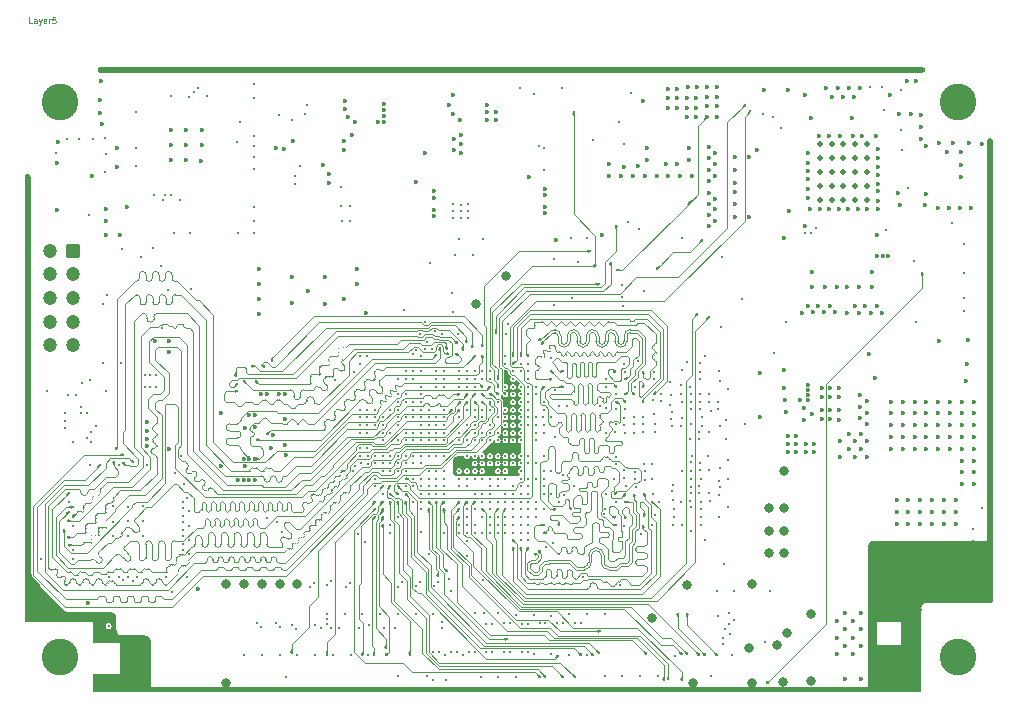
<source format=gbr>
%TF.GenerationSoftware,KiCad,Pcbnew,7.99.0-3539-g7abe2e3ea0*%
%TF.CreationDate,2023-11-26T19:51:46+01:00*%
%TF.ProjectId,SBC,5342432e-6b69-4636-9164-5f7063625858,rev?*%
%TF.SameCoordinates,Original*%
%TF.FileFunction,Copper,L5,Inr*%
%TF.FilePolarity,Positive*%
%FSLAX46Y46*%
G04 Gerber Fmt 4.6, Leading zero omitted, Abs format (unit mm)*
G04 Created by KiCad (PCBNEW 7.99.0-3539-g7abe2e3ea0) date 2023-11-26 19:51:46*
%MOMM*%
%LPD*%
G01*
G04 APERTURE LIST*
G04 Aperture macros list*
%AMRoundRect*
0 Rectangle with rounded corners*
0 $1 Rounding radius*
0 $2 $3 $4 $5 $6 $7 $8 $9 X,Y pos of 4 corners*
0 Add a 4 corners polygon primitive as box body*
4,1,4,$2,$3,$4,$5,$6,$7,$8,$9,$2,$3,0*
0 Add four circle primitives for the rounded corners*
1,1,$1+$1,$2,$3*
1,1,$1+$1,$4,$5*
1,1,$1+$1,$6,$7*
1,1,$1+$1,$8,$9*
0 Add four rect primitives between the rounded corners*
20,1,$1+$1,$2,$3,$4,$5,0*
20,1,$1+$1,$4,$5,$6,$7,0*
20,1,$1+$1,$6,$7,$8,$9,0*
20,1,$1+$1,$8,$9,$2,$3,0*%
G04 Aperture macros list end*
%ADD10C,0.100000*%
%TA.AperFunction,NonConductor*%
%ADD11C,0.100000*%
%TD*%
%TA.AperFunction,ComponentPad*%
%ADD12RoundRect,0.250000X-0.350000X0.350000X-0.350000X-0.350000X0.350000X-0.350000X0.350000X0.350000X0*%
%TD*%
%TA.AperFunction,ComponentPad*%
%ADD13C,1.200000*%
%TD*%
%TA.AperFunction,ComponentPad*%
%ADD14C,0.300000*%
%TD*%
%TA.AperFunction,ComponentPad*%
%ADD15C,3.100000*%
%TD*%
%TA.AperFunction,ComponentPad*%
%ADD16C,0.500000*%
%TD*%
%TA.AperFunction,ViaPad*%
%ADD17C,0.800000*%
%TD*%
%TA.AperFunction,ViaPad*%
%ADD18C,0.300000*%
%TD*%
%TA.AperFunction,ViaPad*%
%ADD19C,0.360000*%
%TD*%
%TA.AperFunction,Conductor*%
%ADD20C,0.110000*%
%TD*%
%TA.AperFunction,Conductor*%
%ADD21C,0.100000*%
%TD*%
G04 APERTURE END LIST*
D10*
D11*
X59200412Y-74851623D02*
X58962317Y-74851623D01*
X58962317Y-74851623D02*
X58962317Y-74351623D01*
X59581365Y-74851623D02*
X59581365Y-74589718D01*
X59581365Y-74589718D02*
X59557555Y-74542099D01*
X59557555Y-74542099D02*
X59509936Y-74518290D01*
X59509936Y-74518290D02*
X59414698Y-74518290D01*
X59414698Y-74518290D02*
X59367079Y-74542099D01*
X59581365Y-74827814D02*
X59533746Y-74851623D01*
X59533746Y-74851623D02*
X59414698Y-74851623D01*
X59414698Y-74851623D02*
X59367079Y-74827814D01*
X59367079Y-74827814D02*
X59343270Y-74780194D01*
X59343270Y-74780194D02*
X59343270Y-74732575D01*
X59343270Y-74732575D02*
X59367079Y-74684956D01*
X59367079Y-74684956D02*
X59414698Y-74661147D01*
X59414698Y-74661147D02*
X59533746Y-74661147D01*
X59533746Y-74661147D02*
X59581365Y-74637337D01*
X59771841Y-74518290D02*
X59890889Y-74851623D01*
X60009936Y-74518290D02*
X59890889Y-74851623D01*
X59890889Y-74851623D02*
X59843270Y-74970671D01*
X59843270Y-74970671D02*
X59819460Y-74994480D01*
X59819460Y-74994480D02*
X59771841Y-75018290D01*
X60390888Y-74827814D02*
X60343269Y-74851623D01*
X60343269Y-74851623D02*
X60248031Y-74851623D01*
X60248031Y-74851623D02*
X60200412Y-74827814D01*
X60200412Y-74827814D02*
X60176603Y-74780194D01*
X60176603Y-74780194D02*
X60176603Y-74589718D01*
X60176603Y-74589718D02*
X60200412Y-74542099D01*
X60200412Y-74542099D02*
X60248031Y-74518290D01*
X60248031Y-74518290D02*
X60343269Y-74518290D01*
X60343269Y-74518290D02*
X60390888Y-74542099D01*
X60390888Y-74542099D02*
X60414698Y-74589718D01*
X60414698Y-74589718D02*
X60414698Y-74637337D01*
X60414698Y-74637337D02*
X60176603Y-74684956D01*
X60628983Y-74851623D02*
X60628983Y-74518290D01*
X60628983Y-74613528D02*
X60652793Y-74565909D01*
X60652793Y-74565909D02*
X60676602Y-74542099D01*
X60676602Y-74542099D02*
X60724221Y-74518290D01*
X60724221Y-74518290D02*
X60771840Y-74518290D01*
X61176602Y-74351623D02*
X60938507Y-74351623D01*
X60938507Y-74351623D02*
X60914698Y-74589718D01*
X60914698Y-74589718D02*
X60938507Y-74565909D01*
X60938507Y-74565909D02*
X60986126Y-74542099D01*
X60986126Y-74542099D02*
X61105174Y-74542099D01*
X61105174Y-74542099D02*
X61152793Y-74565909D01*
X61152793Y-74565909D02*
X61176602Y-74589718D01*
X61176602Y-74589718D02*
X61200412Y-74637337D01*
X61200412Y-74637337D02*
X61200412Y-74756385D01*
X61200412Y-74756385D02*
X61176602Y-74804004D01*
X61176602Y-74804004D02*
X61152793Y-74827814D01*
X61152793Y-74827814D02*
X61105174Y-74851623D01*
X61105174Y-74851623D02*
X60986126Y-74851623D01*
X60986126Y-74851623D02*
X60938507Y-74827814D01*
X60938507Y-74827814D02*
X60914698Y-74804004D01*
D12*
%TO.N,Net-(J2-Pin_1)*%
%TO.C,J2*%
X62677481Y-94118014D03*
D13*
%TO.N,JTAG_TMS*%
X60677481Y-94118014D03*
%TO.N,GND*%
X62677481Y-96118014D03*
%TO.N,JTAG_TCK*%
X60677481Y-96118014D03*
%TO.N,GND*%
X62677481Y-98118014D03*
%TO.N,JTAG_TDO*%
X60677481Y-98118014D03*
%TO.N,Net-(J2-Pin_7)*%
X62677481Y-100118014D03*
%TO.N,JTAG_TDI*%
X60677481Y-100118014D03*
%TO.N,Net-(J2-Pin_9)*%
X62677481Y-102118014D03*
%TO.N,Net-(D7-K)*%
X60677481Y-102118014D03*
%TD*%
D14*
%TO.N,GND*%
%TO.C,U6*%
X68720000Y-105630400D03*
X69220000Y-105630400D03*
X69720000Y-105630400D03*
X68720000Y-104630400D03*
X69220000Y-104630400D03*
X69720000Y-104630400D03*
%TD*%
D15*
%TO.N,Net-(C263-Pad1)*%
%TO.C,H3*%
X61565481Y-81545014D03*
%TD*%
%TO.N,Net-(C261-Pad1)*%
%TO.C,H1*%
X137565481Y-81545014D03*
%TD*%
%TO.N,Net-(C262-Pad1)*%
%TO.C,H2*%
X61565481Y-128545014D03*
%TD*%
D16*
%TO.N,GND*%
%TO.C,U1*%
X125893462Y-85120028D03*
X125893462Y-86295028D03*
X125893462Y-87470028D03*
X125893462Y-88645028D03*
X125893462Y-89820028D03*
X126893462Y-85120028D03*
X126893462Y-86295028D03*
X126893462Y-87470028D03*
X126893462Y-88645028D03*
X126893462Y-89820028D03*
X127893462Y-85120028D03*
X127893462Y-86295028D03*
X127893462Y-87470028D03*
X127893462Y-88645028D03*
X127893462Y-89820028D03*
X128893462Y-85120028D03*
X128893462Y-86295028D03*
X128893462Y-87470028D03*
X128893462Y-88645028D03*
X128893462Y-89820028D03*
X129893462Y-85120028D03*
X129893462Y-86295028D03*
X129893462Y-87470028D03*
X129893462Y-88645028D03*
X129893462Y-89820028D03*
%TD*%
D15*
%TO.N,Net-(C264-Pad1)*%
%TO.C,H4*%
X137565481Y-128545014D03*
%TD*%
D17*
%TO.N,GND*%
X122880481Y-112736014D03*
D18*
X77977481Y-81218014D03*
X140318681Y-120409414D03*
X58693462Y-96720028D03*
X114895000Y-110101400D03*
D19*
X128885481Y-98766014D03*
X116543462Y-92057528D03*
D18*
X79125481Y-116746014D03*
D19*
X102650481Y-88857014D03*
X65120000Y-83430400D03*
D18*
X68620000Y-115692900D03*
D19*
X64970216Y-82503204D03*
D18*
X96020000Y-108880400D03*
X104693462Y-78720028D03*
D19*
X129893462Y-110220028D03*
D18*
X72685081Y-131376614D03*
D19*
X122943462Y-106770028D03*
D18*
X58683081Y-92902214D03*
X140343462Y-108370028D03*
D19*
X126443462Y-80370028D03*
D18*
X58693462Y-101720028D03*
X92770000Y-112780400D03*
D17*
X114665481Y-122457014D03*
D19*
X86707500Y-95640014D03*
D18*
X71693462Y-78720028D03*
X62120000Y-84630400D03*
X97165481Y-130179514D03*
X111776400Y-106730000D03*
X72300000Y-121712900D03*
X140343462Y-104370028D03*
D19*
X130193462Y-99420028D03*
D18*
X117435000Y-105148400D03*
X65377481Y-84618014D03*
D19*
X79832321Y-85458099D03*
X134818462Y-90225028D03*
D18*
X140318681Y-114409414D03*
X89520000Y-111480400D03*
X103495000Y-105955400D03*
X91470000Y-107580400D03*
X101220000Y-104980400D03*
D17*
X125165481Y-124900514D03*
X137365481Y-120520028D03*
D18*
X100570000Y-108880400D03*
X113420000Y-113980400D03*
D19*
X59515481Y-125070014D03*
X135870000Y-90470400D03*
D18*
X113420000Y-115230400D03*
X113670000Y-128430900D03*
X96020000Y-116030400D03*
D19*
X85728981Y-81410014D03*
D18*
X140318681Y-117409414D03*
X99270000Y-110180400D03*
X140318681Y-122409414D03*
X92120000Y-108230400D03*
X140343462Y-101415014D03*
X140320000Y-85230400D03*
X129693462Y-131370028D03*
X140320000Y-89430400D03*
X58693462Y-97720028D03*
X88693462Y-131370028D03*
X99270000Y-111480400D03*
X76777481Y-83218014D03*
X106165481Y-128346014D03*
X67320000Y-118292900D03*
X96020000Y-107580400D03*
D19*
X72202481Y-83873014D03*
X135890481Y-123770014D03*
X67249481Y-90392014D03*
D18*
X65227481Y-103668014D03*
D17*
X122880481Y-119721014D03*
D19*
X129243462Y-99420028D03*
D18*
X90693462Y-78720028D03*
D19*
X70932481Y-85143014D03*
X64715481Y-125720014D03*
D18*
X97320000Y-113430400D03*
X58683081Y-93902214D03*
X91693462Y-78720028D03*
X66020000Y-115692900D03*
X108923000Y-83253014D03*
X138843462Y-120720028D03*
X97320000Y-109530400D03*
X132749481Y-80475014D03*
X92871481Y-95198014D03*
X58693462Y-122720028D03*
X58693462Y-98720028D03*
X122693462Y-78720028D03*
D19*
X85565481Y-84830900D03*
D18*
X99465481Y-100345014D03*
X77977481Y-85218014D03*
X97320000Y-112130400D03*
X58693462Y-117720028D03*
X86693462Y-131370028D03*
D19*
X124855962Y-98820028D03*
X134436481Y-78782014D03*
D17*
X137365481Y-122395014D03*
D18*
X65720000Y-121730400D03*
X114133000Y-105529400D03*
X80693462Y-131370028D03*
X111920000Y-116530400D03*
X110196000Y-109593400D03*
X95365481Y-93095014D03*
X140320000Y-86230400D03*
X100165481Y-130179514D03*
D19*
X128343462Y-80370028D03*
D18*
X65444481Y-85905014D03*
X92120000Y-117930400D03*
X116693462Y-131370028D03*
D19*
X64715481Y-131245014D03*
D17*
X111665481Y-125233014D03*
D18*
X88220000Y-114080400D03*
D19*
X137160191Y-84971449D03*
D18*
X123693462Y-78720028D03*
X95693462Y-78720028D03*
D19*
X79100000Y-106225000D03*
X64986726Y-81372269D03*
D18*
X87693462Y-131370028D03*
X131693462Y-131370028D03*
X109149481Y-98001014D03*
X58693462Y-120720028D03*
X101220000Y-103680400D03*
D19*
X67790481Y-128545014D03*
X127593462Y-111570028D03*
D18*
X127693462Y-131370028D03*
X90820000Y-114080400D03*
X115784000Y-107561400D03*
X111044681Y-97519814D03*
X65227481Y-98618014D03*
X106165481Y-124855014D03*
X92770000Y-108230400D03*
D17*
X115165481Y-130745014D03*
D19*
X117043462Y-90607528D03*
X124878462Y-106733429D03*
X136825000Y-90470400D03*
D18*
X96020000Y-104330400D03*
X138843462Y-121720028D03*
X119693462Y-131370028D03*
X133840481Y-94970014D03*
X58683081Y-90902214D03*
X90170000Y-106930400D03*
X107665481Y-130146014D03*
D19*
X128893462Y-110220028D03*
D18*
X101870000Y-113430400D03*
D19*
X85982981Y-82807014D03*
D18*
X63153481Y-84666014D03*
X101870000Y-108880400D03*
X99270000Y-114730400D03*
X108545000Y-109466400D03*
D19*
X72227481Y-85168014D03*
D18*
X129621481Y-78747814D03*
D19*
X127393462Y-80370028D03*
D18*
X132693462Y-131370028D03*
X130693462Y-131370028D03*
X68620000Y-116992900D03*
X93420000Y-104330400D03*
X140343462Y-107370028D03*
X115020000Y-115830400D03*
X140343462Y-112370028D03*
X85693462Y-78720028D03*
X90163035Y-124848460D03*
D19*
X85677481Y-82118014D03*
D18*
X102520000Y-116030400D03*
X114937279Y-105665169D03*
X103120000Y-103230400D03*
D17*
X131365481Y-129395014D03*
D18*
X125621481Y-78747814D03*
X77944481Y-92635014D03*
X118693462Y-131370028D03*
D19*
X117043462Y-87757528D03*
D18*
X114693462Y-78720028D03*
X87165481Y-124846014D03*
X79693462Y-78720028D03*
D19*
X126255962Y-99320028D03*
D18*
X102720000Y-119230400D03*
X89520000Y-117330400D03*
X72577481Y-92618014D03*
D17*
X123093462Y-126470028D03*
D18*
X108672000Y-107561400D03*
D19*
X73472481Y-86540014D03*
D18*
X140343462Y-105370028D03*
X58693462Y-107720028D03*
X87420000Y-118780400D03*
X99920000Y-107580400D03*
X117693462Y-78720028D03*
D19*
X91697981Y-88268014D03*
D18*
X103693462Y-131370028D03*
X86415481Y-104395014D03*
X140343462Y-90370028D03*
X109693462Y-131370028D03*
D17*
X99358481Y-96223014D03*
D18*
X67320000Y-115792900D03*
X69412481Y-93895014D03*
X96667681Y-124801014D03*
X140320000Y-88630400D03*
X96670000Y-117330400D03*
D19*
X77100000Y-113525000D03*
X124878462Y-105896627D03*
D18*
X72693462Y-78720028D03*
X94070000Y-114730400D03*
X140318681Y-123409414D03*
D19*
X65690481Y-126695014D03*
X129893462Y-106820028D03*
D18*
X117165481Y-122946014D03*
D19*
X93221981Y-89030014D03*
D18*
X92120000Y-112130400D03*
X91470000Y-104330400D03*
X97320000Y-111480400D03*
X95370000Y-109530400D03*
X140343462Y-92370028D03*
X109327626Y-103711393D03*
D19*
X131818462Y-80965028D03*
D18*
X103165481Y-128290514D03*
D19*
X101253481Y-87841014D03*
X126893462Y-81070028D03*
D18*
X102076286Y-85275614D03*
X115670000Y-114080400D03*
D17*
X121610481Y-115911014D03*
D18*
X96693462Y-131370028D03*
X117611081Y-94613814D03*
X89693462Y-78720028D03*
D19*
X64715481Y-130270014D03*
D18*
X96020000Y-110180400D03*
D19*
X61313481Y-86699014D03*
X124893462Y-106320028D03*
D18*
X97320000Y-114730400D03*
X117420000Y-112480400D03*
X121665481Y-122946014D03*
D19*
X131205962Y-94570028D03*
D18*
X68693462Y-78720028D03*
X110220590Y-112829954D03*
D19*
X128655962Y-82920028D03*
D18*
X58693462Y-95720028D03*
X71177481Y-92618014D03*
X114265481Y-93065014D03*
X94865481Y-99295014D03*
X92693462Y-131370028D03*
X86770000Y-118080400D03*
X66020000Y-117092900D03*
D19*
X134847962Y-89325028D03*
D18*
X99920000Y-105630400D03*
X86693462Y-78720028D03*
X115770000Y-112130400D03*
D19*
X124243462Y-106720028D03*
D18*
X94665481Y-122921414D03*
X90170000Y-108880400D03*
X109470000Y-114030400D03*
X99270000Y-108880400D03*
X104915481Y-98096014D03*
D19*
X70932481Y-86413014D03*
X132622481Y-82507014D03*
X81170000Y-98507514D03*
D18*
X99270000Y-117980400D03*
X58693462Y-102720028D03*
D19*
X130693462Y-98770028D03*
X84339551Y-88405134D03*
D18*
X130138591Y-80221514D03*
D19*
X128793462Y-81070028D03*
X75200000Y-112375000D03*
X127893462Y-81070028D03*
D18*
X58693462Y-116720028D03*
D19*
X80100000Y-106225000D03*
D18*
X106714481Y-84784014D03*
X107783000Y-105021400D03*
X91665481Y-124846014D03*
X119315481Y-98195014D03*
D19*
X129393462Y-109620028D03*
D18*
X140343462Y-100415014D03*
X97970000Y-114080400D03*
D19*
X107476481Y-92774514D03*
X135971471Y-84971449D03*
D18*
X97970000Y-113430400D03*
X113371000Y-107815400D03*
X92665481Y-130141495D03*
X58693462Y-112720028D03*
D19*
X131143462Y-99420028D03*
D18*
X87570000Y-103030400D03*
D19*
X66377481Y-85418014D03*
D18*
X95370000Y-110180400D03*
X89693462Y-131370028D03*
D19*
X78600000Y-106225000D03*
X117043462Y-89707528D03*
D18*
X117370000Y-113630400D03*
X103320000Y-118830400D03*
X104693462Y-131370028D03*
X95693462Y-131370028D03*
D19*
X138720000Y-90470400D03*
D17*
X125165481Y-130516014D03*
D18*
X116546000Y-109466400D03*
D19*
X129693462Y-98770028D03*
X134265481Y-131245014D03*
D17*
X133365481Y-129395014D03*
D19*
X93221981Y-89665014D03*
X124355962Y-99370028D03*
D18*
X124693462Y-131370028D03*
X95265481Y-101145014D03*
D19*
X95472286Y-84285014D03*
D18*
X92025481Y-101145014D03*
X140318681Y-121409414D03*
X86165481Y-128346014D03*
X116673000Y-107688400D03*
X87665481Y-128335014D03*
X88870000Y-112780400D03*
X100570000Y-103680400D03*
X58693462Y-99720028D03*
D17*
X133365481Y-122395014D03*
D18*
X94070000Y-110180400D03*
X82477481Y-81818014D03*
X76693462Y-131370028D03*
X94165481Y-128369014D03*
D19*
X65003236Y-79779054D03*
D18*
X58683081Y-91902214D03*
D17*
X122880481Y-117816014D03*
D18*
X123693462Y-131370028D03*
X104665481Y-128346014D03*
D19*
X125755962Y-98820028D03*
D18*
X100175481Y-124965014D03*
D19*
X84020000Y-96307514D03*
X72202481Y-86413014D03*
D18*
X113693462Y-131370028D03*
X77165481Y-128346014D03*
D17*
X122783992Y-130606543D03*
D18*
X140343462Y-93370028D03*
X58835481Y-87841014D03*
D19*
X92436481Y-85855014D03*
X129893462Y-107820028D03*
D18*
X58693462Y-100720028D03*
X117693462Y-131370028D03*
X105693462Y-78720028D03*
X140343462Y-110370028D03*
D19*
X65882500Y-124890400D03*
X94903481Y-84666014D03*
D18*
X103155481Y-125016014D03*
X138843462Y-119720028D03*
X70685081Y-131376614D03*
X83693462Y-131370028D03*
X99270000Y-117330400D03*
X93693462Y-131370028D03*
X140343462Y-102370028D03*
X105376567Y-95098792D03*
D19*
X73599481Y-83873014D03*
D18*
X100570000Y-113430400D03*
X100693462Y-131370028D03*
X94693462Y-131370028D03*
X90712481Y-99135014D03*
X140265481Y-98545014D03*
X120693462Y-131370028D03*
X58693462Y-119720028D03*
X101220000Y-118630400D03*
D19*
X139611926Y-85053999D03*
X126755962Y-98820028D03*
D18*
X116665481Y-130146014D03*
D19*
X138505756Y-85020979D03*
D18*
X138843462Y-123720028D03*
D19*
X129893462Y-108820028D03*
D18*
X58693462Y-109720028D03*
X94070000Y-112780400D03*
D19*
X117043462Y-85857528D03*
D18*
X83693462Y-78720028D03*
X108672000Y-106291400D03*
D19*
X86315481Y-84331014D03*
X133615481Y-78782014D03*
D18*
X68620000Y-118292900D03*
X107665481Y-124845014D03*
D19*
X120565481Y-85577528D03*
D18*
X94693462Y-78720028D03*
X140343462Y-113370028D03*
X87693462Y-78720028D03*
X58693462Y-103720028D03*
D17*
X135365481Y-122395014D03*
D18*
X77977481Y-91618014D03*
D17*
X131365481Y-120520028D03*
D18*
X101665481Y-128290514D03*
D19*
X102650481Y-89365014D03*
X116543462Y-91107528D03*
X116493462Y-89207528D03*
D18*
X109265481Y-98795014D03*
X120693462Y-78720028D03*
D19*
X64715481Y-126695014D03*
D18*
X75693462Y-131370028D03*
D19*
X67315481Y-127345014D03*
X77546846Y-108071846D03*
D18*
X102520000Y-114730400D03*
X140318681Y-116409414D03*
D19*
X84323041Y-87629164D03*
D18*
X92490481Y-100151014D03*
X77693462Y-78720028D03*
X82693462Y-131370028D03*
X98693462Y-131370028D03*
X92120000Y-114730400D03*
X81693462Y-78720028D03*
X131621481Y-78747814D03*
D19*
X65003236Y-78887514D03*
D18*
X104047481Y-80348014D03*
D19*
X117043462Y-86757528D03*
D18*
X109645481Y-91727028D03*
X115784000Y-103624400D03*
X75693462Y-78720028D03*
X97693462Y-131370028D03*
X140318681Y-119409414D03*
X108693462Y-131370028D03*
D19*
X128185481Y-99416014D03*
D18*
X108693462Y-78720028D03*
X62640000Y-110292900D03*
D19*
X94903481Y-85555014D03*
D18*
X93420000Y-110180400D03*
X67320000Y-116992900D03*
X86920000Y-103680400D03*
X140343462Y-103370028D03*
D19*
X134315481Y-128495014D03*
X102650481Y-90889014D03*
D18*
X94070000Y-108230400D03*
D19*
X132505962Y-89220028D03*
D18*
X110693462Y-131370028D03*
X140343462Y-109370028D03*
X101693462Y-131370028D03*
X88250981Y-111492900D03*
D19*
X61313481Y-90699014D03*
D18*
X102693462Y-131370028D03*
D19*
X63415481Y-125070014D03*
X128893462Y-111570028D03*
D17*
X121610481Y-119721014D03*
D19*
X123255962Y-90720028D03*
X65427481Y-92768014D03*
D18*
X64320000Y-84630400D03*
X97320000Y-110180400D03*
D19*
X134265481Y-123770014D03*
X86565481Y-83188014D03*
X137780000Y-90470400D03*
X81170000Y-96307514D03*
X124893462Y-105470028D03*
X67315481Y-129945014D03*
D18*
X91470000Y-114080400D03*
X90820000Y-111480400D03*
D17*
X96808481Y-98623014D03*
D18*
X73693462Y-78720028D03*
D19*
X116543462Y-88207528D03*
D18*
X96565481Y-94495014D03*
X90170000Y-104980400D03*
X97970000Y-104330400D03*
X108626800Y-112216400D03*
D19*
X70932481Y-83873014D03*
D18*
X77977481Y-87218014D03*
X111847000Y-104975900D03*
X90170000Y-106280400D03*
X115055481Y-111486014D03*
X78693462Y-131370028D03*
D19*
X121193462Y-80497528D03*
X134465962Y-84630028D03*
X134465962Y-83680028D03*
X84020000Y-98607514D03*
D18*
X78665481Y-128346014D03*
D19*
X129893462Y-111570028D03*
D18*
X115870000Y-115980400D03*
X99693462Y-78720028D03*
X138065481Y-96045014D03*
D19*
X81252181Y-84789444D03*
D18*
X66693462Y-78720028D03*
D19*
X94456286Y-81821214D03*
D17*
X135365481Y-120520028D03*
D19*
X130755962Y-94570028D03*
D18*
X140343462Y-111370028D03*
D19*
X120868462Y-108170028D03*
D18*
X58693462Y-114720028D03*
X138083481Y-98144414D03*
D19*
X95472286Y-85809014D03*
D18*
X140265481Y-99445014D03*
X138843462Y-122720028D03*
X103693462Y-78720028D03*
X88665481Y-124846014D03*
D19*
X65427481Y-90568014D03*
D18*
X92770000Y-114730400D03*
X67693462Y-78720028D03*
D19*
X62440481Y-125070014D03*
D18*
X70693462Y-78720028D03*
X69693462Y-78720028D03*
X115693462Y-78720028D03*
X83165481Y-128346014D03*
X101220000Y-117330400D03*
X105693462Y-131370028D03*
X112693462Y-78720028D03*
D19*
X124643462Y-92050028D03*
D18*
X62198062Y-106298045D03*
X99270000Y-112130400D03*
X74693462Y-78720028D03*
X66020000Y-118292900D03*
X93420000Y-108230400D03*
D17*
X119855481Y-127755014D03*
X133365481Y-124395014D03*
X75590481Y-122345014D03*
D18*
X98693462Y-78720028D03*
D19*
X66417481Y-87018014D03*
D18*
X92770000Y-107580400D03*
D19*
X83794721Y-86869704D03*
D18*
X92120000Y-106930400D03*
X76619481Y-92635014D03*
D19*
X133290481Y-79713014D03*
D18*
X99270000Y-103030400D03*
X67685081Y-131376614D03*
X96670000Y-114730400D03*
D17*
X75590481Y-130745014D03*
D18*
X106693462Y-131370028D03*
X108620000Y-115430400D03*
D19*
X122865353Y-104250528D03*
D18*
X58693462Y-104720028D03*
D19*
X116543462Y-87257528D03*
D18*
X88870000Y-109530400D03*
X111847000Y-107942400D03*
X107620000Y-116380400D03*
X122693462Y-131370028D03*
X60420000Y-106018462D03*
D19*
X85601981Y-85601014D03*
D18*
X140343462Y-94370028D03*
X116693462Y-78720028D03*
X93420000Y-114730400D03*
X113693462Y-78720028D03*
D17*
X120165481Y-130745014D03*
D18*
X93420000Y-112780400D03*
X114693462Y-131370028D03*
X100570000Y-109530400D03*
X101220000Y-112130400D03*
X99693462Y-131370028D03*
D19*
X80567016Y-85474609D03*
D18*
X89520000Y-107580400D03*
D19*
X128393462Y-109620028D03*
X131705962Y-94570028D03*
D18*
X93165481Y-124846014D03*
X98665481Y-130195014D03*
X68685081Y-131376614D03*
D17*
X80165481Y-122345014D03*
D18*
X99270000Y-103680400D03*
D19*
X73242500Y-122730400D03*
X65690481Y-131245014D03*
D18*
X97970000Y-114730400D03*
X100693462Y-78720028D03*
X65377481Y-87418014D03*
X140343462Y-106370028D03*
X109165481Y-130146014D03*
X101693462Y-78720028D03*
X96020000Y-112780400D03*
X77977481Y-80018014D03*
X117434996Y-108958400D03*
X97970000Y-107580400D03*
X92120000Y-111480400D03*
D17*
X133365481Y-120520028D03*
D19*
X116493462Y-85357528D03*
D18*
X112165481Y-130146014D03*
X139643462Y-115870028D03*
X97970000Y-117330400D03*
D19*
X82570000Y-97545014D03*
X63920000Y-123952900D03*
X61375481Y-84920014D03*
D18*
X130621481Y-78747814D03*
D19*
X134493826Y-82618774D03*
D18*
X58693462Y-110720028D03*
D19*
X65427481Y-91618014D03*
D18*
X100570000Y-116680400D03*
X101220000Y-107580400D03*
X95370000Y-117980400D03*
D17*
X121610481Y-117816014D03*
D18*
X99920000Y-114080400D03*
X99270000Y-115380400D03*
D19*
X79620000Y-109730400D03*
D18*
X90693462Y-131370028D03*
X102693462Y-78720028D03*
D17*
X131365481Y-124395014D03*
D18*
X131138591Y-80221514D03*
X140320000Y-87830400D03*
D19*
X116543462Y-90157528D03*
D18*
X58693462Y-115720028D03*
X140343462Y-95370028D03*
D19*
X127593462Y-110220028D03*
D18*
X107693462Y-78720028D03*
D19*
X78100000Y-113525000D03*
D18*
X84665481Y-128346014D03*
X91693462Y-131370028D03*
D19*
X125305962Y-99320028D03*
D18*
X82693462Y-78720028D03*
X58683081Y-88902214D03*
X99920000Y-116680400D03*
D19*
X122880000Y-93030400D03*
D18*
X109693462Y-78720028D03*
X111693462Y-78720028D03*
D19*
X102650481Y-90381014D03*
D18*
X117308000Y-106926400D03*
X98665481Y-124755014D03*
X69685081Y-131376614D03*
D19*
X129293462Y-80370028D03*
D18*
X121693462Y-78720028D03*
X126621481Y-78747814D03*
X128621481Y-78747814D03*
D19*
X93221981Y-91189014D03*
D17*
X122295481Y-127475014D03*
D18*
X88693462Y-78720028D03*
X121693462Y-131370028D03*
X85665481Y-124846014D03*
X102520000Y-111480400D03*
X100570000Y-118630400D03*
X77693462Y-131370028D03*
X93693462Y-78720028D03*
X109149481Y-97051014D03*
X61248481Y-85809014D03*
X140318681Y-115409414D03*
X91470000Y-108230400D03*
D19*
X129293462Y-107320028D03*
D18*
X140320000Y-87030400D03*
X133693462Y-131370028D03*
D19*
X116543462Y-86307528D03*
D18*
X102515481Y-85445014D03*
X70245481Y-89835014D03*
X77977481Y-84418014D03*
X80693462Y-78720028D03*
X70665481Y-97445014D03*
X124621481Y-78747814D03*
X107693462Y-131370028D03*
X101665481Y-124946014D03*
D17*
X81665481Y-122345014D03*
D18*
X138843462Y-117720028D03*
D19*
X94837286Y-80932214D03*
D18*
X127621481Y-78747814D03*
X111693462Y-131370028D03*
D17*
X131365481Y-122395014D03*
D19*
X80700000Y-111425000D03*
D18*
X78693462Y-78720028D03*
X138065481Y-93545014D03*
X76693462Y-78720028D03*
X107275000Y-107307400D03*
X89520000Y-112780400D03*
D19*
X70809532Y-110932927D03*
X93221981Y-90681014D03*
D18*
X79693462Y-131370028D03*
X71685081Y-131376614D03*
X140265481Y-97545014D03*
X84693462Y-131370028D03*
D17*
X122880481Y-115911014D03*
D18*
X58693462Y-113720028D03*
X97693462Y-78720028D03*
X115693462Y-131370028D03*
X90170000Y-111480400D03*
D19*
X133638481Y-82507014D03*
D18*
X58693462Y-121720028D03*
D19*
X129293462Y-108320028D03*
D18*
X140318681Y-118409414D03*
X113303000Y-106374200D03*
X132621481Y-78747814D03*
X110243000Y-105624200D03*
X110665481Y-130146014D03*
X65577481Y-97868014D03*
D19*
X134365481Y-124545014D03*
D18*
X91470000Y-113430400D03*
X58683081Y-94902214D03*
D19*
X80600000Y-106225000D03*
D18*
X112693462Y-131370028D03*
X58683081Y-89902214D03*
X92120000Y-107580400D03*
D17*
X77165481Y-122345014D03*
D18*
X58693462Y-111720028D03*
X106693462Y-78720028D03*
X96693462Y-78720028D03*
X92120000Y-110180400D03*
X90165481Y-130125514D03*
D19*
X94837286Y-82583214D03*
D18*
X115657000Y-109466400D03*
D19*
X129293462Y-106320028D03*
D18*
X81665481Y-128346014D03*
X110196000Y-108196400D03*
X110693462Y-78720028D03*
X62945000Y-106308462D03*
D19*
X134019481Y-79713014D03*
D18*
X58693462Y-124720028D03*
D19*
X127205962Y-99320028D03*
D18*
X90170000Y-110180400D03*
D19*
X60490481Y-125070014D03*
D18*
X119693462Y-78720028D03*
X95665481Y-128345014D03*
D19*
X73599481Y-85143014D03*
D18*
X58693462Y-123720028D03*
X116420000Y-111530400D03*
D19*
X117043462Y-91607528D03*
D18*
X58693462Y-108720028D03*
X111720000Y-113480400D03*
D19*
X65690481Y-130270014D03*
D18*
X109290481Y-85120014D03*
X99270000Y-108230400D03*
X99270000Y-112780400D03*
X58693462Y-105720028D03*
D19*
X80650000Y-108375000D03*
D18*
X71062500Y-123040400D03*
X80165481Y-128346014D03*
X95370000Y-112780400D03*
D19*
X103539481Y-93241014D03*
D18*
X84693462Y-78720028D03*
X118693462Y-78720028D03*
X99270000Y-109530400D03*
X111770000Y-114680400D03*
X84165481Y-124846014D03*
D19*
X134893462Y-85277528D03*
D18*
X104665481Y-124919514D03*
D17*
X78665481Y-122345014D03*
D18*
X92693462Y-78720028D03*
X138843462Y-118720028D03*
X117534881Y-100582814D03*
X97320000Y-112780400D03*
X66685081Y-131376614D03*
X77977481Y-90418014D03*
X100570000Y-112130400D03*
X103364981Y-98746014D03*
D19*
X64262481Y-87829014D03*
X129393462Y-110870028D03*
D18*
X74685081Y-131376614D03*
X81693462Y-131370028D03*
X65470000Y-106018462D03*
D17*
X120165481Y-122345014D03*
D18*
X73685081Y-131376614D03*
D19*
X66677481Y-92768014D03*
X95472286Y-85047014D03*
D18*
X108470000Y-113480400D03*
X91470000Y-111480400D03*
X117320000Y-114780400D03*
D19*
X61465481Y-125070014D03*
D18*
X140265481Y-96445014D03*
X95370000Y-108230400D03*
D19*
X95411481Y-83015014D03*
D18*
X58693462Y-118720028D03*
X101870000Y-112130400D03*
X58693462Y-106720028D03*
X118665481Y-122946014D03*
X77977481Y-86218014D03*
X85693462Y-131370028D03*
D19*
X128393462Y-110870028D03*
D18*
X140343462Y-91370028D03*
%TO.N,GBE0_MDI3_N*%
X71970000Y-119480400D03*
%TO.N,GBE0_MDI3_P*%
X71970000Y-118980400D03*
%TO.N,/IO/LED0*%
X67320000Y-121730400D03*
%TO.N,/IO/LED1*%
X66920000Y-122030400D03*
%TO.N,GBE0_MDI2_N*%
X71970000Y-118280400D03*
%TO.N,GBE0_MDI2_P*%
X71970000Y-117780400D03*
%TO.N,/MPU/VDDA_0P9*%
X97970898Y-108878794D03*
%TO.N,GBE0_MDI1_N*%
X71970000Y-117080400D03*
%TO.N,GBE0_MDI1_P*%
X71970000Y-116580400D03*
%TO.N,GBE0_MDI0_N*%
X71970000Y-115880400D03*
%TO.N,GBE0_MDI0_P*%
X71970000Y-115380400D03*
%TO.N,3.3V_SW*%
X114865481Y-90045014D03*
D19*
X115420981Y-82803014D03*
X137393462Y-116245028D03*
X133918462Y-108895028D03*
X128693462Y-84407528D03*
X134918462Y-110895028D03*
X115420981Y-82003014D03*
X136918462Y-109895028D03*
X133918462Y-106895028D03*
X131918462Y-109895028D03*
X127493462Y-90557528D03*
X130843462Y-85470028D03*
X129493462Y-84407528D03*
X115420981Y-81203014D03*
X138918462Y-112895028D03*
X133393462Y-117245028D03*
X137918462Y-113895028D03*
X137918462Y-110895028D03*
X138918462Y-111895028D03*
X130843462Y-90557528D03*
X134393462Y-116245028D03*
X124893462Y-89670028D03*
X138918462Y-113895028D03*
X113820981Y-81203014D03*
X132918462Y-110895028D03*
X117156481Y-82775014D03*
X123193462Y-80497528D03*
X135918462Y-106895028D03*
X127638838Y-84403766D03*
X135918462Y-107895028D03*
X133918462Y-109895028D03*
X133393462Y-115245028D03*
X138918462Y-109895028D03*
X132393462Y-115245028D03*
X136918462Y-107895028D03*
X116356481Y-81075014D03*
X134918462Y-106895028D03*
X131918462Y-107895028D03*
X135393462Y-117245028D03*
X130843462Y-87057528D03*
X117156481Y-80275014D03*
X122893462Y-105770028D03*
X113820981Y-82003014D03*
X131918462Y-108895028D03*
X136918462Y-110895028D03*
X136393462Y-117245028D03*
X116356481Y-81875014D03*
X113020981Y-80403014D03*
X115467481Y-80275014D03*
X113020981Y-82003014D03*
X137918462Y-109895028D03*
X124893462Y-88070028D03*
D18*
X117765481Y-120645014D03*
D19*
X136918462Y-108895028D03*
X136393462Y-116245028D03*
X131918462Y-110895028D03*
X130843462Y-87670028D03*
X135393462Y-116245028D03*
X129893462Y-90557528D03*
X125793462Y-84420028D03*
X124893462Y-87357528D03*
D18*
X121915481Y-82820014D03*
D19*
X138918462Y-107895028D03*
X114620981Y-81203014D03*
X137918462Y-107895028D03*
X113020981Y-81203014D03*
X134393462Y-115245028D03*
X137918462Y-112895028D03*
X129093462Y-90557528D03*
X117156481Y-81075014D03*
X131918462Y-106895028D03*
X137393462Y-117245028D03*
X137918462Y-108895028D03*
X116356481Y-82775014D03*
D18*
X99270000Y-107580400D03*
D19*
X132393462Y-116245028D03*
X116356481Y-80275014D03*
X117156481Y-81875014D03*
X130840643Y-89870028D03*
X124893462Y-85870028D03*
X114620981Y-82803014D03*
X114705481Y-80275014D03*
D18*
X137065481Y-91745014D03*
D19*
X134918462Y-108895028D03*
X135393462Y-115245028D03*
X120833500Y-104463796D03*
X126693462Y-84407528D03*
D18*
X101703767Y-80847014D03*
D19*
X136393462Y-115245028D03*
X128293462Y-90557528D03*
X126693462Y-90553941D03*
X132918462Y-108895028D03*
X138918462Y-108895028D03*
X135918462Y-110895028D03*
X135918462Y-109895028D03*
X130840643Y-89070028D03*
X136918462Y-106895028D03*
X137393462Y-115245028D03*
X132393462Y-117245028D03*
D18*
X108715481Y-95745014D03*
D19*
X134918462Y-107895028D03*
X133918462Y-107895028D03*
X134393462Y-117245028D03*
X124893462Y-86670028D03*
X130643462Y-84407528D03*
X132918462Y-109895028D03*
D18*
X109915481Y-80795014D03*
D19*
X124893462Y-88870028D03*
X133918462Y-110895028D03*
X125893462Y-90557528D03*
X137918462Y-111895028D03*
X132918462Y-106895028D03*
X138918462Y-110895028D03*
X137918462Y-106895028D03*
X135918462Y-108895028D03*
X130843462Y-86270028D03*
X134918462Y-109895028D03*
D18*
X134070281Y-100125614D03*
D19*
X113820981Y-80403014D03*
X130840643Y-88470028D03*
X133393462Y-116245028D03*
X114620981Y-82003014D03*
X125093462Y-90557528D03*
X132918462Y-107895028D03*
X138918462Y-106895028D03*
D18*
%TO.N,VBAT*%
X132749481Y-83895014D03*
X121260000Y-127220000D03*
%TO.N,I2C1_SCL*%
X89520000Y-114730400D03*
X103695481Y-128396014D03*
%TO.N,I2C1_SDA*%
X89520000Y-114080400D03*
X104145481Y-130236014D03*
%TO.N,I2C2_SCL*%
X90820000Y-115380400D03*
X105675481Y-128356014D03*
%TO.N,I2C2_SDA*%
X105126335Y-130185160D03*
X90170000Y-115380400D03*
%TO.N,I2C3_SCL*%
X106665481Y-128346014D03*
X90820000Y-114730400D03*
%TO.N,I2C3_SDA*%
X90170000Y-114080400D03*
X107165481Y-128146014D03*
%TO.N,USB1_OC*%
X93551138Y-121694557D03*
X92770000Y-116030400D03*
%TO.N,USB1_PWR_EN*%
X94332151Y-121270914D03*
X93420000Y-115380400D03*
%TO.N,UART2_TXD*%
X88870000Y-115380400D03*
X87165481Y-128346014D03*
%TO.N,UART2_RXD*%
X85145481Y-126075014D03*
%TO.N,UART1_TXD*%
X83165481Y-125795014D03*
%TO.N,UART1_RXD*%
X88220000Y-115380400D03*
X84165481Y-128346014D03*
%TO.N,/IO/ENET_2.5V_A*%
X72520000Y-116192900D03*
X71320000Y-112942900D03*
X71845000Y-111492900D03*
X72520000Y-117392900D03*
X72475481Y-119825014D03*
%TO.N,USB2_RX_N*%
X81556777Y-126147177D03*
%TO.N,USB2_RX_P*%
X81203223Y-125793623D03*
%TO.N,USB2_TX_N*%
X80186777Y-125987177D03*
%TO.N,USB2_TX_P*%
X79833223Y-125633623D03*
%TO.N,USB2_DP*%
X78263223Y-125633623D03*
%TO.N,VDD_1V*%
X61952556Y-107869557D03*
X72070000Y-113830400D03*
X61952556Y-109139557D03*
X61952556Y-108504557D03*
X64120000Y-112292900D03*
%TO.N,UART3_RXD*%
X84520500Y-126096514D03*
%TO.N,UART3_TXD*%
X83685481Y-126096514D03*
%TO.N,UART4_RXD*%
X102165481Y-130204919D03*
X88220000Y-116030400D03*
%TO.N,NVCC_DRAM_1V1*%
X118120000Y-105830400D03*
X100570000Y-112780400D03*
X101220000Y-117980400D03*
X109320000Y-117430400D03*
D19*
X128193462Y-97157528D03*
D18*
X114207000Y-117353000D03*
X113445000Y-117302200D03*
X118120000Y-111830400D03*
D19*
X129243462Y-97157528D03*
D18*
X105087698Y-114076115D03*
X111974000Y-108831400D03*
X115784000Y-104386400D03*
X100570000Y-104330400D03*
X115657000Y-110101400D03*
X101870000Y-110180400D03*
X112487600Y-106831600D03*
X101220000Y-114080400D03*
X101870000Y-116030400D03*
X109434000Y-107561400D03*
X101220000Y-106280400D03*
X114133000Y-106291400D03*
X99920000Y-112130400D03*
X107745100Y-116001529D03*
X111720000Y-117330400D03*
X113370000Y-114430400D03*
X112276600Y-115371800D03*
X117920000Y-110030400D03*
X108630000Y-108791400D03*
X113548400Y-115979600D03*
X111847000Y-104386400D03*
X101220000Y-108880400D03*
X118120000Y-115830400D03*
X114260000Y-104259400D03*
X101870000Y-106280400D03*
X113323912Y-108404900D03*
X101220000Y-108230400D03*
X100570000Y-117980400D03*
X107783000Y-105656400D03*
X110760400Y-118109200D03*
X99920000Y-110180400D03*
X110303200Y-114096000D03*
X109434000Y-104386400D03*
X101220000Y-104330400D03*
X102458881Y-108189414D03*
X110504387Y-103467404D03*
X101220000Y-114730400D03*
X109434000Y-109593400D03*
X115680200Y-114660600D03*
D19*
X130343462Y-95957528D03*
X130343462Y-97157528D03*
D18*
X113244000Y-107180400D03*
X101220000Y-116030400D03*
X99920000Y-111480400D03*
X112482000Y-106291400D03*
D19*
X132648462Y-90220028D03*
D18*
X107783000Y-109593400D03*
X115843000Y-117374200D03*
X118120000Y-113430400D03*
X115784000Y-106926400D03*
X117920000Y-108430400D03*
X108654088Y-111622900D03*
%TO.N,DRAM_DQ21*%
X99920000Y-119280400D03*
X111717800Y-115371800D03*
%TO.N,DRAM_DQ19*%
X103495000Y-116030400D03*
X108525200Y-114705600D03*
%TO.N,DRAM_DQ25*%
X117356600Y-116692600D03*
X99920000Y-117330400D03*
%TO.N,DRAM_DQ24*%
X116188200Y-118572200D03*
X100570000Y-117330400D03*
%TO.N,DRAM_DQ26*%
X99920000Y-117980400D03*
X116594600Y-115270200D03*
%TO.N,DRAM_DQ28*%
X114969000Y-114660600D03*
X100570000Y-114730400D03*
%TO.N,DRAM_DQ27*%
X99920000Y-116030400D03*
X116543800Y-114660600D03*
%TO.N,DRAM_DQ30*%
X100570000Y-115380400D03*
X114969000Y-117824200D03*
%TO.N,DRAM_VREF*%
X133318800Y-88801600D03*
%TO.N,DRAM_DQ15*%
X113244000Y-105275400D03*
X100570000Y-108230400D03*
%TO.N,DRAM_DQ12*%
X100570000Y-107580400D03*
X114260000Y-106926400D03*
%TO.N,DRAM_DQ14*%
X114672000Y-103580400D03*
X100570000Y-106930400D03*
%TO.N,DRAM_DQ11*%
X116546000Y-106926400D03*
X99920000Y-106280400D03*
D19*
%TO.N,Net-(U13-VDDI)*%
X75211268Y-107875000D03*
D18*
%TO.N,DRAM_DQ9*%
X117339000Y-104342400D03*
X99920000Y-104980400D03*
%TO.N,DRAM_DQ10*%
X99920000Y-104330400D03*
X116546000Y-106291400D03*
%TO.N,DRAM_DQ4*%
X99920000Y-103680400D03*
X110958000Y-106926400D03*
%TO.N,DRAM_DQ6*%
X100570000Y-103030400D03*
X110958000Y-105656400D03*
%TO.N,DRAM_DQ22*%
X100570000Y-119280400D03*
X111032000Y-116540200D03*
%TO.N,DRAM_DQ23*%
X110963600Y-117429200D03*
X101220000Y-119280400D03*
%TO.N,DRAM_DQS3_P*%
X101220000Y-116680400D03*
X115832600Y-115371800D03*
%TO.N,DRAM_DM3*%
X100570000Y-116030400D03*
X115843000Y-116674200D03*
%TO.N,DRAMREF*%
X100570000Y-110180400D03*
%TO.N,DRAM_DQ13*%
X101220000Y-106930400D03*
X115022000Y-106926400D03*
%TO.N,DRAM_DM1*%
X100570000Y-106280400D03*
X115784000Y-105021400D03*
%TO.N,DRAM_DQS1_P*%
X101220000Y-105630400D03*
X115784000Y-106291400D03*
%TO.N,DRAM_DQ8*%
X100570000Y-105630400D03*
X116170000Y-103030400D03*
%TO.N,DRAM_DQ7*%
X110958000Y-104386400D03*
X101220000Y-103030400D03*
%TO.N,DRAM_DQS2_N*%
X101761000Y-119791400D03*
X110193800Y-114762200D03*
%TO.N,DRAM_DQS2_P*%
X102116600Y-119537400D03*
X109417100Y-115394300D03*
%TO.N,DRAM_DQS3_N*%
X114918200Y-115321000D03*
X101870000Y-116680400D03*
%TO.N,DRAM_nCS0_B*%
X101220000Y-113430400D03*
X111065200Y-112775200D03*
%TO.N,DRAM_CKE0_A*%
X101870000Y-109530400D03*
X110958000Y-109466400D03*
%TO.N,DRAM_DQS1_N*%
X101870000Y-105630400D03*
X115022000Y-106291400D03*
%TO.N,DRAM_DQS0_P*%
X102398564Y-101979764D03*
X109434000Y-106291400D03*
%TO.N,DRAM_DQS0_N*%
X110196000Y-106291400D03*
X102087436Y-101668636D03*
%TO.N,DRAM_DQ16*%
X103820000Y-117330400D03*
X108626800Y-117347200D03*
%TO.N,DRAM_DM2*%
X102520000Y-117330400D03*
X109439600Y-116788400D03*
%TO.N,DRAM_DQ18*%
X104795000Y-116030400D03*
X109388800Y-114756400D03*
%TO.N,PMIC_SCL*%
X90170000Y-114730400D03*
X120020000Y-82330400D03*
%TO.N,DRAM_nCS1_B*%
X110220000Y-113455400D03*
X102520000Y-114080400D03*
%TO.N,DRAM_CKE0_B*%
X111014400Y-112165600D03*
X102520000Y-112780400D03*
%TO.N,DRAM_CA0_A*%
X102520000Y-108880400D03*
X109307000Y-108323400D03*
%TO.N,DRAM_CA2_A*%
X104470000Y-107255400D03*
X114260000Y-108323400D03*
%TO.N,DRAM_DQ3*%
X102520000Y-105630400D03*
X108672000Y-106926400D03*
%TO.N,DRAM_DM0*%
X109434000Y-105021400D03*
X103170000Y-104980400D03*
%TO.N,DRAM_DQ1*%
X108672000Y-105656400D03*
X103170000Y-104330400D03*
%TO.N,DRAM_DQ17*%
X108576000Y-116686800D03*
X102520000Y-117980400D03*
%TO.N,DRAM_CA1_A*%
X102520000Y-109530400D03*
X109338000Y-108863600D03*
%TO.N,DRAM_CKE1_A*%
X103495000Y-109855400D03*
X111921000Y-109428200D03*
%TO.N,DRAM_CA5_A*%
X102520000Y-107580400D03*
X115911000Y-108958400D03*
%TO.N,DRAM_DQ2*%
X109434000Y-106926400D03*
X104145000Y-105630400D03*
%TO.N,DRAM_DQ0*%
X108545000Y-104386400D03*
X104145000Y-104330400D03*
%TO.N,SPI1_MOSI*%
X89025481Y-126096514D03*
%TO.N,SPI2_SSO*%
X86845481Y-126026014D03*
%TO.N,UART4_TXD*%
X102665481Y-130236014D03*
X89520000Y-115380400D03*
%TO.N,Net-(U9A-MIPI_VDD1)*%
X89520000Y-109530400D03*
D19*
%TO.N,Net-(L6-Pad1)*%
X130090000Y-102880000D03*
X126793462Y-106470028D03*
X138430000Y-101700000D03*
X127493462Y-108420028D03*
X127493462Y-106520028D03*
X126793462Y-108370028D03*
X126093462Y-105720028D03*
X126793462Y-105720028D03*
X138310000Y-105140000D03*
X126093462Y-108370028D03*
X138350000Y-103720000D03*
X126093462Y-106470028D03*
X127493462Y-107620028D03*
X130580000Y-104870000D03*
X136010000Y-101780000D03*
X126093462Y-107570028D03*
X127493462Y-105770028D03*
X126793462Y-107570028D03*
D18*
%TO.N,SPI1_MISO*%
X89885481Y-126096514D03*
%TO.N,HDMI_TX3_P*%
X98165481Y-125685014D03*
%TO.N,PCIE2_RXN*%
X94665481Y-128091014D03*
%TO.N,SPI2_MISO*%
X87715481Y-125846014D03*
%TO.N,SPI2_SCLK*%
X88165481Y-128346014D03*
X88220000Y-116680400D03*
%TO.N,PCIE2_RXP*%
X95165481Y-128091014D03*
%TO.N,PCIE1_TXN*%
X92143763Y-103008660D03*
X99665481Y-128091014D03*
%TO.N,SPI1_SSO*%
X91165481Y-128346014D03*
X88870000Y-117330400D03*
%TO.N,Net-(U9B-ZQ_{slash}_ZQ_{slash}_ZQ)*%
X100570000Y-111480400D03*
%TO.N,PCIE1_TXP*%
X99165481Y-128091014D03*
X92470000Y-102442900D03*
%TO.N,HDMI_TX2_P*%
X99165481Y-125665014D03*
%TO.N,Net-(U9M-USB1_RESREF)*%
X86578131Y-112323939D03*
%TO.N,Net-(U9K-PCIE2_RESREF)*%
X86920000Y-103030400D03*
%TO.N,Net-(U9M-USB2_RESREF)*%
X86396521Y-112744944D03*
%TO.N,PCIE2_REF_CLKN*%
X96165481Y-128115144D03*
%TO.N,PCIE2_REF_CLKP*%
X96665481Y-128115144D03*
D19*
%TO.N,QSPIA_SCLK*%
X78432500Y-96910014D03*
D18*
X90820000Y-106930400D03*
%TO.N,Net-(U9J-HDMI_REXT)*%
X96055500Y-119942900D03*
%TO.N,NAND_DATA0*%
X90820000Y-106280400D03*
D19*
X85597500Y-98180014D03*
D18*
%TO.N,Net-(U9L-MIPI_DSI_REXT)*%
X88220000Y-108230400D03*
%TO.N,QSPIA_nSS0 *%
X91470000Y-106930400D03*
D19*
X87465481Y-99355014D03*
%TO.N,NAND_DATA2*%
X78432500Y-98180014D03*
D18*
X91470000Y-104980400D03*
%TO.N,PCIE1_RXP*%
X91720000Y-102540400D03*
X100665481Y-128091014D03*
D19*
%TO.N,NAND_DATA1*%
X86707500Y-96910014D03*
D18*
X92120000Y-106280400D03*
%TO.N,SPI1_SCLK*%
X88870000Y-116030400D03*
X89136351Y-127769900D03*
%TO.N,NAND_DATA3*%
X92120000Y-105630400D03*
D19*
X78432500Y-95640014D03*
D18*
%TO.N,SPI2_MOSI*%
X89165481Y-128359400D03*
X88870000Y-116680400D03*
%TO.N,PCIE1_REF_CLKP*%
X98165481Y-128091014D03*
X93089500Y-102442900D03*
%TO.N,SD2_nCD*%
X118165481Y-124775014D03*
X93420000Y-105630400D03*
%TO.N,SD2_CLK*%
X93420000Y-104980400D03*
X118435481Y-128325014D03*
%TO.N,SD1_CMD*%
X93384500Y-102978827D03*
D19*
X77600000Y-111725000D03*
D18*
%TO.N,SD1_CLK*%
X93706949Y-102347522D03*
D19*
X78100000Y-111725000D03*
D18*
%TO.N,SD2_WP*%
X118204481Y-125685014D03*
X94070000Y-105630400D03*
%TO.N,HDMI_REFCLK_N*%
X100665481Y-125685014D03*
%TO.N,HDMI_REFCLK_P*%
X101165481Y-125685014D03*
%TO.N,USB2_PWR_EN*%
X94268481Y-130504014D03*
X92770000Y-115380400D03*
X99385756Y-127010514D03*
%TO.N,SD2_CMD*%
X94070000Y-104980400D03*
X117665481Y-127435014D03*
%TO.N,SD1_D1*%
X94326250Y-102436650D03*
X77165481Y-105179900D03*
%TO.N,SD1_D0*%
X76520000Y-106030400D03*
X94420000Y-102830400D03*
%TO.N,ENET_MDIO*%
X94720000Y-107580400D03*
X62220000Y-118392900D03*
%TO.N,ENET_MDC*%
X62282500Y-119030400D03*
X95420000Y-106930400D03*
%TO.N,SD2_D1*%
X95370000Y-105630400D03*
X118265481Y-126546014D03*
%TO.N,HDMI_TX0_P*%
X102165481Y-125665014D03*
%TO.N,GPIO9*%
X94070000Y-116030400D03*
X112683481Y-130504014D03*
%TO.N,GPIO10*%
X111165481Y-128246014D03*
X94070000Y-115380400D03*
%TO.N,GPIO6*%
X95370000Y-116680400D03*
X114207481Y-130504014D03*
%TO.N,SD2_D0*%
X117665481Y-126946014D03*
X95370000Y-104980400D03*
%TO.N,SD1_D4*%
X76520000Y-105430400D03*
X95175984Y-101932397D03*
%TO.N,SD1_D2*%
X95075500Y-102864409D03*
X78134581Y-105179900D03*
%TO.N,ENET_TX_CTL*%
X95370000Y-107580400D03*
X61920000Y-117792900D03*
%TO.N,ENET_TD3*%
X95370000Y-106280400D03*
X62620000Y-116630400D03*
%TO.N,Net-(U9H-TEST_MODE)*%
X98620000Y-115380400D03*
%TO.N,GPIO8*%
X95370000Y-115380400D03*
X113064481Y-130377014D03*
%TO.N,GPIO3*%
X113865481Y-124846014D03*
X95370000Y-117330400D03*
X116165481Y-128346014D03*
%TO.N,SD2_D3*%
X96020000Y-105630400D03*
X118665481Y-125346014D03*
%TO.N,SD2_D2*%
X117865481Y-126146014D03*
X96020000Y-104980400D03*
%TO.N,SD1_D5*%
X77805481Y-103915014D03*
X95958100Y-101884987D03*
%TO.N,SD1_D3*%
X95665000Y-102495014D03*
X76420000Y-104730400D03*
%TO.N,ENET_TD2*%
X96020000Y-106930400D03*
X62282500Y-116230400D03*
%TO.N,ENET_TD0*%
X62220000Y-116992900D03*
X96020000Y-106280400D03*
%TO.N,HDMI_TX1_P*%
X104165481Y-125655014D03*
%TO.N,GPIO4*%
X114665481Y-124846014D03*
X96020000Y-116680400D03*
X117165481Y-128346014D03*
%TO.N,ENET_TD1*%
X62620000Y-115830400D03*
X96670000Y-106280400D03*
%TO.N,SD2_nRST*%
X117265481Y-125046014D03*
X96670000Y-105630400D03*
%TO.N,CLK1_P*%
X96670000Y-104980400D03*
%TO.N,SD1_nRST*%
X96670000Y-103030400D03*
X79120000Y-109630400D03*
%TO.N,SD1_D6*%
X78865481Y-103945014D03*
X96470000Y-102292900D03*
%TO.N,JTAG_TCK*%
X97320000Y-116680400D03*
X70127481Y-95418014D03*
%TO.N,ENET_TXC*%
X62282500Y-114630400D03*
X96670000Y-106930400D03*
%TO.N,ENET_RXC*%
X97320000Y-106280400D03*
X64920000Y-112292900D03*
%TO.N,GPIO5*%
X114185481Y-128266014D03*
X96020000Y-115380400D03*
%TO.N,ENET_RX_CTL*%
X97320000Y-105630400D03*
X66320000Y-110892900D03*
%TO.N,CLK2_P*%
X97320000Y-104980400D03*
%TO.N,CLK1_N*%
X96670000Y-104330400D03*
%TO.N,SD1_STROBE*%
X97320000Y-103008014D03*
X78220000Y-110130400D03*
%TO.N,SD1_D7*%
X79520000Y-103430400D03*
X97314135Y-102200971D03*
%TO.N,JTAG_TDO*%
X97970000Y-116680400D03*
%TO.N,JTAG_nTRS*%
X97320000Y-115380400D03*
X68377481Y-94668014D03*
%TO.N,ENET_RD0*%
X66120000Y-111992900D03*
X97320000Y-106930400D03*
%TO.N,ENET_RD2*%
X97970000Y-106280400D03*
X66920000Y-111392900D03*
%TO.N,ENET_RD1*%
X66920000Y-112092900D03*
X97970000Y-105630400D03*
%TO.N,CLK2_N*%
X97970000Y-104980400D03*
%TO.N,JTAG_TMS*%
X97970000Y-116030400D03*
%TO.N,BOOT_MODE1*%
X98620000Y-116030400D03*
X116493481Y-99744614D03*
%TO.N,Net-(U9H-JTAG_MOD)*%
X105820000Y-121730400D03*
X97970000Y-115380400D03*
%TO.N,ENET_RD3*%
X67720000Y-111992900D03*
X97970000Y-106930400D03*
%TO.N,PMIC_ON_REQ*%
X98467287Y-101046014D03*
X108645481Y-91996014D03*
X98620000Y-106930400D03*
%TO.N,PMIC_STBY_REQ*%
X105063481Y-82380014D03*
X106892738Y-95436014D03*
X98620000Y-105630400D03*
%TO.N,JTAG_TDI*%
X99270000Y-116680400D03*
X70177481Y-100668014D03*
%TO.N,BOOT_MODE0*%
X99270000Y-116030400D03*
X115528281Y-99490614D03*
%TO.N,POR_B*%
X106395481Y-94165514D03*
X64027481Y-91118014D03*
X98620000Y-106280400D03*
%TO.N,ONOFF*%
X99325981Y-101149379D03*
X123065481Y-100145014D03*
X99270000Y-105630400D03*
%TO.N,/MPU/RTC_nRST*%
X99270000Y-106280400D03*
X108175481Y-95126014D03*
%TO.N,DRAM_DQ20*%
X99920000Y-118630400D03*
X110988354Y-114729646D03*
%TO.N,DRAM_DQ5*%
X111847000Y-106291400D03*
X99920000Y-103030400D03*
%TO.N,DRAM_nRST*%
X101220000Y-111480400D03*
X116551600Y-112724400D03*
%TO.N,/POWER/PMIC_ON*%
X100491481Y-80339014D03*
X121045000Y-82555400D03*
%TO.N,Net-(U15-REFCLK_SEL_0)*%
X68120000Y-121730400D03*
%TO.N,Net-(U15-REFCLK_SEL_1)*%
X67720000Y-122067900D03*
%TO.N,PMIC_SDA*%
X90820000Y-113430400D03*
X119552000Y-81780400D03*
%TO.N,PMIC_nINT*%
X122600000Y-83772400D03*
X119552000Y-108791400D03*
X95370000Y-116030400D03*
X107247881Y-126342948D03*
D19*
%TO.N,VIN*%
X125193462Y-107970028D03*
X128015481Y-127570028D03*
X129415481Y-130370028D03*
X129415481Y-124770028D03*
X123893462Y-111170028D03*
X125393462Y-110470028D03*
X128715481Y-125470028D03*
X127315481Y-128270028D03*
X123893462Y-110470028D03*
X128015481Y-124770028D03*
X125393462Y-111170028D03*
X123193462Y-109770028D03*
X129415481Y-126170028D03*
X128715481Y-126870028D03*
X129415481Y-127570028D03*
X127315481Y-126870028D03*
D18*
X122041445Y-102803214D03*
D19*
X128015481Y-126170028D03*
X123193462Y-111170028D03*
X124593462Y-108470028D03*
X123893462Y-109770028D03*
X124693462Y-111170028D03*
X128715481Y-128270028D03*
X124693462Y-110470028D03*
X124593462Y-107470028D03*
X123193462Y-110470028D03*
X122993462Y-107770028D03*
X128015481Y-130370028D03*
X127315481Y-125470028D03*
D18*
%TO.N,VDDA_1V8*%
X97320000Y-104330400D03*
X97320000Y-108230400D03*
X98620000Y-108230400D03*
X99270000Y-104330400D03*
X92770000Y-110180400D03*
X96670000Y-108230400D03*
X99920000Y-112780400D03*
X103365481Y-94845014D03*
X95370000Y-112130400D03*
X131479481Y-92404014D03*
%TO.N,DRAM_CA2_B*%
X114976800Y-112775200D03*
X101870000Y-115380400D03*
%TO.N,DRAM_nCS1_A*%
X110196000Y-108831400D03*
X101870000Y-108230400D03*
%TO.N,DRAM_CA5_B*%
X104268900Y-114762200D03*
X115789600Y-112724400D03*
%TO.N,DRAM_CA4_A*%
X115911000Y-108196400D03*
X102520000Y-106930400D03*
%TO.N,DRAM_CA4_B*%
X115840400Y-113435600D03*
X103820000Y-115380400D03*
%TO.N,DRAM_CA3_B*%
X114976800Y-113435600D03*
X103170000Y-114730400D03*
%TO.N,DRAM_CA0_B*%
X109305222Y-113380300D03*
X104145000Y-113105400D03*
%TO.N,DRAM_CA1_B*%
X102520000Y-113430400D03*
X109352013Y-112728400D03*
%TO.N,DRAM_CKE1_B*%
X103170000Y-112780400D03*
X111667000Y-112171400D03*
%TO.N,DRAM_nCS0_A*%
X110958000Y-108831400D03*
X103170000Y-108230400D03*
%TO.N,DRAM_CA3_A*%
X103820000Y-107255400D03*
X115022000Y-108831400D03*
%TO.N,VDD_PHY_0V9*%
X97970000Y-117980400D03*
X90820000Y-104980400D03*
X89520000Y-112130400D03*
X124613462Y-92645014D03*
X88870000Y-111480400D03*
X125563462Y-92195014D03*
X88870000Y-112130400D03*
X90820000Y-104330400D03*
X90170000Y-107580400D03*
X90170000Y-108230400D03*
X125163462Y-92645014D03*
X97320000Y-117980400D03*
X90820000Y-108230400D03*
X88220000Y-112130400D03*
%TO.N,VDD_PHY_1V8*%
X95989500Y-118660960D03*
X88220000Y-107580400D03*
D19*
X130755962Y-92810028D03*
D18*
X88870000Y-108230400D03*
%TO.N,VDD_PHY_3V3*%
X90820000Y-112130400D03*
X90820000Y-112780400D03*
X92120000Y-104330400D03*
X132840000Y-85580000D03*
X91470000Y-112130400D03*
X90170000Y-112130400D03*
X90170000Y-112780400D03*
%TO.N,VDD_ARM_0V9*%
X86109981Y-91570014D03*
X92770000Y-108880400D03*
X92120000Y-108880400D03*
X94070000Y-108880400D03*
X90820000Y-110180400D03*
X93420000Y-108880400D03*
X84865481Y-105095014D03*
X90820000Y-109530400D03*
X85474981Y-91570014D03*
X85347981Y-90300014D03*
X92770000Y-109530400D03*
X91470000Y-109530400D03*
X92120000Y-109530400D03*
X93420000Y-109530400D03*
X86109981Y-90300014D03*
X91470000Y-110180400D03*
X94070000Y-109530400D03*
D19*
%TO.N,VDD_GPU_0V9*%
X118693462Y-86207528D03*
X118693462Y-87307528D03*
X119893462Y-86207528D03*
D18*
X93289625Y-100939513D03*
X93420000Y-113430400D03*
X92770000Y-114080400D03*
X102515481Y-87295014D03*
X94070000Y-113430400D03*
X94070000Y-114080400D03*
X97365481Y-93095014D03*
X92120000Y-113430400D03*
D19*
X118693462Y-88357528D03*
D18*
X93420000Y-114080400D03*
X92770000Y-113430400D03*
X92120000Y-114080400D03*
%TO.N,VDD_SOC_0V9*%
X96115767Y-90745095D03*
X94765481Y-97695014D03*
X96020000Y-111480400D03*
X94965481Y-94495014D03*
X96107286Y-91380095D03*
X96670000Y-108880400D03*
X94837286Y-90203214D03*
X96670000Y-109530400D03*
X94070000Y-111480400D03*
X93867062Y-101144141D03*
X93420000Y-111480400D03*
X96670000Y-112130400D03*
X92770000Y-111480400D03*
X95472286Y-90237095D03*
X94845767Y-90745095D03*
X96670000Y-112780400D03*
X96107286Y-90203214D03*
X95472286Y-91380095D03*
X96670000Y-111480400D03*
X96670000Y-110180400D03*
X95480767Y-90745095D03*
X96670000Y-113430400D03*
X94837286Y-91346214D03*
%TO.N,NVCC_SD1_1V8*%
X94070000Y-104330400D03*
%TO.N,VDD_VPU_0V9*%
X110615481Y-92295014D03*
D19*
X118693462Y-90157528D03*
D18*
X96020000Y-114080400D03*
X95370000Y-113430400D03*
X96020000Y-113430400D03*
D19*
X118693462Y-91257528D03*
X118693462Y-89107528D03*
D18*
X95370000Y-114080400D03*
D19*
X119893462Y-91257528D03*
D18*
%TO.N,NVCC_SD2*%
X95370000Y-104330400D03*
%TO.N,VDD_SNVS_0V9*%
X81227481Y-83068014D03*
X82327481Y-82568014D03*
X131318462Y-82205028D03*
X96670000Y-107580400D03*
X80077481Y-82668014D03*
%TO.N,NVCC_ENET_2V5*%
X62282500Y-115430400D03*
X62620000Y-117430400D03*
X66520000Y-112292900D03*
D19*
X68920000Y-108592900D03*
D18*
X97353481Y-122007014D03*
D19*
X68920000Y-110042900D03*
D18*
X66520000Y-121730400D03*
X68920000Y-112292900D03*
D19*
X68920000Y-109342900D03*
D18*
X97320000Y-107580400D03*
D19*
X68920000Y-110692900D03*
D18*
%TO.N,VDD_DRAM_0V9*%
X99920000Y-106930400D03*
X99920000Y-108230400D03*
X98620000Y-112130400D03*
X97970000Y-110180400D03*
X98620000Y-111480400D03*
D19*
X137843462Y-86857528D03*
D18*
X98620000Y-109530400D03*
X99920000Y-114730400D03*
X97970000Y-109530400D03*
X98620000Y-114080400D03*
X99920000Y-109530400D03*
X97970000Y-111480400D03*
D19*
X136643462Y-85757528D03*
X137843462Y-85757528D03*
D18*
X99920000Y-115380400D03*
X99270000Y-113430400D03*
X99920000Y-108880400D03*
D19*
X137843462Y-87907528D03*
D18*
X98620000Y-112780400D03*
X97970000Y-112130400D03*
X98620000Y-110180400D03*
X98620000Y-113430400D03*
%TO.N,USB1_TX_N*%
X92046777Y-122153623D03*
X87620000Y-111479900D03*
%TO.N,USB1_TX_P*%
X91693223Y-122507177D03*
X86920000Y-111479900D03*
%TO.N,USB1_RX_N*%
X93596777Y-122153623D03*
X87616097Y-112142900D03*
%TO.N,USB1_RX_P*%
X93243223Y-122507177D03*
X87008589Y-112127052D03*
%TO.N,USB1_DP*%
X86920000Y-110830400D03*
X90143223Y-122557177D03*
%TO.N,USB1_DN*%
X90496777Y-122203623D03*
X87570000Y-110830400D03*
%TO.N,USB1_ID1*%
X80375481Y-117965014D03*
%TO.N,USB1_VBUS*%
X88870000Y-110180400D03*
X94490981Y-121905414D03*
%TO.N,HDMI_SDA*%
X96020000Y-117980400D03*
%TO.N,HDMI_SCL*%
X96670000Y-117980400D03*
D19*
%TO.N,VDD_1V8*%
X77100000Y-111725000D03*
D18*
X110958000Y-108196400D03*
D19*
X78100000Y-108025000D03*
D18*
X107783000Y-107434400D03*
X115022000Y-107561400D03*
D19*
X110943000Y-81428000D03*
X77200000Y-112375000D03*
X127343462Y-97157528D03*
X126293462Y-97157528D03*
D18*
X111050980Y-113556192D03*
X107763200Y-114705600D03*
X117435000Y-114165400D03*
D19*
X77600000Y-113525000D03*
X76600000Y-113525000D03*
D18*
X117308000Y-107561400D03*
D19*
X125193462Y-95957528D03*
X125193462Y-97157528D03*
D18*
X114960757Y-114095014D03*
%TO.N,DRAM_DQ29*%
X101220000Y-115380400D03*
X114156200Y-115371800D03*
%TO.N,/IO/VDD1A*%
X63880000Y-109982900D03*
X64207500Y-109467900D03*
X70520000Y-121730400D03*
X64645000Y-108992900D03*
X72282500Y-115030400D03*
X72520000Y-118592900D03*
X64160000Y-110292900D03*
%TO.N,GPIO0*%
X97320000Y-116030400D03*
X115665481Y-128346014D03*
%TO.N,GPIO1*%
X114665481Y-128246014D03*
X96670000Y-115380400D03*
D19*
%TO.N,3.3V_SW_DELAYED*%
X113070981Y-87803014D03*
X97697481Y-82380014D03*
D18*
X79925481Y-117096014D03*
X66720000Y-103630400D03*
X70477481Y-89368014D03*
X90170000Y-116680400D03*
D19*
X111070981Y-87803014D03*
X125143462Y-82882528D03*
D18*
X59970000Y-120192900D03*
X68011481Y-85418014D03*
D19*
X69620000Y-101730400D03*
X77200000Y-109125000D03*
D18*
X63349556Y-107361557D03*
X72615481Y-97395014D03*
D19*
X97697481Y-83015014D03*
D18*
X63857556Y-107869557D03*
X94070000Y-107580400D03*
D19*
X115070981Y-87803014D03*
D18*
X63420000Y-105358462D03*
D19*
X110070981Y-87803014D03*
X124603462Y-80935028D03*
D18*
X91470000Y-115380400D03*
X66827481Y-93968014D03*
D19*
X70820000Y-102730400D03*
X98459481Y-83015014D03*
D18*
X70977481Y-89368014D03*
X81877481Y-86918014D03*
X76527481Y-84918014D03*
D19*
X97697481Y-81745014D03*
D18*
X81433791Y-87802519D03*
X112106681Y-95629814D03*
X69477481Y-89368014D03*
D19*
X88522981Y-83188014D03*
X108073661Y-87810622D03*
X89030981Y-82680014D03*
X79414310Y-110810690D03*
X98459481Y-82380014D03*
D18*
X63349556Y-107869557D03*
D19*
X111240481Y-86420014D03*
X114815481Y-86420014D03*
X78432500Y-99450014D03*
X111240481Y-85445014D03*
X89030981Y-81664014D03*
X113840481Y-86745014D03*
D18*
X64082500Y-105058462D03*
X96670000Y-116030400D03*
D19*
X80620000Y-110530400D03*
X114815481Y-85445014D03*
X109070981Y-87803014D03*
X109290481Y-87070014D03*
D18*
X92120000Y-115380400D03*
X89520000Y-117980400D03*
X115945481Y-93216014D03*
X71725481Y-89845014D03*
D19*
X110524481Y-86952014D03*
X78100000Y-109025000D03*
X108073661Y-86810622D03*
X112070981Y-87803014D03*
X112865481Y-86745014D03*
X89030981Y-83188014D03*
D18*
X88870000Y-114730400D03*
D19*
X89030981Y-82172014D03*
D18*
X68014481Y-86918014D03*
D19*
X70820000Y-101730400D03*
D18*
X98620000Y-116680400D03*
D19*
X114070981Y-87803014D03*
D18*
X68011481Y-82418014D03*
X94070000Y-117980400D03*
X81425536Y-88487684D03*
%TO.N,ENET_INT*%
X62620000Y-120230400D03*
X92775481Y-119796014D03*
X65670000Y-125892900D03*
%TO.N,DSI_D3_N*%
X84205481Y-125266014D03*
X86920000Y-109530400D03*
%TO.N,DSI_D1_N*%
X85743223Y-122607177D03*
X86920000Y-108880400D03*
%TO.N,DSI_D0_N*%
X84143223Y-122407177D03*
X86920000Y-108230400D03*
%TO.N,DSI_D2_N*%
X86920000Y-107580400D03*
X82743223Y-122607177D03*
%TO.N,DSI_D3_P*%
X87570000Y-109530400D03*
X84205481Y-125766014D03*
%TO.N,DSI_D1_P*%
X87570000Y-108880400D03*
X86096777Y-122253623D03*
%TO.N,DSI_D0_P*%
X87570000Y-108230400D03*
X84496777Y-122053623D03*
%TO.N,DSI_D2_P*%
X83096777Y-122253623D03*
X87570000Y-107580400D03*
%TO.N,DSI_CLK_N*%
X93905481Y-126056014D03*
X88220000Y-108880400D03*
%TO.N,DSI_CLK_P*%
X93905481Y-125556014D03*
X88870000Y-108880400D03*
%TO.N,USB2_DN*%
X78616777Y-125987177D03*
%TO.N,USB2_ID1*%
X80705481Y-130196014D03*
X88220000Y-113430400D03*
%TO.N,/IO/VDDMDIO*%
X62620000Y-119430400D03*
%TO.N,DRAM_DQ31*%
X100570000Y-114080400D03*
X113511843Y-116680679D03*
%TO.N,/MPU/RTC_CLK*%
X107165481Y-96935900D03*
X98620000Y-104980400D03*
%TO.N,DRAM_CKB_P*%
X114239258Y-112810868D03*
%TO.N,DRAM_CKA_P*%
X113392835Y-108990434D03*
%TO.N,DRAM_CKB_N*%
X114992124Y-112012614D03*
%TO.N,DRAM_CKA_N*%
X114171165Y-108982028D03*
%TO.N,HDMI_AUX_P*%
X105165481Y-125655014D03*
%TO.N,HDMI_HDP*%
X98620000Y-117980400D03*
%TO.N,HDMI_CEC*%
X98620000Y-117330400D03*
%TO.N,HDMI_TX3_N*%
X97665481Y-125685014D03*
%TO.N,HDMI_TX2_N*%
X99665481Y-125665014D03*
%TO.N,HDMI_TX0_N*%
X102665481Y-125665014D03*
%TO.N,HDMI_TX1_N*%
X103665481Y-125655014D03*
%TO.N,HDMI_AUX_N*%
X105665481Y-125655014D03*
%TO.N,USB2_OC*%
X93125481Y-130504014D03*
X92120000Y-116030400D03*
X97429681Y-124801014D03*
%TO.N,USB2_VBUS*%
X88870000Y-114080400D03*
X81165481Y-128146014D03*
%TO.N,PCIE2_TXN*%
X93165481Y-128091014D03*
%TO.N,PCIE2_TXP*%
X93665481Y-128091014D03*
%TO.N,PCIE1_RXN*%
X91460000Y-102870900D03*
X101165481Y-128091014D03*
%TO.N,PCIE1_REF_CLKN*%
X97665481Y-128091014D03*
X92640738Y-101825400D03*
%TO.N,SYS_NRST*%
X134565481Y-96045014D03*
X106206481Y-93039014D03*
X121421081Y-130732614D03*
%TO.N,NWDOG*%
X104815481Y-93045014D03*
X96020000Y-117330400D03*
%TO.N,BOOT_SEL*%
X108975481Y-122445514D03*
%TO.N,PG_VIN*%
X138083481Y-99262014D03*
X85327481Y-88705014D03*
%TO.N,/IO/SIO1*%
X73977481Y-81018014D03*
%TO.N,/IO/SIO3*%
X72477481Y-81068014D03*
%TO.N,/IO/SCLK*%
X72877481Y-80668014D03*
%TO.N,/IO/SIO2*%
X73227481Y-80318014D03*
%TO.N,/IO/SIO0*%
X70977481Y-81018014D03*
%TD*%
D20*
%TO.N,3.3V_SW*%
X115565481Y-89345014D02*
X115565481Y-83566014D01*
X108715481Y-95745014D02*
X109165481Y-95745014D01*
X115565481Y-83566014D02*
X116356481Y-82775014D01*
X109165481Y-95745014D02*
X114865481Y-90045014D01*
X114865481Y-90045014D02*
X115565481Y-89345014D01*
%TO.N,I2C1_SCL*%
X91398223Y-122687756D02*
X91398223Y-121087875D01*
X90292194Y-115085400D02*
X89925036Y-115085400D01*
X90475481Y-116285844D02*
X90475481Y-115268687D01*
X90955481Y-116765844D02*
X90475481Y-116285844D01*
X89664650Y-114825014D02*
X89614614Y-114825014D01*
X90955481Y-120645133D02*
X90955481Y-116765844D01*
X89614614Y-114825014D02*
X89520000Y-114730400D01*
X103695481Y-128396014D02*
X103435481Y-128656014D01*
X92101808Y-123134277D02*
X91844744Y-123134277D01*
X97623545Y-128656014D02*
X92101808Y-123134277D01*
X103435481Y-128656014D02*
X97623545Y-128656014D01*
X91844744Y-123134277D02*
X91398223Y-122687756D01*
X91398223Y-121087875D02*
X90955481Y-120645133D01*
X89925036Y-115085400D02*
X89664650Y-114825014D01*
X90475481Y-115268687D02*
X90292194Y-115085400D01*
%TO.N,I2C1_SDA*%
X89345481Y-115025014D02*
X89225000Y-114904533D01*
X89875000Y-116927172D02*
X89875000Y-115318206D01*
X90275481Y-117327653D02*
X89875000Y-116927172D01*
X104145481Y-130236014D02*
X103205481Y-129296014D01*
X89225000Y-114904533D02*
X89225000Y-114375400D01*
X90935481Y-122055014D02*
X90275481Y-121395014D01*
X90275481Y-121395014D02*
X90275481Y-117327653D01*
X93652639Y-129296014D02*
X92565481Y-128208856D01*
X89225000Y-114375400D02*
X89520000Y-114080400D01*
X90935481Y-123593171D02*
X90935481Y-122055014D01*
X89875000Y-115318206D02*
X89581808Y-115025014D01*
X92565481Y-128208856D02*
X92565481Y-125223171D01*
X103205481Y-129296014D02*
X93652639Y-129296014D01*
X89581808Y-115025014D02*
X89345481Y-115025014D01*
X92565481Y-125223171D02*
X90935481Y-123593171D01*
%TO.N,I2C2_SCL*%
X90820000Y-116347521D02*
X90820000Y-115380400D01*
X91255481Y-120016014D02*
X91255481Y-116783002D01*
X91255481Y-116783002D02*
X90820000Y-116347521D01*
X92541777Y-123209468D02*
X92541777Y-121302310D01*
X105115481Y-127796014D02*
X97128323Y-127796014D01*
X92541777Y-121302310D02*
X91255481Y-120016014D01*
X105675481Y-128356014D02*
X105115481Y-127796014D01*
X97128323Y-127796014D02*
X92541777Y-123209468D01*
%TO.N,I2C2_SDA*%
X103927189Y-128986014D02*
X93643287Y-128986014D01*
X90170000Y-116263206D02*
X90170000Y-115380400D01*
X90615481Y-121185014D02*
X90615481Y-116708687D01*
X93643287Y-128986014D02*
X92765481Y-128108208D01*
X105126335Y-130185160D02*
X103927189Y-128986014D01*
X92765481Y-124936014D02*
X91175481Y-123346014D01*
X91175481Y-121745014D02*
X90615481Y-121185014D01*
X90615481Y-116708687D02*
X90170000Y-116263206D01*
X91175481Y-123346014D02*
X91175481Y-121745014D01*
X92765481Y-128108208D02*
X92765481Y-124936014D01*
%TO.N,I2C3_SCL*%
X91555481Y-116545014D02*
X91115000Y-116104533D01*
X91555481Y-119896014D02*
X91555481Y-116545014D01*
X91115000Y-116104533D02*
X91115000Y-115025400D01*
X92745481Y-122876014D02*
X92745481Y-121086014D01*
X106665481Y-128346014D02*
X106665481Y-128337820D01*
X91115000Y-115025400D02*
X90820000Y-114730400D01*
X92745481Y-121086014D02*
X91555481Y-119896014D01*
X97435481Y-127566014D02*
X92745481Y-122876014D01*
X106665481Y-128337820D02*
X105893675Y-127566014D01*
X105893675Y-127566014D02*
X97435481Y-127566014D01*
%TO.N,I2C3_SDA*%
X90942194Y-114435400D02*
X90525000Y-114435400D01*
X91825481Y-115318687D02*
X90942194Y-114435400D01*
X106324481Y-127305014D02*
X97623866Y-127305014D01*
X107165481Y-128146014D02*
X106324481Y-127305014D01*
X91825481Y-119646014D02*
X91825481Y-115318687D01*
X92945481Y-122626629D02*
X92945481Y-120766014D01*
X90525000Y-114435400D02*
X90170000Y-114080400D01*
X97623866Y-127305014D02*
X92945481Y-122626629D01*
X92945481Y-120766014D02*
X91825481Y-119646014D01*
%TO.N,USB1_OC*%
X92770000Y-119359533D02*
X92770000Y-116030400D01*
X93411438Y-120000971D02*
X92770000Y-119359533D01*
X93551138Y-121224513D02*
X93411438Y-121084813D01*
X93411438Y-121084813D02*
X93411438Y-120000971D01*
X93551138Y-121694557D02*
X93551138Y-121224513D01*
%TO.N,USB1_PWR_EN*%
X94000681Y-120939444D02*
X94000681Y-119811214D01*
X94332151Y-121270914D02*
X94000681Y-120939444D01*
X94000681Y-119811214D02*
X93420000Y-119230533D01*
X93420000Y-119230533D02*
X93420000Y-115380400D01*
%TO.N,UART2_TXD*%
X87065000Y-122213495D02*
X87065000Y-117418206D01*
X86865481Y-122413014D02*
X87065000Y-122213495D01*
X88097806Y-116385400D02*
X88321095Y-116385400D01*
X88515000Y-115735400D02*
X88870000Y-115380400D01*
X87215000Y-125645533D02*
X86865481Y-125296014D01*
X87215000Y-128296495D02*
X87215000Y-125645533D01*
X88321095Y-116385400D02*
X88515000Y-116191495D01*
X88515000Y-116191495D02*
X88515000Y-115735400D01*
X87165481Y-128346014D02*
X87215000Y-128296495D01*
X86865481Y-125296014D02*
X86865481Y-122413014D01*
X87065000Y-117418206D02*
X88097806Y-116385400D01*
%TO.N,UART1_RXD*%
X84165481Y-127216014D02*
X84815000Y-126566495D01*
X84815000Y-126566495D02*
X84815000Y-118785400D01*
X84165481Y-128346014D02*
X84165481Y-127216014D01*
X84815000Y-118785400D02*
X88220000Y-115380400D01*
%TO.N,UART4_RXD*%
X86415481Y-128096014D02*
X86415481Y-117784883D01*
X101788576Y-129828014D02*
X91388481Y-129828014D01*
X102165481Y-130204919D02*
X101788576Y-129828014D01*
X88169964Y-116030400D02*
X88220000Y-116030400D01*
X87375481Y-129056014D02*
X86415481Y-128096014D01*
X86415481Y-117784883D02*
X88169964Y-116030400D01*
X91388481Y-129828014D02*
X90616481Y-129056014D01*
X90616481Y-129056014D02*
X87375481Y-129056014D01*
%TO.N,DRAM_DQ21*%
X111717800Y-115371800D02*
X112340000Y-115994000D01*
X112340000Y-115994000D02*
X112340000Y-121677200D01*
X99920000Y-122074200D02*
X99920000Y-119280400D01*
X112340000Y-121677200D02*
X110831186Y-123186014D01*
X101031814Y-123186014D02*
X99920000Y-122074200D01*
X110831186Y-123186014D02*
X101031814Y-123186014D01*
%TO.N,DRAM_DQ19*%
X108873000Y-111917400D02*
X108265481Y-111917400D01*
X104879445Y-111685741D02*
X104852659Y-111768181D01*
X110342194Y-112535400D02*
X109616194Y-112535400D01*
X104880800Y-111442400D02*
X104880800Y-111642400D01*
X102820509Y-111838309D02*
X102750381Y-111889259D01*
X107902551Y-111554469D02*
X107665481Y-111554469D01*
X107484016Y-111735934D02*
X107484016Y-111735935D01*
X102750381Y-111889259D02*
X102667941Y-111916045D01*
X108525200Y-114705600D02*
X108769400Y-114461400D01*
X105112459Y-111168755D02*
X105030019Y-111195541D01*
X103131259Y-110668755D02*
X103048819Y-110695541D01*
X105430800Y-111442400D02*
X105429445Y-111399059D01*
X103300381Y-110695541D02*
X103217941Y-110668755D01*
X103421459Y-110816619D02*
X103370509Y-110746491D01*
X102978691Y-110746491D02*
X102927741Y-110816619D01*
X102225000Y-115175400D02*
X103080000Y-116030400D01*
X102899600Y-110942400D02*
X102899600Y-111642400D01*
X103477741Y-112768181D02*
X103450955Y-112685741D01*
X102899600Y-111642400D02*
X102898245Y-111685741D01*
X104649141Y-111916045D02*
X104605800Y-111917400D01*
X110139000Y-113801000D02*
X110409495Y-113801000D01*
X104148819Y-111945541D02*
X104078691Y-111996491D01*
X109616194Y-112535400D02*
X109514194Y-112433400D01*
X103999600Y-112192400D02*
X103999600Y-112642400D01*
X104731581Y-111889259D02*
X104649141Y-111916045D01*
X103999600Y-112642400D02*
X103998245Y-112685741D01*
X105432155Y-111685741D02*
X105430800Y-111642400D01*
X104027741Y-112066619D02*
X104000955Y-112149059D01*
X105402659Y-111316619D02*
X105351709Y-111246491D01*
X104908941Y-111316619D02*
X104882155Y-111399059D01*
X102421400Y-111917400D02*
X102225000Y-112113800D01*
X109388999Y-112433400D02*
X108873000Y-111917400D01*
X103767941Y-112916045D02*
X103724600Y-112917400D01*
X104882155Y-111399059D02*
X104880800Y-111442400D01*
X102624600Y-111917400D02*
X102421400Y-111917400D01*
X105281581Y-111195541D02*
X105199141Y-111168755D01*
X103681259Y-112916045D02*
X103598819Y-112889259D01*
X103370509Y-110746491D02*
X103300381Y-110695541D01*
X102871459Y-111768181D02*
X102820509Y-111838309D01*
X105351709Y-111246491D02*
X105281581Y-111195541D01*
X103450955Y-112685741D02*
X103449600Y-112642400D01*
X104231259Y-111918755D02*
X104148819Y-111945541D01*
X102667941Y-111916045D02*
X102624600Y-111917400D01*
X103217941Y-110668755D02*
X103174600Y-110667400D01*
X104078691Y-111996491D02*
X104027741Y-112066619D01*
X103448245Y-110899059D02*
X103421459Y-110816619D01*
X103998245Y-112685741D02*
X103971459Y-112768181D01*
X104801709Y-111838309D02*
X104731581Y-111889259D01*
X105199141Y-111168755D02*
X105155800Y-111167400D01*
X110351808Y-112545014D02*
X110342194Y-112535400D01*
X107302551Y-111917400D02*
X107065481Y-111917400D01*
X103048819Y-110695541D02*
X102978691Y-110746491D01*
X107065481Y-111917400D02*
X105705800Y-111917400D01*
X103850381Y-112889259D02*
X103767941Y-112916045D01*
X103971459Y-112768181D02*
X103920509Y-112838309D01*
X103174600Y-110667400D02*
X103131259Y-110668755D01*
X103920509Y-112838309D02*
X103850381Y-112889259D01*
X105155800Y-111167400D02*
X105112459Y-111168755D01*
X103528691Y-112838309D02*
X103477741Y-112768181D01*
X105429445Y-111399059D02*
X105402659Y-111316619D01*
X103449600Y-110942400D02*
X103448245Y-110899059D01*
X108084016Y-111735935D02*
X108084016Y-111735934D01*
X103598819Y-112889259D02*
X103528691Y-112838309D01*
X109478600Y-114461400D02*
X110139000Y-113801000D01*
X102225000Y-112113800D02*
X102225000Y-115175400D01*
X110465481Y-112545014D02*
X110351808Y-112545014D01*
X104880800Y-111642400D02*
X104879445Y-111685741D01*
X110409495Y-113801000D02*
X110715481Y-113495014D01*
X102927741Y-110816619D02*
X102900955Y-110899059D01*
X104959891Y-111246491D02*
X104908941Y-111316619D01*
X104000955Y-112149059D02*
X103999600Y-112192400D01*
X105580019Y-111889259D02*
X105509891Y-111838309D01*
X110715481Y-112795014D02*
X110465481Y-112545014D01*
X105509891Y-111838309D02*
X105458941Y-111768181D01*
X104852659Y-111768181D02*
X104801709Y-111838309D01*
X104605800Y-111917400D02*
X104274600Y-111917400D01*
X102898245Y-111685741D02*
X102871459Y-111768181D01*
X103724600Y-112917400D02*
X103681259Y-112916045D01*
X103449600Y-112642400D02*
X103449600Y-110942400D01*
X109514194Y-112433400D02*
X109388999Y-112433400D01*
X105705800Y-111917400D02*
X105662459Y-111916045D01*
X110715481Y-113495014D02*
X110715481Y-112795014D01*
X103080000Y-116030400D02*
X103495000Y-116030400D01*
X105458941Y-111768181D02*
X105432155Y-111685741D01*
X105430800Y-111642400D02*
X105430800Y-111442400D01*
X108769400Y-114461400D02*
X109478600Y-114461400D01*
X102900955Y-110899059D02*
X102899600Y-110942400D01*
X105030019Y-111195541D02*
X104959891Y-111246491D01*
X104274600Y-111917400D02*
X104231259Y-111918755D01*
X105662459Y-111916045D02*
X105580019Y-111889259D01*
X107484016Y-111735935D02*
G75*
G02*
X107302551Y-111917316I-181416J35D01*
G01*
X108265481Y-111917400D02*
G75*
G02*
X108084000Y-111735935I19J181500D01*
G01*
X107665481Y-111554469D02*
G75*
G03*
X107484069Y-111735934I19J-181431D01*
G01*
X108084016Y-111735934D02*
G75*
G03*
X107902551Y-111554484I-181416J34D01*
G01*
%TO.N,DRAM_DQ4*%
X100215000Y-103385400D02*
X100215000Y-100602200D01*
X111371875Y-99453075D02*
X112643000Y-100724200D01*
X101364125Y-99453075D02*
X111371875Y-99453075D01*
X112643000Y-105007042D02*
X110958000Y-106692042D01*
X112643000Y-100724200D02*
X112643000Y-105007042D01*
X100215000Y-100602200D02*
X101364125Y-99453075D01*
X99920000Y-103680400D02*
X100215000Y-103385400D01*
X110958000Y-106692042D02*
X110958000Y-106926400D01*
%TO.N,DRAM_DQ6*%
X109893000Y-100084551D02*
X110082650Y-100084551D01*
X111243000Y-99874200D02*
X112343000Y-100974200D01*
X110082650Y-100084551D02*
X110110746Y-100084218D01*
X110793000Y-105124200D02*
X110958000Y-105289200D01*
X110188661Y-99951420D02*
X110216624Y-99903005D01*
X109816248Y-100056135D02*
X109864906Y-100084232D01*
X110187825Y-99979376D02*
X110188661Y-99951420D01*
X110110746Y-100084218D02*
X110159415Y-100056134D01*
X110593000Y-105124200D02*
X110793000Y-105124200D01*
X109682650Y-99874200D02*
X109710737Y-99874580D01*
X110765894Y-106474200D02*
X110643000Y-106474200D01*
X110543000Y-105174200D02*
X110593000Y-105124200D01*
X100570000Y-103030400D02*
X100570000Y-100647200D01*
X110265045Y-99875054D02*
X110293000Y-99874200D01*
X112343000Y-104897094D02*
X110765894Y-106474200D01*
X109788161Y-100007470D02*
X109816248Y-100056135D01*
X110643000Y-106474200D02*
X110543000Y-106374200D01*
X109864906Y-100084232D02*
X109893000Y-100084551D01*
X110958000Y-105289200D02*
X110958000Y-105656400D01*
X110187511Y-100007472D02*
X110187825Y-99979376D01*
X109787500Y-99951288D02*
X109787825Y-99979375D01*
X110543000Y-106374200D02*
X110543000Y-105174200D01*
X109787825Y-99979375D02*
X109788161Y-100007470D01*
X109710737Y-99874580D02*
X109759397Y-99902648D01*
X109759397Y-99902648D02*
X109787500Y-99951288D01*
X110216624Y-99903005D02*
X110265045Y-99875054D01*
X100570000Y-100647200D02*
X101349992Y-99867208D01*
X110159415Y-100056134D02*
X110187511Y-100007472D01*
X112343000Y-100974200D02*
X112343000Y-104897094D01*
X101349992Y-99867208D02*
X109675658Y-99867208D01*
X110293000Y-99874200D02*
X111243000Y-99874200D01*
X109675658Y-99867208D02*
X109682650Y-99874200D01*
%TO.N,DRAM_DQ22*%
X102105481Y-122379800D02*
X101905481Y-122379800D01*
X101100600Y-122229800D02*
X100570000Y-121699200D01*
X111565400Y-121417000D02*
X110549400Y-122433000D01*
X111032000Y-116190058D02*
X110634263Y-115792321D01*
X107660301Y-122133000D02*
X107557000Y-122133000D01*
X111362200Y-117572600D02*
X111565400Y-117775800D01*
X111565400Y-117775800D02*
X111565400Y-121417000D01*
X106142194Y-122025400D02*
X105826200Y-122025400D01*
X107298200Y-121874200D02*
X106293394Y-121874200D01*
X104905481Y-122379800D02*
X104705481Y-122379800D01*
X106293394Y-121874200D02*
X106142194Y-122025400D01*
X110634263Y-115422600D02*
X110955800Y-115422600D01*
X105826200Y-122025400D02*
X105621800Y-122229800D01*
X105621800Y-122229800D02*
X105055481Y-122229800D01*
X109808503Y-122346697D02*
X109808503Y-122265071D01*
X100570000Y-121699200D02*
X100570000Y-119280400D01*
X110549400Y-122433000D02*
X110022200Y-122433000D01*
X110022200Y-122433000D02*
X109974924Y-122431492D01*
X109043287Y-121950014D02*
X108860301Y-122133000D01*
X108063376Y-122329926D02*
X108063376Y-122329925D01*
X109884998Y-122402273D02*
X109808503Y-122346697D01*
X107557000Y-122133000D02*
X107298200Y-121874200D01*
X108663376Y-122329925D02*
X108663376Y-122329926D01*
X110955800Y-115422600D02*
X111362200Y-115829000D01*
X109493446Y-121950014D02*
X109043287Y-121950014D01*
X104205481Y-122379800D02*
X104005481Y-122379800D01*
X107866451Y-122133000D02*
X107660301Y-122133000D01*
X109808503Y-122265071D02*
X109493446Y-121950014D01*
X110634263Y-115792321D02*
X110634263Y-115422600D01*
X102455481Y-122229800D02*
X102255481Y-122229800D01*
X103855481Y-122229800D02*
X103655481Y-122229800D01*
X109974924Y-122431492D02*
X109884998Y-122402273D01*
X111032000Y-116540200D02*
X111032000Y-116190058D01*
X102805481Y-122379800D02*
X102605481Y-122379800D01*
X101755481Y-122229800D02*
X101100600Y-122229800D01*
X108466451Y-122526851D02*
X108260301Y-122526851D01*
X103155481Y-122229800D02*
X102955481Y-122229800D01*
X104555481Y-122229800D02*
X104355481Y-122229800D01*
X111362200Y-115829000D02*
X111362200Y-117572600D01*
X103505481Y-122379800D02*
X103305481Y-122379800D01*
X102880481Y-122304800D02*
G75*
G02*
X102805481Y-122379781I-74981J0D01*
G01*
X104280481Y-122304800D02*
G75*
G02*
X104205481Y-122379781I-74981J0D01*
G01*
X104355481Y-122229800D02*
G75*
G03*
X104280500Y-122304800I19J-75000D01*
G01*
X102255481Y-122229800D02*
G75*
G03*
X102180500Y-122304800I19J-75000D01*
G01*
X108663376Y-122329926D02*
G75*
G02*
X108466451Y-122526776I-196876J26D01*
G01*
X103580481Y-122304800D02*
G75*
G02*
X103505481Y-122379781I-74981J0D01*
G01*
X103305481Y-122379800D02*
G75*
G02*
X103230500Y-122304800I19J75000D01*
G01*
X101830481Y-122304800D02*
G75*
G03*
X101755481Y-122229819I-74981J0D01*
G01*
X102955481Y-122229800D02*
G75*
G03*
X102880500Y-122304800I19J-75000D01*
G01*
X104005481Y-122379800D02*
G75*
G02*
X103930500Y-122304800I19J75000D01*
G01*
X104630481Y-122304800D02*
G75*
G03*
X104555481Y-122229819I-74981J0D01*
G01*
X104705481Y-122379800D02*
G75*
G02*
X104630500Y-122304800I19J75000D01*
G01*
X103230481Y-122304800D02*
G75*
G03*
X103155481Y-122229819I-74981J0D01*
G01*
X108260301Y-122526851D02*
G75*
G02*
X108063349Y-122329926I-1J196951D01*
G01*
X108063376Y-122329925D02*
G75*
G03*
X107866451Y-122133024I-196876J25D01*
G01*
X105055481Y-122229800D02*
G75*
G03*
X104980500Y-122304800I19J-75000D01*
G01*
X101905481Y-122379800D02*
G75*
G02*
X101830500Y-122304800I19J75000D01*
G01*
X108860301Y-122133000D02*
G75*
G03*
X108663400Y-122329925I-1J-196900D01*
G01*
X102605481Y-122379800D02*
G75*
G02*
X102530500Y-122304800I19J75000D01*
G01*
X102530481Y-122304800D02*
G75*
G03*
X102455481Y-122229819I-74981J0D01*
G01*
X102180481Y-122304800D02*
G75*
G02*
X102105481Y-122379781I-74981J0D01*
G01*
X104980481Y-122304800D02*
G75*
G02*
X104905481Y-122379781I-74981J0D01*
G01*
X103655481Y-122229800D02*
G75*
G03*
X103580500Y-122304800I19J-75000D01*
G01*
X103930481Y-122304800D02*
G75*
G03*
X103855481Y-122229819I-74981J0D01*
G01*
%TO.N,DRAM_DQ23*%
X110492259Y-119649845D02*
X110409819Y-119623059D01*
X110985600Y-120751200D02*
X110535600Y-120751200D01*
X106064867Y-121435400D02*
X106265481Y-121636014D01*
X110985600Y-120201200D02*
X111028941Y-120199845D01*
X111259245Y-119882859D02*
X111232459Y-119800419D01*
X110963600Y-117665600D02*
X110963600Y-117429200D01*
X101303800Y-121874200D02*
X102475481Y-121874200D01*
X111232459Y-119800419D02*
X111181509Y-119730291D01*
X104950481Y-121362049D02*
X104950481Y-121649200D01*
X111260600Y-118826200D02*
X111260600Y-117962600D01*
X111181509Y-120122109D02*
X111232459Y-120051981D01*
X110261955Y-120519541D02*
X110260600Y-120476200D01*
X111111381Y-120779341D02*
X111028941Y-120752555D01*
X100897400Y-119603000D02*
X100897400Y-121467800D01*
X104050481Y-121312051D02*
X104050481Y-121649200D01*
X111260600Y-117962600D02*
X110963600Y-117665600D01*
X110260600Y-119376200D02*
X110261955Y-119332859D01*
X110288741Y-120350419D02*
X110339691Y-120280291D01*
X105175481Y-121874200D02*
X105257295Y-121874200D01*
X110260600Y-120476200D02*
X110261955Y-120432859D01*
X105257295Y-121874200D02*
X105696095Y-121435400D01*
X110261955Y-119419541D02*
X110260600Y-119376200D01*
X105696095Y-121435400D02*
X106064867Y-121435400D01*
X111232459Y-120051981D02*
X111259245Y-119969541D01*
X110492259Y-120202555D02*
X110535600Y-120201200D01*
X111181509Y-119730291D02*
X111111381Y-119679341D01*
X103600481Y-121649200D02*
X103600481Y-121312051D01*
X110535600Y-120201200D02*
X110985600Y-120201200D01*
X110825481Y-121636014D02*
X111260600Y-121200895D01*
X111259245Y-119969541D02*
X111260600Y-119926200D01*
X110409819Y-119129341D02*
X110492259Y-119102555D01*
X110339691Y-120280291D02*
X110409819Y-120229341D01*
X104500481Y-121649200D02*
X104500481Y-121362049D01*
X111181509Y-120830291D02*
X111111381Y-120779341D01*
X110985600Y-119101200D02*
X111028941Y-119099845D01*
X111111381Y-119073059D02*
X111181509Y-119022109D01*
X111232459Y-120900419D02*
X111181509Y-120830291D01*
X110409819Y-119623059D02*
X110339691Y-119572109D01*
X110535600Y-119651200D02*
X110492259Y-119649845D01*
X106265481Y-121636014D02*
X110825481Y-121636014D01*
X111260600Y-121026200D02*
X111259245Y-120982859D01*
X111259245Y-118869541D02*
X111260600Y-118826200D01*
X110261955Y-119332859D02*
X110288741Y-119250419D01*
X110288741Y-119250419D02*
X110339691Y-119180291D01*
X110409819Y-120723059D02*
X110339691Y-120672109D01*
X110339691Y-119180291D02*
X110409819Y-119129341D01*
X102700481Y-121649200D02*
X102700481Y-121312049D01*
X110288741Y-120601981D02*
X110261955Y-120519541D01*
X110535600Y-119101200D02*
X110985600Y-119101200D01*
X110339691Y-119572109D02*
X110288741Y-119501981D01*
X110261955Y-120432859D02*
X110288741Y-120350419D01*
X100897400Y-121467800D02*
X101303800Y-121874200D01*
X103150481Y-121312049D02*
X103150481Y-121649200D01*
X111232459Y-118951981D02*
X111259245Y-118869541D01*
X111028941Y-120199845D02*
X111111381Y-120173059D01*
X111259245Y-120982859D02*
X111232459Y-120900419D01*
X110409819Y-120229341D02*
X110492259Y-120202555D01*
X110492259Y-120749845D02*
X110409819Y-120723059D01*
X111028941Y-119652555D02*
X110985600Y-119651200D01*
X111111381Y-120173059D02*
X111181509Y-120122109D01*
X111260600Y-119926200D02*
X111259245Y-119882859D01*
X101220000Y-119280400D02*
X100897400Y-119603000D01*
X110985600Y-119651200D02*
X110535600Y-119651200D01*
X111260600Y-121200895D02*
X111260600Y-121026200D01*
X110339691Y-120672109D02*
X110288741Y-120601981D01*
X111028941Y-120752555D02*
X110985600Y-120751200D01*
X111028941Y-119099845D02*
X111111381Y-119073059D01*
X111111381Y-119679341D02*
X111028941Y-119652555D01*
X110492259Y-119102555D02*
X110535600Y-119101200D01*
X110288741Y-119501981D02*
X110261955Y-119419541D01*
X111181509Y-119022109D02*
X111232459Y-118951981D01*
X110535600Y-120751200D02*
X110492259Y-120749845D01*
X104725481Y-121137049D02*
G75*
G02*
X104950451Y-121362049I19J-224951D01*
G01*
X103375481Y-121874200D02*
G75*
G03*
X103600500Y-121649200I19J225000D01*
G01*
X104275481Y-121874200D02*
G75*
G03*
X104500500Y-121649200I19J225000D01*
G01*
X103150481Y-121649200D02*
G75*
G03*
X103375481Y-121874219I225019J0D01*
G01*
X103825481Y-121087051D02*
G75*
G02*
X104050549Y-121312051I19J-225049D01*
G01*
X103600481Y-121312051D02*
G75*
G02*
X103825481Y-121087081I225019J-49D01*
G01*
X104500481Y-121362049D02*
G75*
G02*
X104725481Y-121136981I225019J49D01*
G01*
X102475481Y-121874200D02*
G75*
G03*
X102700500Y-121649200I19J225000D01*
G01*
X102700481Y-121312049D02*
G75*
G02*
X102925481Y-121086981I225019J49D01*
G01*
X102925481Y-121087049D02*
G75*
G02*
X103150451Y-121312049I19J-224951D01*
G01*
X104050481Y-121649200D02*
G75*
G03*
X104275481Y-121874219I225019J0D01*
G01*
X104950481Y-121649200D02*
G75*
G03*
X105175481Y-121874219I225019J0D01*
G01*
%TO.N,DRAM_DQ7*%
X108443000Y-100124200D02*
X107993000Y-100124200D01*
X110293000Y-100374200D02*
X108693000Y-100374200D01*
X111993000Y-103774200D02*
X111993000Y-103474200D01*
X110958000Y-104386400D02*
X110958000Y-104789200D01*
X111493000Y-104824200D02*
X111493000Y-104274200D01*
X111838875Y-102520075D02*
X111838874Y-102520075D01*
X111993000Y-101174200D02*
X111043000Y-100224200D01*
X111993000Y-101874200D02*
X111993000Y-101174200D01*
X111143000Y-104974200D02*
X111343000Y-104974200D01*
X111684749Y-102365950D02*
X111684749Y-102274200D01*
X101460157Y-100689883D02*
X101460158Y-100689884D01*
X111343000Y-104974200D02*
X111493000Y-104824200D01*
X110443000Y-100224200D02*
X110293000Y-100374200D01*
X102393000Y-100124200D02*
X101943000Y-100124200D01*
X111838874Y-102120075D02*
X111838875Y-102120075D01*
X111838926Y-103320126D02*
X111838925Y-103320126D01*
X111684851Y-103166052D02*
X111684851Y-103074200D01*
X111493000Y-104274200D02*
X111993000Y-103774200D01*
X101043000Y-102524200D02*
X101043000Y-102853400D01*
X101177316Y-100689884D02*
X101177315Y-100689885D01*
X110958000Y-104789200D02*
X111143000Y-104974200D01*
X101043000Y-102853400D02*
X101220000Y-103030400D01*
X108693000Y-100374200D02*
X108443000Y-100124200D01*
X101043000Y-102074200D02*
X101043000Y-102524200D01*
X101743001Y-100407043D02*
X101743000Y-100407042D01*
X111993000Y-101965950D02*
X111993000Y-101874200D01*
X101943000Y-100124200D02*
X101743000Y-100124200D01*
X111838925Y-102920126D02*
X111838926Y-102920126D01*
X111043000Y-100224200D02*
X110443000Y-100224200D01*
X101043000Y-100824200D02*
X101043000Y-101274200D01*
X101177315Y-100689885D02*
X101043000Y-100824200D01*
X111993000Y-102766052D02*
X111993000Y-102674200D01*
X106793000Y-100524200D02*
G75*
G02*
X106593000Y-100324200I0J200000D01*
G01*
X105393000Y-100324200D02*
G75*
G02*
X105193000Y-100524200I-200000J0D01*
G01*
X111684851Y-103074200D02*
G75*
G02*
X111838925Y-102920151I154049J0D01*
G01*
X111838874Y-102520075D02*
G75*
G02*
X111684825Y-102365950I26J154075D01*
G01*
X106393000Y-100124200D02*
G75*
G03*
X106193000Y-100324200I0J-200000D01*
G01*
X103193000Y-100124200D02*
G75*
G03*
X102993000Y-100324200I0J-200000D01*
G01*
X103593000Y-100524200D02*
G75*
G02*
X103393000Y-100324200I0J200000D01*
G01*
X107393000Y-100324200D02*
G75*
G03*
X107193000Y-100124200I-200000J0D01*
G01*
X101043000Y-101274200D02*
G75*
G03*
X101243000Y-101474200I200000J0D01*
G01*
X111838925Y-103320126D02*
G75*
G02*
X111684874Y-103166052I-25J154026D01*
G01*
X111684749Y-102274200D02*
G75*
G02*
X111838874Y-102120049I154151J0D01*
G01*
X105593000Y-100124200D02*
G75*
G03*
X105393000Y-100324200I0J-200000D01*
G01*
X107793000Y-100324200D02*
G75*
G02*
X107593000Y-100524200I-200000J0D01*
G01*
X104993000Y-100324200D02*
G75*
G03*
X104793000Y-100124200I-200000J0D01*
G01*
X111838926Y-102920126D02*
G75*
G03*
X111992926Y-102766052I-26J154026D01*
G01*
X102993000Y-100324200D02*
G75*
G02*
X102793000Y-100524200I-200000J0D01*
G01*
X101742999Y-100407043D02*
G75*
G02*
X101743036Y-100689920I-141399J-141457D01*
G01*
X106993000Y-100324200D02*
G75*
G02*
X106793000Y-100524200I-200000J0D01*
G01*
X101460158Y-100689884D02*
G75*
G03*
X101177316Y-100689884I-141421J-141426D01*
G01*
X101743000Y-100689884D02*
G75*
G02*
X101460178Y-100689862I-141400J141384D01*
G01*
X111993000Y-103474200D02*
G75*
G03*
X111838926Y-103320100I-154100J0D01*
G01*
X104593000Y-100324200D02*
G75*
G02*
X104393000Y-100524200I-200000J0D01*
G01*
X107593000Y-100524200D02*
G75*
G02*
X107393000Y-100324200I0J200000D01*
G01*
X101443000Y-101674200D02*
G75*
G02*
X101243000Y-101874200I-200000J0D01*
G01*
X105793000Y-100324200D02*
G75*
G03*
X105593000Y-100124200I-200000J0D01*
G01*
X101243000Y-101874200D02*
G75*
G03*
X101043000Y-102074200I0J-200000D01*
G01*
X104193000Y-100324200D02*
G75*
G03*
X103993000Y-100124200I-200000J0D01*
G01*
X103793000Y-100324200D02*
G75*
G02*
X103593000Y-100524200I-200000J0D01*
G01*
X101243000Y-101474200D02*
G75*
G02*
X101443000Y-101674200I0J-200000D01*
G01*
X107993000Y-100124200D02*
G75*
G03*
X107793000Y-100324200I0J-200000D01*
G01*
X105993000Y-100524200D02*
G75*
G02*
X105793000Y-100324200I0J200000D01*
G01*
X103993000Y-100124200D02*
G75*
G03*
X103793000Y-100324200I0J-200000D01*
G01*
X101743001Y-100124201D02*
G75*
G03*
X101743023Y-100407021I141399J-141399D01*
G01*
X111838875Y-102120075D02*
G75*
G03*
X111992975Y-101965950I25J154075D01*
G01*
X106193000Y-100324200D02*
G75*
G02*
X105993000Y-100524200I-200000J0D01*
G01*
X106593000Y-100324200D02*
G75*
G03*
X106393000Y-100124200I-200000J0D01*
G01*
X107193000Y-100124200D02*
G75*
G03*
X106993000Y-100324200I0J-200000D01*
G01*
X104793000Y-100124200D02*
G75*
G03*
X104593000Y-100324200I0J-200000D01*
G01*
X102793000Y-100524200D02*
G75*
G02*
X102593000Y-100324200I0J200000D01*
G01*
X105193000Y-100524200D02*
G75*
G02*
X104993000Y-100324200I0J200000D01*
G01*
X104393000Y-100524200D02*
G75*
G02*
X104193000Y-100324200I0J200000D01*
G01*
X103393000Y-100324200D02*
G75*
G03*
X103193000Y-100124200I-200000J0D01*
G01*
X111993000Y-102674200D02*
G75*
G03*
X111838875Y-102520100I-154100J0D01*
G01*
X102593000Y-100324200D02*
G75*
G03*
X102393000Y-100124200I-200000J0D01*
G01*
%TO.N,DRAM_DQS2_N*%
X101810822Y-120276000D02*
X102054070Y-120032752D01*
X110193800Y-114762200D02*
X110193800Y-115217523D01*
X102981178Y-120576800D02*
X102930378Y-120627600D01*
X110318800Y-116132822D02*
X110572800Y-116386822D01*
X110268000Y-117861978D02*
X110268000Y-118776378D01*
X105214422Y-121135600D02*
X104655622Y-120576800D01*
X110193800Y-115217523D02*
X110318800Y-115342523D01*
X102343200Y-120909978D02*
X102343200Y-121265578D01*
X109077178Y-120780000D02*
X108721578Y-121135600D01*
X109963200Y-120452778D02*
X109635978Y-120780000D01*
X106559400Y-119910600D02*
X106559400Y-120485600D01*
X102343200Y-121265578D02*
X102015978Y-121592800D01*
X107359400Y-120485600D02*
X107359400Y-119910600D01*
X105909400Y-121135600D02*
X105214422Y-121135600D01*
X101404422Y-120276000D02*
X101810822Y-120276000D01*
X101939823Y-119791400D02*
X101761000Y-119791400D01*
X102625578Y-120627600D02*
X102343200Y-120909978D01*
X102015978Y-121592800D02*
X101607622Y-121592800D01*
X104655622Y-120576800D02*
X102981178Y-120576800D01*
X110572800Y-116386822D02*
X110572800Y-117557178D01*
X102054070Y-119905647D02*
X101939823Y-119791400D01*
X101128000Y-120552422D02*
X101404422Y-120276000D01*
X101607622Y-121592800D02*
X101128000Y-121113178D01*
X109635978Y-120780000D02*
X109077178Y-120780000D01*
X102054070Y-120032752D02*
X102054070Y-119905647D01*
X110268000Y-118776378D02*
X109963200Y-119081178D01*
X110572800Y-117557178D02*
X110268000Y-117861978D01*
X101128000Y-121113178D02*
X101128000Y-120552422D01*
X109963200Y-119081178D02*
X109963200Y-120452778D01*
X108721578Y-121135600D02*
X108009400Y-121135600D01*
X102930378Y-120627600D02*
X102625578Y-120627600D01*
X110318800Y-115342523D02*
X110318800Y-116132822D01*
X107359400Y-119910600D02*
G75*
G03*
X106959400Y-119510600I-400000J0D01*
G01*
X108009400Y-121135600D02*
G75*
G02*
X107359400Y-120485600I0J650000D01*
G01*
X106959400Y-119510600D02*
G75*
G03*
X106559400Y-119910600I0J-400000D01*
G01*
X106559400Y-120485600D02*
G75*
G02*
X105909400Y-121135600I-650000J0D01*
G01*
%TO.N,DRAM_DQS2_P*%
X101914378Y-120526000D02*
X102304070Y-120136308D01*
X102116600Y-119614623D02*
X102116600Y-119537400D01*
X101378000Y-120655978D02*
X101507978Y-120526000D01*
X105909400Y-120885600D02*
X105317978Y-120885600D01*
X102522022Y-120377600D02*
X102093200Y-120806422D01*
X110017023Y-115394300D02*
X110068800Y-115446077D01*
X104759178Y-120326800D02*
X102877622Y-120326800D01*
X102304070Y-119802093D02*
X102116600Y-119614623D01*
X109532422Y-120530000D02*
X108973622Y-120530000D01*
X102304070Y-120136308D02*
X102304070Y-119802093D01*
X102826822Y-120377600D02*
X102522022Y-120377600D01*
X108618022Y-120885600D02*
X108009400Y-120885600D01*
X108973622Y-120530000D02*
X108618022Y-120885600D01*
X110322800Y-116490378D02*
X110322800Y-117453622D01*
X109713200Y-120349222D02*
X109532422Y-120530000D01*
X102877622Y-120326800D02*
X102826822Y-120377600D01*
X105317978Y-120885600D02*
X104759178Y-120326800D01*
X102093200Y-121162022D02*
X101912422Y-121342800D01*
X110068800Y-116236378D02*
X110322800Y-116490378D01*
X110322800Y-117453622D02*
X110018000Y-117758422D01*
X109713200Y-118977622D02*
X109713200Y-120349222D01*
X102093200Y-120806422D02*
X102093200Y-121162022D01*
X110068800Y-115446077D02*
X110068800Y-116236378D01*
X110018000Y-117758422D02*
X110018000Y-118672822D01*
X106309400Y-119910600D02*
X106309400Y-120485600D01*
X109417100Y-115394300D02*
X110017023Y-115394300D01*
X101912422Y-121342800D02*
X101711178Y-121342800D01*
X101507978Y-120526000D02*
X101914378Y-120526000D01*
X101711178Y-121342800D02*
X101378000Y-121009622D01*
X101378000Y-121009622D02*
X101378000Y-120655978D01*
X107609400Y-120485600D02*
X107609400Y-119910600D01*
X110018000Y-118672822D02*
X109713200Y-118977622D01*
X106959400Y-119260600D02*
G75*
G03*
X106309400Y-119910600I0J-650000D01*
G01*
X107609400Y-119910600D02*
G75*
G03*
X106959400Y-119260600I-650000J0D01*
G01*
X106309400Y-120485600D02*
G75*
G02*
X105909400Y-120885600I-400000J0D01*
G01*
X108009400Y-120885600D02*
G75*
G02*
X107609400Y-120485600I0J400000D01*
G01*
%TO.N,DRAM_DQS0_P*%
X109434000Y-106291400D02*
X109690000Y-106035400D01*
X103194777Y-101049200D02*
X102398564Y-101845413D01*
X109690000Y-106035400D02*
X109690000Y-105250422D01*
X102398564Y-101845413D02*
X102398564Y-101979764D01*
X110868000Y-101525978D02*
X110391222Y-101049200D01*
X107968000Y-101324200D02*
X107968000Y-101768340D01*
X103443000Y-101049200D02*
X103194777Y-101049200D01*
X110391222Y-101049200D02*
X109843000Y-101049200D01*
X108518000Y-101768340D02*
X108518000Y-101324200D01*
X104768000Y-101324200D02*
X104768000Y-101768315D01*
X103718000Y-101768315D02*
X103718000Y-101324200D01*
X106918000Y-101768340D02*
X106918000Y-101324200D01*
X109568000Y-101324200D02*
X109568000Y-101768340D01*
X109690000Y-105250422D02*
X110268000Y-104672422D01*
X110268000Y-104672422D02*
X110268000Y-104222422D01*
X106368000Y-101324200D02*
X106368000Y-101768340D01*
X110868000Y-103622422D02*
X110868000Y-101525978D01*
X110268000Y-104222422D02*
X110868000Y-103622422D01*
X105318000Y-101768340D02*
X105318000Y-101324200D01*
X106643000Y-101049200D02*
G75*
G03*
X106368000Y-101324200I0J-275000D01*
G01*
X108518000Y-101324200D02*
G75*
G03*
X108243000Y-101049200I-275000J0D01*
G01*
X106918000Y-101324200D02*
G75*
G03*
X106643000Y-101049200I-275000J0D01*
G01*
X107968000Y-101768340D02*
G75*
G02*
X107443000Y-102293300I-525000J40D01*
G01*
X105843000Y-102293340D02*
G75*
G02*
X105317960Y-101768340I0J525040D01*
G01*
X105318000Y-101324200D02*
G75*
G03*
X105043000Y-101049200I-275000J0D01*
G01*
X105043000Y-101049200D02*
G75*
G03*
X104768000Y-101324200I0J-275000D01*
G01*
X103718000Y-101324200D02*
G75*
G03*
X103443000Y-101049200I-275000J0D01*
G01*
X104768000Y-101768315D02*
G75*
G02*
X104243000Y-102293300I-525000J15D01*
G01*
X109043000Y-102293340D02*
G75*
G02*
X108517960Y-101768340I0J525040D01*
G01*
X106368000Y-101768340D02*
G75*
G02*
X105843000Y-102293300I-525000J40D01*
G01*
X109843000Y-101049200D02*
G75*
G03*
X109568000Y-101324200I0J-275000D01*
G01*
X107443000Y-102293340D02*
G75*
G02*
X106917960Y-101768340I0J525040D01*
G01*
X104243000Y-102293315D02*
G75*
G02*
X103717985Y-101768315I0J525015D01*
G01*
X108243000Y-101049200D02*
G75*
G03*
X107968000Y-101324200I0J-275000D01*
G01*
X109568000Y-101768340D02*
G75*
G02*
X109043000Y-102293300I-525000J40D01*
G01*
%TO.N,DRAM_DQS0_N*%
X110518000Y-104775978D02*
X110518000Y-104325978D01*
X110494778Y-100799200D02*
X109843000Y-100799200D01*
X109940000Y-106035400D02*
X109940000Y-105353978D01*
X111118000Y-103725978D02*
X111118000Y-101422422D01*
X108768000Y-101768340D02*
X108768000Y-101324200D01*
X103968000Y-101768315D02*
X103968000Y-101324200D01*
X111118000Y-101422422D02*
X110494778Y-100799200D01*
X105568000Y-101768340D02*
X105568000Y-101324200D01*
X106118000Y-101324200D02*
X106118000Y-101768340D01*
X103443000Y-100799200D02*
X103091223Y-100799200D01*
X102221787Y-101668636D02*
X102087436Y-101668636D01*
X109318000Y-101324200D02*
X109318000Y-101768340D01*
X107168000Y-101768340D02*
X107168000Y-101324200D01*
X110518000Y-104325978D02*
X111118000Y-103725978D01*
X104518000Y-101324200D02*
X104518000Y-101768315D01*
X103091223Y-100799200D02*
X102221787Y-101668636D01*
X109940000Y-105353978D02*
X110518000Y-104775978D01*
X110196000Y-106291400D02*
X109940000Y-106035400D01*
X107718000Y-101324200D02*
X107718000Y-101768340D01*
X107718000Y-101768340D02*
G75*
G02*
X107443000Y-102043300I-275000J40D01*
G01*
X107168000Y-101324200D02*
G75*
G03*
X106643000Y-100799200I-525000J0D01*
G01*
X106643000Y-100799200D02*
G75*
G03*
X106118000Y-101324200I0J-525000D01*
G01*
X109318000Y-101768340D02*
G75*
G02*
X109043000Y-102043300I-275000J40D01*
G01*
X106118000Y-101768340D02*
G75*
G02*
X105843000Y-102043300I-275000J40D01*
G01*
X103968000Y-101324200D02*
G75*
G03*
X103443000Y-100799200I-525000J0D01*
G01*
X108243000Y-100799200D02*
G75*
G03*
X107718000Y-101324200I0J-525000D01*
G01*
X109043000Y-102043340D02*
G75*
G02*
X108767960Y-101768340I0J275040D01*
G01*
X105843000Y-102043340D02*
G75*
G02*
X105567960Y-101768340I0J275040D01*
G01*
X105043000Y-100799200D02*
G75*
G03*
X104518000Y-101324200I0J-525000D01*
G01*
X104518000Y-101768315D02*
G75*
G02*
X104243000Y-102043300I-275000J15D01*
G01*
X109843000Y-100799200D02*
G75*
G03*
X109318000Y-101324200I0J-525000D01*
G01*
X107443000Y-102043340D02*
G75*
G02*
X107167960Y-101768340I0J275040D01*
G01*
X108768000Y-101324200D02*
G75*
G03*
X108243000Y-100799200I-525000J0D01*
G01*
X104243000Y-102043315D02*
G75*
G02*
X103967985Y-101768315I0J275015D01*
G01*
X105568000Y-101324200D02*
G75*
G03*
X105043000Y-100799200I-525000J0D01*
G01*
%TO.N,DRAM_DQ16*%
X106966302Y-114077371D02*
X106893305Y-114107607D01*
X106041000Y-114426000D02*
X106074174Y-114427192D01*
X105545276Y-116219180D02*
X105481380Y-116245647D01*
X105500367Y-114391633D02*
X105557826Y-114424808D01*
X105774200Y-115016200D02*
X105571000Y-114813000D01*
X106616000Y-113888800D02*
X106614367Y-113844370D01*
X105500367Y-114210367D02*
X105467192Y-114267826D01*
X104047000Y-116489400D02*
X103132600Y-116489400D01*
X106681549Y-114085390D02*
X106639610Y-114043451D01*
X107325000Y-116258206D02*
X107450600Y-116132606D01*
X107053800Y-113909000D02*
X107052407Y-113948505D01*
X105096800Y-116246800D02*
X105062220Y-116247953D01*
X107052407Y-113948505D02*
X107022171Y-114021502D01*
X106041000Y-114176000D02*
X105591000Y-114176000D01*
X107345481Y-114896014D02*
X107345481Y-114616014D01*
X106164808Y-114517826D02*
X106166000Y-114551000D01*
X105021800Y-115108200D02*
X105021800Y-115721800D01*
X106893305Y-114107607D02*
X106853800Y-114109000D01*
X105049420Y-115820276D02*
X105098324Y-115869180D01*
X107022171Y-114021502D02*
X106966302Y-114077371D01*
X104922953Y-116456380D02*
X104949420Y-116520276D01*
X105620647Y-116106380D02*
X105594180Y-116170276D01*
X105196800Y-115896800D02*
X105446800Y-115896800D01*
X106167633Y-113844370D02*
X106166000Y-113888800D01*
X106639610Y-114043451D02*
X106616913Y-113988655D01*
X105481380Y-115897953D02*
X105545276Y-115924420D01*
X105591000Y-114426000D02*
X106041000Y-114426000D01*
X104949420Y-116520276D02*
X104998324Y-116569180D01*
X105367800Y-117200600D02*
X104758200Y-117200600D01*
X105446800Y-116596800D02*
X105481380Y-116597953D01*
X107738200Y-116675400D02*
X107497806Y-116675400D01*
X105481380Y-116597953D02*
X105545276Y-116624420D01*
X106166000Y-113888800D02*
X106166000Y-114051000D01*
X104998324Y-116274420D02*
X104949420Y-116323324D01*
X105620647Y-116737220D02*
X105621800Y-116771800D01*
X106074174Y-114427192D02*
X106131633Y-114460367D01*
X105545276Y-116624420D02*
X105594180Y-116673324D01*
X105620647Y-116037220D02*
X105621800Y-116071800D01*
X107053800Y-113527695D02*
X107053800Y-113909000D01*
X104949420Y-116323324D02*
X104922953Y-116387220D01*
X104922953Y-116387220D02*
X104921800Y-116421800D01*
X105571000Y-114813000D02*
X105317000Y-114813000D01*
X103132600Y-116489400D02*
X103031000Y-116591000D01*
X105467192Y-114334174D02*
X105500367Y-114391633D01*
X105621800Y-116946600D02*
X105367800Y-117200600D01*
X106616913Y-113988655D02*
X106616000Y-113959000D01*
X105062220Y-116247953D02*
X104998324Y-116274420D01*
X106074174Y-114174808D02*
X106041000Y-114176000D01*
X107497806Y-116675400D02*
X107325000Y-116502594D01*
X105594180Y-115973324D02*
X105620647Y-116037220D01*
X105098324Y-115869180D02*
X105162220Y-115895647D01*
X106131633Y-114141633D02*
X106074174Y-114174808D01*
X105062220Y-116595647D02*
X105096800Y-116596800D01*
X105545276Y-115924420D02*
X105594180Y-115973324D01*
X105466000Y-114301000D02*
X105467192Y-114334174D01*
X105022953Y-115756380D02*
X105049420Y-115820276D01*
X103640600Y-116946600D02*
X103820000Y-117126000D01*
X103031000Y-116794200D02*
X103183400Y-116946600D01*
X106766000Y-114109000D02*
X106736345Y-114108087D01*
X105317000Y-114813000D02*
X105021800Y-115108200D01*
X104921800Y-116421800D02*
X104922953Y-116456380D01*
X107450600Y-115001133D02*
X107345481Y-114896014D01*
X107925481Y-114036014D02*
X107925481Y-113556014D01*
X106736345Y-114108087D02*
X106681549Y-114085390D01*
X106166000Y-115488000D02*
X106079000Y-115575000D01*
X106391000Y-113663800D02*
X106346570Y-113665433D01*
X108410000Y-117347200D02*
X107738200Y-116675400D01*
X106166000Y-114551000D02*
X106166000Y-115488000D01*
X106131633Y-114460367D02*
X106164808Y-114517826D01*
X106517527Y-113699439D02*
X106435430Y-113665433D01*
X106166000Y-114051000D02*
X106164808Y-114084174D01*
X105446800Y-115896800D02*
X105481380Y-115897953D01*
X106264473Y-113699439D02*
X106201639Y-113762273D01*
X106346570Y-113665433D02*
X106264473Y-113699439D01*
X106164808Y-114084174D02*
X106131633Y-114141633D01*
X103031000Y-116591000D02*
X103031000Y-116794200D01*
X104998324Y-116569180D02*
X105062220Y-116595647D01*
X105621800Y-116771800D02*
X105621800Y-116946600D01*
X106435430Y-113665433D02*
X106391000Y-113663800D01*
X103183400Y-116946600D02*
X103640600Y-116946600D01*
X107345481Y-114616014D02*
X107925481Y-114036014D01*
X106580361Y-113762273D02*
X106517527Y-113699439D01*
X105591000Y-114176000D02*
X105557826Y-114177192D01*
X105594180Y-116673324D02*
X105620647Y-116737220D01*
X107450600Y-116132606D02*
X107450600Y-115001133D01*
X106201639Y-113762273D02*
X106167633Y-113844370D01*
X106079000Y-115575000D02*
X105825000Y-115575000D01*
X107325000Y-116502594D02*
X107325000Y-116258206D01*
X105446800Y-116246800D02*
X105096800Y-116246800D01*
X107225481Y-113356014D02*
X107053800Y-113527695D01*
X106616000Y-113959000D02*
X106616000Y-113888800D01*
X105825000Y-115575000D02*
X105774200Y-115524200D01*
X107725481Y-113356014D02*
X107225481Y-113356014D01*
X105481380Y-116245647D02*
X105446800Y-116246800D01*
X105557826Y-114177192D02*
X105500367Y-114210367D01*
X106853800Y-114109000D02*
X106766000Y-114109000D01*
X105594180Y-116170276D02*
X105545276Y-116219180D01*
X105621800Y-116071800D02*
X105620647Y-116106380D01*
X103820000Y-117126000D02*
X103820000Y-117330400D01*
X105162220Y-115895647D02*
X105196800Y-115896800D01*
X107925481Y-113556014D02*
X107725481Y-113356014D01*
X104758200Y-117200600D02*
X104047000Y-116489400D01*
X108626800Y-117347200D02*
X108410000Y-117347200D01*
X105557826Y-114424808D02*
X105591000Y-114426000D01*
X105774200Y-115524200D02*
X105774200Y-115016200D01*
X105021800Y-115721800D02*
X105022953Y-115756380D01*
X105467192Y-114267826D02*
X105466000Y-114301000D01*
X106614367Y-113844370D02*
X106580361Y-113762273D01*
X105096800Y-116596800D02*
X105446800Y-116596800D01*
%TO.N,DRAM_DM2*%
X107852668Y-118382316D02*
X107934903Y-118348264D01*
X107199892Y-117380524D02*
X107170673Y-117290598D01*
X103682808Y-119776014D02*
X102631394Y-118724600D01*
X107852675Y-117934850D02*
X107808165Y-117933600D01*
X107454124Y-118926292D02*
X107364198Y-118897073D01*
X106632127Y-117290598D02*
X106615000Y-117343309D01*
X105926600Y-119232600D02*
X105926600Y-119656014D01*
X108111000Y-120401000D02*
X107958600Y-120248600D01*
X107203033Y-117753030D02*
X107201400Y-117708600D01*
X107299873Y-118419239D02*
X107381970Y-118385233D01*
X107381970Y-118385233D02*
X107426400Y-118383600D01*
X106301400Y-118927800D02*
X106231400Y-118927800D01*
X108031909Y-118203103D02*
X108033165Y-118158600D01*
X107237039Y-118482073D02*
X107299873Y-118419239D01*
X107501400Y-118927800D02*
X107454124Y-118926292D01*
X107934903Y-118348264D02*
X107997845Y-118285332D01*
X109736600Y-115981400D02*
X109736600Y-116286200D01*
X101710200Y-117505400D02*
X101885200Y-117330400D01*
X106687703Y-117214103D02*
X106632127Y-117290598D01*
X106615000Y-117343309D02*
X106615000Y-117552594D01*
X101885200Y-117330400D02*
X102520000Y-117330400D01*
X108031943Y-118114090D02*
X107997874Y-118031848D01*
X106599892Y-118675076D02*
X106570673Y-118765002D01*
X101710200Y-118369000D02*
X101710200Y-117505400D01*
X109990600Y-117251400D02*
X109736600Y-117505400D01*
X106854124Y-117129308D02*
X106764198Y-117158527D01*
X107287703Y-118841497D02*
X107232127Y-118765002D01*
X107381970Y-117931967D02*
X107299873Y-117897961D01*
X106948676Y-117129308D02*
X106901400Y-117127800D01*
X108466600Y-120401000D02*
X108111000Y-120401000D01*
X108771400Y-120096200D02*
X108466600Y-120401000D01*
X106601400Y-118627800D02*
X106599892Y-118675076D01*
X107201400Y-118627800D02*
X107201400Y-118608600D01*
X105350481Y-119551014D02*
X105350481Y-119421750D01*
X109177800Y-116032200D02*
X109381000Y-115829000D01*
X109177800Y-116337000D02*
X109177800Y-116032200D01*
X109736600Y-118419800D02*
X109431800Y-118724600D01*
X107237039Y-117835127D02*
X107203033Y-117753030D01*
X106348676Y-118926292D02*
X106301400Y-118927800D01*
X107997845Y-118285332D02*
X108031909Y-118203103D01*
X104900481Y-119421750D02*
X104900481Y-119551014D01*
X107958600Y-119385000D02*
X107501400Y-118927800D01*
X109439600Y-116598800D02*
X109177800Y-116337000D01*
X106901400Y-117127800D02*
X106854124Y-117129308D01*
X109228600Y-120096200D02*
X108771400Y-120096200D01*
X109381000Y-115829000D02*
X109584200Y-115829000D01*
X109584200Y-115829000D02*
X109736600Y-115981400D01*
X107203033Y-118564170D02*
X107237039Y-118482073D01*
X107299873Y-117897961D02*
X107237039Y-117835127D01*
X109431800Y-118724600D02*
X109431800Y-119893000D01*
X107426400Y-117933600D02*
X107381970Y-117931967D01*
X107364198Y-118897073D02*
X107287703Y-118841497D01*
X106601400Y-117566194D02*
X106601400Y-118627800D01*
X107808165Y-118383600D02*
X107852668Y-118382316D01*
X106615000Y-117552594D02*
X106601400Y-117566194D01*
X107934922Y-117968907D02*
X107852675Y-117934850D01*
X107115097Y-117214103D02*
X107038602Y-117158527D01*
X107038602Y-117158527D02*
X106948676Y-117129308D01*
X102065800Y-118724600D02*
X101710200Y-118369000D01*
X104000481Y-119421738D02*
X104000481Y-119551014D01*
X106438602Y-118897073D02*
X106348676Y-118926292D01*
X106231400Y-118927800D02*
X105926600Y-119232600D01*
X103775481Y-119776014D02*
X103682808Y-119776014D01*
X107426400Y-118383600D02*
X107808165Y-118383600D01*
X107201400Y-117708600D02*
X107201400Y-117427800D01*
X109990600Y-116540200D02*
X109990600Y-117251400D01*
X107202908Y-118675076D02*
X107201400Y-118627800D01*
X106570673Y-118765002D02*
X106515097Y-118841497D01*
X102631394Y-118724600D02*
X102065800Y-118724600D01*
X109736600Y-117505400D02*
X109736600Y-118419800D01*
X107808165Y-117933600D02*
X107426400Y-117933600D01*
X107232127Y-118765002D02*
X107202908Y-118675076D01*
X107170673Y-117290598D02*
X107115097Y-117214103D01*
X106764198Y-117158527D02*
X106687703Y-117214103D01*
X107958600Y-120248600D02*
X107958600Y-119385000D01*
X107201400Y-117427800D02*
X107199892Y-117380524D01*
X105926600Y-119656014D02*
X105806600Y-119776014D01*
X107997874Y-118031848D02*
X107934922Y-117968907D01*
X106515097Y-118841497D02*
X106438602Y-118897073D01*
X107201400Y-118608600D02*
X107203033Y-118564170D01*
X105806600Y-119776014D02*
X105575481Y-119776014D01*
X109431800Y-119893000D02*
X109228600Y-120096200D01*
X109439600Y-116788400D02*
X109439600Y-116598800D01*
X104450481Y-119551014D02*
X104450481Y-119421738D01*
X109736600Y-116286200D02*
X109990600Y-116540200D01*
X108033165Y-118158600D02*
X108031943Y-118114090D01*
X105575481Y-119776014D02*
G75*
G02*
X105350486Y-119551014I19J225014D01*
G01*
X105350481Y-119421750D02*
G75*
G03*
X105125481Y-119196819I-224981J-50D01*
G01*
X104225481Y-119196738D02*
G75*
G03*
X104000538Y-119421738I19J-224962D01*
G01*
X104450481Y-119421738D02*
G75*
G03*
X104225481Y-119196719I-224981J38D01*
G01*
X104675481Y-119776014D02*
G75*
G02*
X104450486Y-119551014I19J225014D01*
G01*
X104000481Y-119551014D02*
G75*
G02*
X103775481Y-119775981I-224981J14D01*
G01*
X105125481Y-119196750D02*
G75*
G03*
X104900450Y-119421750I19J-225050D01*
G01*
X104900481Y-119551014D02*
G75*
G02*
X104675481Y-119775981I-224981J14D01*
G01*
%TO.N,DRAM_DQ18*%
X104049658Y-114467200D02*
X103845000Y-114671858D01*
X108447429Y-114366177D02*
X108447429Y-114152971D01*
X104545000Y-115180400D02*
X104695000Y-115330400D01*
X103020000Y-113786100D02*
X102875000Y-113931100D01*
X104635481Y-112776014D02*
X104635481Y-112946014D01*
X105390481Y-112951014D02*
X105390481Y-112601014D01*
X108230200Y-114983000D02*
X108230200Y-114583406D01*
X108120495Y-112376014D02*
X107865481Y-112376014D01*
X108447429Y-114152971D02*
X108895000Y-113705400D01*
X105165481Y-112376014D02*
X105035481Y-112376014D01*
X108275481Y-112531000D02*
X108120495Y-112376014D01*
X104510481Y-113571014D02*
X104152713Y-113571014D01*
X103597873Y-114947727D02*
X103526033Y-114875887D01*
X104635481Y-114276014D02*
X104444295Y-114467200D01*
X107190481Y-112701014D02*
X107190481Y-112601014D01*
X107640481Y-112601014D02*
X107640481Y-112701014D01*
X103526033Y-113972833D02*
X103339300Y-113786100D01*
X108895000Y-113705400D02*
X108895000Y-112880400D01*
X103845000Y-114847727D02*
X103745000Y-114947727D01*
X104152713Y-113821014D02*
X104510481Y-113821014D01*
X105840481Y-112601014D02*
X105840481Y-112951014D01*
X104320000Y-115255400D02*
X104395000Y-115180400D01*
X106290481Y-112951014D02*
X106290481Y-112601014D01*
X108230200Y-114583406D02*
X108447429Y-114366177D01*
X102875000Y-113931100D02*
X102875000Y-115317400D01*
X103845000Y-114671858D02*
X103845000Y-114847727D01*
X104635481Y-113306014D02*
X104635481Y-113446014D01*
X105035481Y-112376014D02*
X104635481Y-112776014D01*
X104695000Y-115330400D02*
X104695000Y-115930400D01*
X108545600Y-112531000D02*
X108275481Y-112531000D01*
X108895000Y-112880400D02*
X108545600Y-112531000D01*
X109388800Y-114756400D02*
X109059800Y-115085400D01*
X104525481Y-113056014D02*
X104525481Y-113196014D01*
X103339300Y-113786100D02*
X103020000Y-113786100D01*
X109059800Y-115085400D02*
X108332600Y-115085400D01*
X104320000Y-115505400D02*
X104320000Y-115255400D01*
X106740481Y-112601014D02*
X106740481Y-112951014D01*
X104444295Y-114467200D02*
X104049658Y-114467200D01*
X104695000Y-115930400D02*
X104795000Y-116030400D01*
X104635481Y-113946014D02*
X104635481Y-114246014D01*
X104090000Y-115735400D02*
X104320000Y-115505400D01*
X104635481Y-114246014D02*
X104635481Y-114276014D01*
X104395000Y-115180400D02*
X104545000Y-115180400D01*
X103293000Y-115735400D02*
X104090000Y-115735400D01*
X108332600Y-115085400D02*
X108230200Y-114983000D01*
X103526033Y-114875887D02*
X103526033Y-113972833D01*
X103745000Y-114947727D02*
X103597873Y-114947727D01*
X102875000Y-115317400D02*
X103293000Y-115735400D01*
X104525481Y-113196014D02*
G75*
G03*
X104580481Y-113251019I55019J14D01*
G01*
X105840481Y-112951014D02*
G75*
G02*
X105615481Y-113175981I-224981J14D01*
G01*
X104580481Y-113001014D02*
G75*
G03*
X104525514Y-113056014I19J-54986D01*
G01*
X106515481Y-113176014D02*
G75*
G02*
X106290486Y-112951014I19J225014D01*
G01*
X104580481Y-113251014D02*
G75*
G02*
X104635486Y-113306014I19J-54986D01*
G01*
X105615481Y-113176014D02*
G75*
G02*
X105390486Y-112951014I19J225014D01*
G01*
X104635481Y-112946014D02*
G75*
G02*
X104580481Y-113000981I-54981J14D01*
G01*
X107415481Y-112926014D02*
G75*
G02*
X107190486Y-112701014I19J225014D01*
G01*
X107640481Y-112701014D02*
G75*
G02*
X107415481Y-112925981I-224981J14D01*
G01*
X105390481Y-112601014D02*
G75*
G03*
X105165481Y-112376019I-224981J14D01*
G01*
X104152713Y-113571014D02*
G75*
G03*
X104027714Y-113696014I-13J-124986D01*
G01*
X106965481Y-112376014D02*
G75*
G03*
X106740514Y-112601014I19J-224986D01*
G01*
X104027713Y-113696014D02*
G75*
G03*
X104152713Y-113820987I124987J14D01*
G01*
X106065481Y-112376014D02*
G75*
G03*
X105840514Y-112601014I19J-224986D01*
G01*
X106290481Y-112601014D02*
G75*
G03*
X106065481Y-112376019I-224981J14D01*
G01*
X107865481Y-112376014D02*
G75*
G03*
X107640514Y-112601014I19J-224986D01*
G01*
X104510481Y-113821014D02*
G75*
G02*
X104635486Y-113946014I19J-124986D01*
G01*
X104635481Y-113446014D02*
G75*
G02*
X104510481Y-113570981I-124981J14D01*
G01*
X106740481Y-112951014D02*
G75*
G02*
X106515481Y-113175981I-224981J14D01*
G01*
X107190481Y-112601014D02*
G75*
G03*
X106965481Y-112376019I-224981J14D01*
G01*
%TO.N,PMIC_SCL*%
X89875000Y-113958206D02*
X89875000Y-114435400D01*
X89875000Y-114435400D02*
X90170000Y-114730400D01*
X119520000Y-91590495D02*
X112719481Y-98391014D01*
X99639481Y-100588208D02*
X99639481Y-102893725D01*
X91175000Y-114018206D02*
X90942194Y-113785400D01*
X90942194Y-113785400D02*
X90047806Y-113785400D01*
X99802806Y-103980400D02*
X100637194Y-103980400D01*
X100865000Y-105075400D02*
X101070000Y-105280400D01*
X99639481Y-102893725D02*
X99625000Y-102908206D01*
X101520000Y-114847594D02*
X101342194Y-115025400D01*
X90047806Y-113785400D02*
X89875000Y-113958206D01*
X101287194Y-105280400D02*
X101520000Y-105513206D01*
X99625000Y-103802594D02*
X99802806Y-103980400D01*
X101520000Y-105513206D02*
X101520000Y-114847594D01*
X101836675Y-98391014D02*
X99639481Y-100588208D01*
X101070000Y-105280400D02*
X101287194Y-105280400D01*
X99625000Y-102908206D02*
X99625000Y-103802594D01*
X91175000Y-114285400D02*
X91175000Y-114018206D01*
X119520000Y-82830400D02*
X119520000Y-91590495D01*
X91915000Y-115025400D02*
X91175000Y-114285400D01*
X120020000Y-82330400D02*
X119520000Y-82830400D01*
X100637194Y-103980400D02*
X100865000Y-104208206D01*
X100865000Y-104208206D02*
X100865000Y-105075400D01*
X112719481Y-98391014D02*
X101836675Y-98391014D01*
X101342194Y-115025400D02*
X91915000Y-115025400D01*
%TO.N,DRAM_DQ3*%
X103965488Y-108968869D02*
X103992742Y-108940146D01*
X108507806Y-108496400D02*
X108370082Y-108634124D01*
X105941607Y-110109695D02*
X105911371Y-110036698D01*
X108370082Y-108634124D02*
X108346885Y-108610926D01*
X108130498Y-111217571D02*
X108074629Y-111161702D01*
X108006906Y-108791831D02*
X108037144Y-108864810D01*
X104433494Y-109895509D02*
X104398843Y-109894751D01*
X107303495Y-110600593D02*
X107230498Y-110630829D01*
X107111371Y-111161702D02*
X107055502Y-111217571D01*
X108037144Y-108864810D02*
X108064043Y-108893769D01*
X103936568Y-108659077D02*
X103863572Y-108628842D01*
X109172648Y-110389625D02*
X109173843Y-110424200D01*
X106103495Y-111247807D02*
X106030498Y-111217571D01*
X105544393Y-110109695D02*
X105543000Y-110149200D01*
X104113551Y-109894751D02*
X103768000Y-109549200D01*
X107882505Y-110600593D02*
X107843000Y-110599200D01*
X108993000Y-108601206D02*
X108925000Y-108669206D01*
X108043000Y-110799200D02*
X108041607Y-110759695D01*
X108444393Y-110759695D02*
X108443000Y-110799200D01*
X103254233Y-108990697D02*
X103181237Y-108960462D01*
X108078000Y-109516206D02*
X108078000Y-109715594D01*
X108006893Y-108712836D02*
X108006906Y-108791831D01*
X108745200Y-106926400D02*
X108993000Y-107174200D01*
X109146190Y-110325737D02*
X109172648Y-110389625D01*
X103965488Y-108686026D02*
X103936568Y-108659077D01*
X108240819Y-109070544D02*
X108268066Y-109099269D01*
X106655502Y-109980829D02*
X106582505Y-109950593D01*
X103682646Y-108686026D02*
X103435159Y-108933513D01*
X108298367Y-109172397D02*
X108298377Y-109251554D01*
X106255502Y-111217571D02*
X106182505Y-111247807D01*
X105343000Y-110599200D02*
X104898843Y-110599200D01*
X107143000Y-111049200D02*
X107141607Y-111088705D01*
X106030498Y-111217571D02*
X105974629Y-111161702D01*
X105943000Y-110149200D02*
X105941607Y-110109695D01*
X108318163Y-108583688D02*
X108245045Y-108553405D01*
X103992780Y-108714712D02*
X103965488Y-108686026D01*
X105911371Y-110036698D02*
X105855502Y-109980829D01*
X103768000Y-109166357D02*
X103965488Y-108968869D01*
X109097299Y-110276835D02*
X109146190Y-110325737D01*
X108037106Y-108639847D02*
X108006893Y-108712836D01*
X105703495Y-109950593D02*
X105630498Y-109980829D01*
X105382505Y-110597807D02*
X105343000Y-110599200D01*
X108041607Y-110759695D02*
X108011371Y-110686698D01*
X106982505Y-111247807D02*
X106943000Y-111249200D01*
X103863572Y-108628842D02*
X103784562Y-108628842D01*
X105743000Y-109949200D02*
X105703495Y-109950593D01*
X103768000Y-109549200D02*
X103768000Y-109166357D01*
X102875000Y-108656200D02*
X102875000Y-107518206D01*
X106903495Y-111247807D02*
X106830498Y-111217571D01*
X104573843Y-110274200D02*
X104573843Y-110069751D01*
X106341607Y-111088705D02*
X106311371Y-111161702D01*
X108530498Y-110630829D02*
X108474629Y-110686698D01*
X109097323Y-110571602D02*
X109033426Y-110598082D01*
X107141607Y-111088705D02*
X107111371Y-111161702D01*
X107143000Y-110799200D02*
X107143000Y-111049200D01*
X107955502Y-110630829D02*
X107882505Y-110600593D01*
X107843000Y-110599200D02*
X107343000Y-110599200D01*
X106774629Y-111161702D02*
X106744393Y-111088705D01*
X105944393Y-111088705D02*
X105943000Y-111049200D01*
X104023053Y-108867015D02*
X104023066Y-108787852D01*
X109146226Y-110522687D02*
X109097323Y-110571602D01*
X102193000Y-107020594D02*
X102193000Y-105957400D01*
X108243000Y-111249200D02*
X108203495Y-111247807D01*
X106374629Y-110036698D02*
X106344393Y-110109695D01*
X108998843Y-110249200D02*
X109033418Y-110250360D01*
X107800195Y-110221822D02*
X107864204Y-110248322D01*
X104546506Y-109971064D02*
X104497515Y-109922047D01*
X105511371Y-110511702D02*
X105455502Y-110567571D01*
X104573843Y-110069751D02*
X104573010Y-110035099D01*
X107800183Y-109922095D02*
X107751191Y-109971090D01*
X108672000Y-106926400D02*
X108745200Y-106926400D01*
X108240820Y-109353387D02*
X108078000Y-109516206D01*
X108443000Y-111049200D02*
X108441607Y-111088705D01*
X108925000Y-108669206D02*
X108752194Y-108496400D01*
X103711566Y-108659077D02*
X103682646Y-108686026D01*
X103435159Y-108933513D02*
X103406239Y-108960462D01*
X105943000Y-111049200D02*
X105943000Y-110149200D01*
X103406239Y-108960462D02*
X103333243Y-108990697D01*
X104898843Y-110599200D02*
X104573843Y-110274200D01*
X105541607Y-110438705D02*
X105511371Y-110511702D01*
X108474629Y-110686698D02*
X108444393Y-110759695D01*
X104343000Y-109888400D02*
X104107200Y-109888400D01*
X108443000Y-110799200D02*
X108443000Y-111049200D01*
X107898843Y-109894751D02*
X107864199Y-109895587D01*
X107864204Y-110248322D02*
X107898843Y-110249200D01*
X107230498Y-110630829D02*
X107174629Y-110686698D01*
X107751202Y-110172841D02*
X107800195Y-110221822D01*
X104573010Y-110035099D02*
X104546506Y-109971064D01*
X107055502Y-111217571D02*
X106982505Y-111247807D01*
X107723843Y-110074200D02*
X107724687Y-110108839D01*
X106743000Y-110149200D02*
X106741607Y-110109695D01*
X105543000Y-110399200D02*
X105541607Y-110438705D01*
X108268094Y-109324689D02*
X108240820Y-109353387D01*
X106311371Y-111161702D02*
X106255502Y-111217571D01*
X105455502Y-110567571D02*
X105382505Y-110597807D01*
X108092795Y-108583716D02*
X108064042Y-108610926D01*
X108078000Y-109715594D02*
X107898843Y-109894751D01*
X109033418Y-110250360D02*
X109097299Y-110276835D01*
X105574629Y-110036698D02*
X105544393Y-110109695D01*
X108043000Y-111049200D02*
X108043000Y-110799200D01*
X102582194Y-107225400D02*
X102397806Y-107225400D01*
X106430498Y-109980829D02*
X106374629Y-110036698D01*
X109173843Y-110424200D02*
X109172691Y-110458783D01*
X103992742Y-108940146D02*
X104023053Y-108867015D01*
X105630498Y-109980829D02*
X105574629Y-110036698D01*
X107898843Y-110249200D02*
X108998843Y-110249200D01*
X108203495Y-111247807D02*
X108130498Y-111217571D01*
X108298377Y-109251554D02*
X108268094Y-109324689D01*
X108064043Y-108893769D02*
X108240819Y-109070544D01*
X108268066Y-109099269D02*
X108298367Y-109172397D01*
X108643000Y-110599200D02*
X108603495Y-110600593D01*
X107751191Y-109971090D02*
X107724686Y-110035107D01*
X108355502Y-111217571D02*
X108282505Y-111247807D01*
X107864199Y-109895587D02*
X107800183Y-109922095D01*
X103784562Y-108628842D02*
X103711566Y-108659077D01*
X105855502Y-109980829D02*
X105782505Y-109950593D01*
X103333243Y-108990697D02*
X103254233Y-108990697D01*
X108245045Y-108553405D02*
X108165904Y-108553415D01*
X108074629Y-111161702D02*
X108044393Y-111088705D01*
X107144393Y-110759695D02*
X107143000Y-110799200D01*
X105782505Y-109950593D02*
X105743000Y-109949200D01*
X108165904Y-108553415D02*
X108092795Y-108583716D01*
X106943000Y-111249200D02*
X106903495Y-111247807D01*
X105974629Y-111161702D02*
X105944393Y-111088705D01*
X105543000Y-110149200D02*
X105543000Y-110399200D01*
X102397806Y-107225400D02*
X102193000Y-107020594D01*
X106182505Y-111247807D02*
X106143000Y-111249200D01*
X108752194Y-108496400D02*
X108507806Y-108496400D01*
X106741607Y-110109695D02*
X106711371Y-110036698D01*
X102193000Y-105957400D02*
X102520000Y-105630400D01*
X102875000Y-107518206D02*
X102582194Y-107225400D01*
X103152317Y-108933513D02*
X102875000Y-108656200D01*
X109172691Y-110458783D02*
X109146226Y-110522687D01*
X106582505Y-109950593D02*
X106543000Y-109949200D01*
X106344393Y-110109695D02*
X106343000Y-110149200D01*
X108993000Y-107174200D02*
X108993000Y-108601206D01*
X106543000Y-109949200D02*
X106503495Y-109950593D01*
X106711371Y-110036698D02*
X106655502Y-109980829D01*
X106343000Y-110149200D02*
X106343000Y-111049200D01*
X106743000Y-111049200D02*
X106743000Y-110149200D01*
X107724686Y-110035107D02*
X107723843Y-110069751D01*
X107343000Y-110599200D02*
X107303495Y-110600593D01*
X108603495Y-110600593D02*
X108530498Y-110630829D01*
X108282505Y-111247807D02*
X108243000Y-111249200D01*
X106830498Y-111217571D02*
X106774629Y-111161702D01*
X104023066Y-108787852D02*
X103992780Y-108714712D01*
X106143000Y-111249200D02*
X106103495Y-111247807D01*
X108044393Y-111088705D02*
X108043000Y-111049200D01*
X107723843Y-110069751D02*
X107723843Y-110074200D01*
X109033426Y-110598082D02*
X108998843Y-110599200D01*
X106744393Y-111088705D02*
X106743000Y-111049200D01*
X108346885Y-108610926D02*
X108318163Y-108583688D01*
X107724687Y-110108839D02*
X107751202Y-110172841D01*
X108411371Y-111161702D02*
X108355502Y-111217571D01*
X106503495Y-109950593D02*
X106430498Y-109980829D01*
X104497515Y-109922047D02*
X104433494Y-109895509D01*
X103181237Y-108960462D02*
X103152317Y-108933513D01*
X107174629Y-110686698D02*
X107144393Y-110759695D01*
X108998843Y-110599200D02*
X108643000Y-110599200D01*
X106343000Y-111049200D02*
X106341607Y-111088705D01*
X108441607Y-111088705D02*
X108411371Y-111161702D01*
X108064042Y-108610926D02*
X108037106Y-108639847D01*
X108011371Y-110686698D02*
X107955502Y-110630829D01*
X104398843Y-109894751D02*
X104113551Y-109894751D01*
%TO.N,DRAM_DM0*%
X110093000Y-103874200D02*
X110093000Y-103374200D01*
X103126200Y-105024200D02*
X103170000Y-104980400D01*
X109434000Y-105021400D02*
X109445800Y-105021400D01*
X108218000Y-102938782D02*
X108218000Y-102849200D01*
X102498027Y-102569173D02*
X102498026Y-102569174D01*
X109445800Y-105021400D02*
X109843000Y-104624200D01*
X102003053Y-103064147D02*
X102003052Y-103064148D01*
X106818000Y-102938782D02*
X106818000Y-102849200D01*
X102498027Y-102816661D02*
X102498025Y-102816662D01*
X102808835Y-102632496D02*
X102808836Y-102632496D01*
X101793000Y-104774200D02*
X101793000Y-104874200D01*
X107868000Y-102849200D02*
X107868000Y-102938782D01*
X102003052Y-103064148D02*
X101793000Y-103274200D01*
X110143000Y-101474200D02*
X109993000Y-101624200D01*
X101943000Y-105024200D02*
X103126200Y-105024200D01*
X105068000Y-102849200D02*
X105068000Y-102938782D01*
X101793000Y-104374200D02*
X101793000Y-104774200D01*
X105418000Y-102938782D02*
X105418000Y-102849200D01*
X101968000Y-103849200D02*
X102057624Y-103849200D01*
X107518000Y-102938782D02*
X107518000Y-102849200D01*
X103056322Y-102632496D02*
X103056322Y-102632497D01*
X107168000Y-102849200D02*
X107168000Y-102938782D01*
X103443000Y-102474200D02*
X103443000Y-102224200D01*
X109993000Y-101624200D02*
X109993000Y-102174200D01*
X106468000Y-102849200D02*
X106468000Y-102938782D01*
X103443000Y-102224200D02*
X103293000Y-102074200D01*
X110543000Y-102924200D02*
X110543000Y-101724200D01*
X110543000Y-101724200D02*
X110293000Y-101474200D01*
X102313884Y-103127492D02*
X102313883Y-103127494D01*
X110293000Y-101474200D02*
X110143000Y-101474200D01*
X101793000Y-104874200D02*
X101943000Y-105024200D01*
X109493000Y-102674200D02*
X108743000Y-102674200D01*
X102498026Y-102569175D02*
X102498027Y-102569173D01*
X109843000Y-104124200D02*
X110093000Y-103874200D01*
X104018000Y-102938803D02*
X104018000Y-102849200D01*
X103843000Y-102674200D02*
X103643000Y-102674200D01*
X103643000Y-102674200D02*
X103443000Y-102474200D01*
X105768000Y-102849200D02*
X105768000Y-102938782D01*
X102992999Y-102321688D02*
X103056323Y-102385009D01*
X104368000Y-102849200D02*
X104368000Y-102938803D01*
X102561372Y-103127492D02*
X102561371Y-103127493D01*
X104718000Y-102938782D02*
X104718000Y-102849200D01*
X109843000Y-104624200D02*
X109843000Y-104124200D01*
X106118000Y-102938782D02*
X106118000Y-102849200D01*
X110093000Y-103374200D02*
X110543000Y-102924200D01*
X101793000Y-103274200D02*
X101793000Y-103674200D01*
X102057624Y-104199200D02*
X101968000Y-104199200D01*
X102993001Y-102321687D02*
X102992999Y-102321688D01*
X102498025Y-102816662D02*
X102561371Y-102880005D01*
X102808836Y-102632496D02*
X102745513Y-102569174D01*
X102313883Y-103127494D02*
X102250540Y-103064148D01*
X109993000Y-102174200D02*
X109493000Y-102674200D01*
X103293000Y-102074200D02*
X102993000Y-102074200D01*
X108568000Y-102849200D02*
X108568000Y-102938782D01*
X105418000Y-102849200D02*
G75*
G03*
X105243000Y-102674200I-175000J0D01*
G01*
X102993000Y-102074200D02*
G75*
G03*
X102993044Y-102321644I123700J-123700D01*
G01*
X105243000Y-102674200D02*
G75*
G03*
X105068000Y-102849200I0J-175000D01*
G01*
X105068000Y-102938782D02*
G75*
G02*
X104893000Y-103113800I-175000J-18D01*
G01*
X107868000Y-102938782D02*
G75*
G02*
X107693000Y-103113800I-175000J-18D01*
G01*
X104018000Y-102849200D02*
G75*
G03*
X103843000Y-102674200I-175000J0D01*
G01*
X107168000Y-102938782D02*
G75*
G02*
X106993000Y-103113800I-175000J-18D01*
G01*
X102250540Y-103064148D02*
G75*
G03*
X102003057Y-103064151I-123740J-123752D01*
G01*
X108743000Y-102674200D02*
G75*
G03*
X108568000Y-102849200I0J-175000D01*
G01*
X102561370Y-102880006D02*
G75*
G02*
X102561322Y-103127442I-123770J-123694D01*
G01*
X104193000Y-103113803D02*
G75*
G02*
X104017997Y-102938803I0J175003D01*
G01*
X105768000Y-102938782D02*
G75*
G02*
X105593000Y-103113800I-175000J-18D01*
G01*
X104543000Y-102674200D02*
G75*
G03*
X104368000Y-102849200I0J-175000D01*
G01*
X102745512Y-102569175D02*
G75*
G03*
X102498057Y-102569206I-123712J-123725D01*
G01*
X106468000Y-102938782D02*
G75*
G02*
X106293000Y-103113800I-175000J-18D01*
G01*
X104368000Y-102938803D02*
G75*
G02*
X104193000Y-103113800I-175000J3D01*
G01*
X108043000Y-102674200D02*
G75*
G03*
X107868000Y-102849200I0J-175000D01*
G01*
X106643000Y-102674200D02*
G75*
G03*
X106468000Y-102849200I0J-175000D01*
G01*
X106118000Y-102849200D02*
G75*
G03*
X105943000Y-102674200I-175000J0D01*
G01*
X102561371Y-103127493D02*
G75*
G02*
X102313856Y-103127520I-123771J123793D01*
G01*
X108393000Y-103113782D02*
G75*
G02*
X108218018Y-102938782I0J174982D01*
G01*
X101793000Y-103674200D02*
G75*
G03*
X101968000Y-103849200I175000J0D01*
G01*
X105943000Y-102674200D02*
G75*
G03*
X105768000Y-102849200I0J-175000D01*
G01*
X107693000Y-103113782D02*
G75*
G02*
X107518018Y-102938782I0J174982D01*
G01*
X106818000Y-102849200D02*
G75*
G03*
X106643000Y-102674200I-175000J0D01*
G01*
X108568000Y-102938782D02*
G75*
G02*
X108393000Y-103113800I-175000J-18D01*
G01*
X104893000Y-103113782D02*
G75*
G02*
X104718018Y-102938782I0J174982D01*
G01*
X106993000Y-103113782D02*
G75*
G02*
X106818018Y-102938782I0J174982D01*
G01*
X108218000Y-102849200D02*
G75*
G03*
X108043000Y-102674200I-175000J0D01*
G01*
X103056322Y-102385010D02*
G75*
G02*
X103056369Y-102632543I-123722J-123790D01*
G01*
X107518000Y-102849200D02*
G75*
G03*
X107343000Y-102674200I-175000J0D01*
G01*
X102498027Y-102569175D02*
G75*
G03*
X102498045Y-102816643I123773J-123725D01*
G01*
X107343000Y-102674200D02*
G75*
G03*
X107168000Y-102849200I0J-175000D01*
G01*
X102057624Y-103849200D02*
G75*
G02*
X102232600Y-104024200I-24J-175000D01*
G01*
X103056322Y-102632497D02*
G75*
G02*
X102808856Y-102632475I-123722J123697D01*
G01*
X106293000Y-103113782D02*
G75*
G02*
X106118018Y-102938782I0J174982D01*
G01*
X101968000Y-104199200D02*
G75*
G03*
X101793000Y-104374200I0J-175000D01*
G01*
X105593000Y-103113782D02*
G75*
G02*
X105418018Y-102938782I0J174982D01*
G01*
X102232624Y-104024200D02*
G75*
G02*
X102057624Y-104199224I-175024J0D01*
G01*
X104718000Y-102849200D02*
G75*
G03*
X104543000Y-102674200I-175000J0D01*
G01*
%TO.N,DRAM_DQ1*%
X103928400Y-105088800D02*
X103170000Y-104330400D01*
X107043000Y-106674200D02*
X107043000Y-107035400D01*
X108351000Y-105335400D02*
X107243000Y-105335400D01*
X104843000Y-105335400D02*
X104412081Y-105335400D01*
X105443000Y-105535400D02*
X105443000Y-107035400D01*
X107043000Y-105535400D02*
X107043000Y-105874200D01*
X106643000Y-107035400D02*
X106643000Y-105535400D01*
X108043000Y-106474200D02*
X107943000Y-106474200D01*
X107493000Y-106916901D02*
X107493000Y-106624200D01*
X104165481Y-105088800D02*
X103928400Y-105088800D01*
X105043000Y-107035400D02*
X105043000Y-106874200D01*
X104412081Y-105335400D02*
X104165481Y-105088800D01*
X107243000Y-106074200D02*
X108043000Y-106074200D01*
X107343000Y-106474200D02*
X107243000Y-106474200D01*
X105043000Y-106074200D02*
X105043000Y-105535400D01*
X107793000Y-106624200D02*
X107793000Y-106916901D01*
X108672000Y-105656400D02*
X108351000Y-105335400D01*
X106243000Y-105535400D02*
X106243000Y-107035400D01*
X103193000Y-106274200D02*
X104843000Y-106274200D01*
X105843000Y-107035400D02*
X105843000Y-105535400D01*
X104843000Y-106674200D02*
X103193000Y-106674200D01*
X103193000Y-106674200D02*
G75*
G02*
X102993000Y-106474200I0J200000D01*
G01*
X105043000Y-106874200D02*
G75*
G03*
X104843000Y-106674200I-200000J0D01*
G01*
X107243000Y-105335400D02*
G75*
G03*
X107043000Y-105535400I0J-200000D01*
G01*
X102993000Y-106474200D02*
G75*
G02*
X103193000Y-106274200I200000J0D01*
G01*
X108043000Y-106074200D02*
G75*
G02*
X108243000Y-106274200I0J-200000D01*
G01*
X106043000Y-107235400D02*
G75*
G02*
X105843000Y-107035400I0J200000D01*
G01*
X107043000Y-105874200D02*
G75*
G03*
X107243000Y-106074200I200000J0D01*
G01*
X108243000Y-106274200D02*
G75*
G02*
X108043000Y-106474200I-200000J0D01*
G01*
X105643000Y-105335400D02*
G75*
G03*
X105443000Y-105535400I0J-200000D01*
G01*
X107793000Y-106916901D02*
G75*
G02*
X107643000Y-107066900I-150000J1D01*
G01*
X105443000Y-107035400D02*
G75*
G02*
X105243000Y-107235400I-200000J0D01*
G01*
X106243000Y-107035400D02*
G75*
G02*
X106043000Y-107235400I-200000J0D01*
G01*
X105043000Y-105535400D02*
G75*
G03*
X104843000Y-105335400I-200000J0D01*
G01*
X107043000Y-107035400D02*
G75*
G02*
X106843000Y-107235400I-200000J0D01*
G01*
X105843000Y-105535400D02*
G75*
G03*
X105643000Y-105335400I-200000J0D01*
G01*
X107243000Y-106474200D02*
G75*
G03*
X107043000Y-106674200I0J-200000D01*
G01*
X107943000Y-106474200D02*
G75*
G03*
X107793000Y-106624200I0J-150000D01*
G01*
X106443000Y-105335400D02*
G75*
G03*
X106243000Y-105535400I0J-200000D01*
G01*
X106843000Y-107235400D02*
G75*
G02*
X106643000Y-107035400I0J200000D01*
G01*
X106643000Y-105535400D02*
G75*
G03*
X106443000Y-105335400I-200000J0D01*
G01*
X104843000Y-106274200D02*
G75*
G03*
X105043000Y-106074200I0J200000D01*
G01*
X107493000Y-106624200D02*
G75*
G03*
X107343000Y-106474200I-150000J0D01*
G01*
X105243000Y-107235400D02*
G75*
G02*
X105043000Y-107035400I0J200000D01*
G01*
X107643000Y-107066901D02*
G75*
G02*
X107492999Y-106916901I0J150001D01*
G01*
%TO.N,DRAM_DQ17*%
X108843349Y-118642990D02*
X108898145Y-118665687D01*
X108822200Y-116337000D02*
X109025400Y-116540200D01*
X106585481Y-114496014D02*
X106495481Y-114586014D01*
X109057455Y-118365687D02*
X109027800Y-118366600D01*
X108843349Y-118390210D02*
X108801410Y-118432149D01*
X105805481Y-117498109D02*
X105173386Y-117498109D01*
X105135481Y-118036014D02*
X105585481Y-118036014D01*
X109177800Y-118216600D02*
X109176887Y-118246255D01*
X108778713Y-118546255D02*
X108801410Y-118601051D01*
X109025400Y-116540200D02*
X109025400Y-117759400D01*
X104985481Y-117886014D02*
X105135481Y-118036014D01*
X108040100Y-116367701D02*
X108040100Y-115851395D01*
X106495481Y-116066014D02*
X106315481Y-116246014D01*
X105995481Y-116386014D02*
X105995481Y-116656014D01*
X108927800Y-118666600D02*
X109027800Y-118666600D01*
X106495481Y-114586014D02*
X106495481Y-116066014D01*
X108185481Y-115706014D02*
X108496014Y-115706014D01*
X106065481Y-116726014D02*
X106065481Y-117238109D01*
X106315481Y-116246014D02*
X106135481Y-116246014D01*
X108777800Y-118516600D02*
X108778713Y-118546255D01*
X104505481Y-118446014D02*
X104505481Y-118156014D01*
X104329867Y-117980400D02*
X103395481Y-117980400D01*
X107025481Y-116696014D02*
X107035481Y-116686014D01*
X104975481Y-117696014D02*
X104975481Y-117886014D01*
X108359200Y-116686800D02*
X108040100Y-116367701D01*
X107035481Y-114566014D02*
X106965481Y-114496014D01*
X104610334Y-118550867D02*
X104505481Y-118446014D01*
X109112251Y-118342990D02*
X109057455Y-118365687D01*
X108898145Y-118367513D02*
X108843349Y-118390210D01*
X109177800Y-118816600D02*
X109177800Y-119334200D01*
X109177800Y-117911800D02*
X109177800Y-118216600D01*
X105585481Y-118036014D02*
X105755481Y-118206014D01*
X108365000Y-118521400D02*
X108365000Y-117861000D01*
X106065481Y-117238109D02*
X105805481Y-117498109D01*
X105755481Y-118206014D02*
X105755481Y-118330867D01*
X105755481Y-118330867D02*
X105535481Y-118550867D01*
X108822200Y-116032200D02*
X108822200Y-116337000D01*
X109027800Y-118666600D02*
X109057455Y-118667513D01*
X109176887Y-118786945D02*
X109177800Y-118816600D01*
X107174467Y-116845000D02*
X107025481Y-116696014D01*
X102695481Y-117980400D02*
X102520000Y-117980400D01*
X108263400Y-119435800D02*
X108263400Y-118623000D01*
X109027800Y-118366600D02*
X108927800Y-118366600D01*
X108263400Y-118623000D02*
X108365000Y-118521400D01*
X102870481Y-117605400D02*
X102870481Y-117805400D01*
X106965481Y-114496014D02*
X106585481Y-114496014D01*
X108801410Y-118601051D02*
X108843349Y-118642990D01*
X108801410Y-118432149D02*
X108778713Y-118486945D01*
X106135481Y-116246014D02*
X105995481Y-116386014D01*
X108415800Y-119588200D02*
X108263400Y-119435800D01*
X104505481Y-118156014D02*
X104329867Y-117980400D01*
X108923800Y-119588200D02*
X108415800Y-119588200D01*
X108927800Y-118366600D02*
X108898145Y-118367513D01*
X109177800Y-119334200D02*
X108923800Y-119588200D01*
X107704600Y-117505400D02*
X107552200Y-117353000D01*
X108040100Y-115851395D02*
X108185481Y-115706014D01*
X107552200Y-117353000D02*
X107552200Y-116997400D01*
X108898145Y-118665687D02*
X108927800Y-118666600D01*
X109025400Y-117759400D02*
X109177800Y-117911800D01*
X108496014Y-115706014D02*
X108822200Y-116032200D01*
X107552200Y-116997400D02*
X107430200Y-116875400D01*
X109057455Y-118667513D02*
X109112251Y-118690210D01*
X109112251Y-118690210D02*
X109154190Y-118732149D01*
X108778713Y-118486945D02*
X108777800Y-118516600D01*
X105535481Y-118550867D02*
X104610334Y-118550867D01*
X107414964Y-116875400D02*
X107384563Y-116845000D01*
X108576000Y-116686800D02*
X108359200Y-116686800D01*
X107035481Y-116686014D02*
X107035481Y-114566014D01*
X109176887Y-118246255D02*
X109154190Y-118301051D01*
X109154190Y-118301051D02*
X109112251Y-118342990D01*
X107430200Y-116875400D02*
X107414964Y-116875400D01*
X107384563Y-116845000D02*
X107174467Y-116845000D01*
X103220481Y-117805400D02*
X103220481Y-117605400D01*
X104975481Y-117886014D02*
X104985481Y-117886014D01*
X105173386Y-117498109D02*
X104975481Y-117696014D01*
X108365000Y-117861000D02*
X108009400Y-117505400D01*
X109154190Y-118732149D02*
X109176887Y-118786945D01*
X105995481Y-116656014D02*
X106065481Y-116726014D01*
X108009400Y-117505400D02*
X107704600Y-117505400D01*
X103395481Y-117980400D02*
G75*
G02*
X103220500Y-117805400I19J175000D01*
G01*
X103045481Y-117430400D02*
G75*
G03*
X102870500Y-117605400I19J-175000D01*
G01*
X102870481Y-117805400D02*
G75*
G02*
X102695481Y-117980381I-174981J0D01*
G01*
X103220481Y-117605400D02*
G75*
G03*
X103045481Y-117430419I-174981J0D01*
G01*
%TO.N,DRAM_DQ2*%
X107503151Y-108664050D02*
X107503151Y-108524200D01*
X108535800Y-106631400D02*
X109139000Y-106631400D01*
X107893000Y-107856400D02*
X108243000Y-107506400D01*
X109139000Y-106631400D02*
X109434000Y-106926400D01*
X107373075Y-108794125D02*
X107373076Y-108794125D01*
X108243000Y-106924200D02*
X108535800Y-106631400D01*
X104145000Y-105630400D02*
X103136800Y-105630400D01*
X106443000Y-109306400D02*
X106443000Y-108056400D01*
X102643000Y-106124200D02*
X102643000Y-106624200D01*
X107443000Y-107856400D02*
X107893000Y-107856400D01*
X106043000Y-108056400D02*
X106043000Y-109306400D01*
X107243000Y-109306400D02*
X107243000Y-108924200D01*
X104443000Y-108056400D02*
X104443000Y-108274200D01*
X105643000Y-109306400D02*
X105643000Y-108056400D01*
X102893000Y-107124200D02*
X103625200Y-107856400D01*
X108243000Y-107506400D02*
X108243000Y-106924200D01*
X104843000Y-109306400D02*
X104843000Y-108056400D01*
X103136800Y-105630400D02*
X102643000Y-106124200D01*
X106843000Y-108056400D02*
X106843000Y-109306400D01*
X103625200Y-107856400D02*
X104243000Y-107856400D01*
X107373076Y-108394125D02*
X107373075Y-108394125D01*
X104443000Y-108274200D02*
X104443000Y-109306400D01*
X107243000Y-108264050D02*
X107243000Y-108124200D01*
X102643000Y-106624200D02*
X102893000Y-106874200D01*
X107243000Y-108124200D02*
X107243000Y-108056400D01*
X102893000Y-106874200D02*
X102893000Y-107124200D01*
X105243000Y-108056400D02*
X105243000Y-109306400D01*
X107373076Y-108794125D02*
G75*
G03*
X107503125Y-108664050I24J130025D01*
G01*
X105243000Y-109306400D02*
G75*
G03*
X105443000Y-109506400I200000J0D01*
G01*
X105443000Y-109506400D02*
G75*
G03*
X105643000Y-109306400I0J200000D01*
G01*
X106843000Y-109306400D02*
G75*
G03*
X107043000Y-109506400I200000J0D01*
G01*
X107243000Y-108056400D02*
G75*
G02*
X107443000Y-107856400I200000J0D01*
G01*
X106043000Y-109306400D02*
G75*
G03*
X106243000Y-109506400I200000J0D01*
G01*
X104243000Y-107856400D02*
G75*
G02*
X104443000Y-108056400I0J-200000D01*
G01*
X107373075Y-108394125D02*
G75*
G02*
X107243075Y-108264050I25J130025D01*
G01*
X107503151Y-108524200D02*
G75*
G03*
X107373076Y-108394149I-130051J0D01*
G01*
X104843000Y-108056400D02*
G75*
G02*
X105043000Y-107856400I200000J0D01*
G01*
X104443000Y-109306400D02*
G75*
G03*
X104643000Y-109506400I200000J0D01*
G01*
X105843000Y-107856400D02*
G75*
G02*
X106043000Y-108056400I0J-200000D01*
G01*
X106443000Y-108056400D02*
G75*
G02*
X106643000Y-107856400I200000J0D01*
G01*
X107243000Y-108924200D02*
G75*
G02*
X107373075Y-108794100I130100J0D01*
G01*
X104643000Y-109506400D02*
G75*
G03*
X104843000Y-109306400I0J200000D01*
G01*
X105043000Y-107856400D02*
G75*
G02*
X105243000Y-108056400I0J-200000D01*
G01*
X105643000Y-108056400D02*
G75*
G02*
X105843000Y-107856400I200000J0D01*
G01*
X107043000Y-109506400D02*
G75*
G03*
X107243000Y-109306400I0J200000D01*
G01*
X106643000Y-107856400D02*
G75*
G02*
X106843000Y-108056400I0J-200000D01*
G01*
X106243000Y-109506400D02*
G75*
G03*
X106443000Y-109306400I0J200000D01*
G01*
%TO.N,DRAM_DQ0*%
X109093000Y-104174200D02*
X109093000Y-105024200D01*
X106266847Y-104633780D02*
X106268000Y-104599200D01*
X104590481Y-104891014D02*
X104780481Y-104891014D01*
X106268000Y-104599200D02*
X106268000Y-103699200D01*
X104145000Y-104330400D02*
X103849200Y-104330400D01*
X103743000Y-103224200D02*
X104043000Y-103524200D01*
X106443000Y-103524200D02*
X106477580Y-103525353D01*
X105568000Y-103699200D02*
X105569153Y-103664620D01*
X106344524Y-103551820D02*
X106408420Y-103525353D01*
X103643000Y-104124200D02*
X103643000Y-104024200D01*
X106995620Y-103600724D02*
X107044524Y-103551820D01*
X104043000Y-103524200D02*
X104343000Y-103524200D01*
X108043000Y-104174200D02*
X108343000Y-104174200D01*
X106295620Y-103600724D02*
X106344524Y-103551820D01*
X106093000Y-104774200D02*
X106127580Y-104773047D01*
X105919153Y-104633780D02*
X105945620Y-104697676D01*
X105994524Y-104746580D02*
X106058420Y-104773047D01*
X109093000Y-105024200D02*
X108993000Y-105124200D01*
X106968000Y-103699200D02*
X106969153Y-103664620D01*
X103543394Y-103224200D02*
X103743000Y-103224200D01*
X108493000Y-105124200D02*
X107943000Y-104574200D01*
X106191476Y-104746580D02*
X106240380Y-104697676D01*
X105005481Y-103586014D02*
X105115481Y-103586014D01*
X106058420Y-104773047D02*
X106093000Y-104774200D01*
X109432013Y-104024200D02*
X109243000Y-104024200D01*
X109043000Y-103024200D02*
X109593000Y-103024200D01*
X109743000Y-103174200D02*
X109743000Y-103713213D01*
X105918000Y-104599200D02*
X105919153Y-104633780D01*
X106694524Y-104746580D02*
X106758420Y-104773047D01*
X104485481Y-104786014D02*
X104590481Y-104891014D01*
X107044524Y-103551820D02*
X107108420Y-103525353D01*
X106127580Y-104773047D02*
X106191476Y-104746580D01*
X104905481Y-103686014D02*
X105005481Y-103586014D01*
X106619153Y-104633780D02*
X106645620Y-104697676D01*
X106590380Y-103600724D02*
X106616847Y-103664620D01*
X105335481Y-104786014D02*
X105475481Y-104786014D01*
X109743000Y-103713213D02*
X109432013Y-104024200D01*
X105475481Y-104786014D02*
X105568000Y-104693495D01*
X106268000Y-103699200D02*
X106269153Y-103664620D01*
X103242194Y-103579788D02*
X103242194Y-103525400D01*
X106891476Y-104746580D02*
X106940380Y-104697676D01*
X106618000Y-104599200D02*
X106619153Y-104633780D01*
X103849200Y-104330400D02*
X103643000Y-104124200D01*
X108545000Y-104376200D02*
X108545000Y-104386400D01*
X105595620Y-103600724D02*
X105644524Y-103551820D01*
X105569153Y-103664620D02*
X105595620Y-103600724D01*
X104343000Y-103524200D02*
X104485481Y-103666681D01*
X105841476Y-103551820D02*
X105890380Y-103600724D01*
X106541476Y-103551820D02*
X106590380Y-103600724D01*
X107943000Y-104274200D02*
X108043000Y-104174200D01*
X105225481Y-104676014D02*
X105335481Y-104786014D01*
X106758420Y-104773047D02*
X106793000Y-104774200D01*
X108993000Y-105124200D02*
X108493000Y-105124200D01*
X104905481Y-104766014D02*
X104905481Y-103686014D01*
X105708420Y-103525353D02*
X105743000Y-103524200D01*
X106477580Y-103525353D02*
X106541476Y-103551820D01*
X105777580Y-103525353D02*
X105841476Y-103551820D01*
X105890380Y-103600724D02*
X105916847Y-103664620D01*
X103493000Y-103874200D02*
X103493000Y-103830594D01*
X109243000Y-104024200D02*
X109093000Y-104174200D01*
X103493000Y-103830594D02*
X103242194Y-103579788D01*
X107943000Y-104574200D02*
X107943000Y-104274200D01*
X108343000Y-104174200D02*
X108545000Y-104376200D01*
X106269153Y-103664620D02*
X106295620Y-103600724D01*
X107143000Y-103524200D02*
X108543000Y-103524200D01*
X105644524Y-103551820D02*
X105708420Y-103525353D01*
X105568000Y-104693495D02*
X105568000Y-103699200D01*
X104485481Y-103666681D02*
X104485481Y-104786014D01*
X103242194Y-103525400D02*
X103543394Y-103224200D01*
X106618000Y-103699200D02*
X106618000Y-104599200D01*
X106827580Y-104773047D02*
X106891476Y-104746580D01*
X106969153Y-103664620D02*
X106995620Y-103600724D01*
X105916847Y-103664620D02*
X105918000Y-103699200D01*
X106645620Y-104697676D02*
X106694524Y-104746580D01*
X106793000Y-104774200D02*
X106827580Y-104773047D01*
X105918000Y-103699200D02*
X105918000Y-104599200D01*
X106408420Y-103525353D02*
X106443000Y-103524200D01*
X106968000Y-104599200D02*
X106968000Y-103699200D01*
X105115481Y-103586014D02*
X105225481Y-103696014D01*
X106966847Y-104633780D02*
X106968000Y-104599200D01*
X105743000Y-103524200D02*
X105777580Y-103525353D01*
X108543000Y-103524200D02*
X109043000Y-103024200D01*
X106240380Y-104697676D02*
X106266847Y-104633780D01*
X105945620Y-104697676D02*
X105994524Y-104746580D01*
X106940380Y-104697676D02*
X106966847Y-104633780D01*
X104780481Y-104891014D02*
X104905481Y-104766014D01*
X107108420Y-103525353D02*
X107143000Y-103524200D01*
X105225481Y-103696014D02*
X105225481Y-104676014D01*
X103643000Y-104024200D02*
X103493000Y-103874200D01*
X106616847Y-103664620D02*
X106618000Y-103699200D01*
X109593000Y-103024200D02*
X109743000Y-103174200D01*
%TO.N,UART4_TXD*%
X101995481Y-129566014D02*
X93639796Y-129566014D01*
X92215000Y-126154533D02*
X89848223Y-123787756D01*
X92215000Y-128141218D02*
X92215000Y-126154533D01*
X89848223Y-117183237D02*
X89520000Y-116855014D01*
X89520000Y-116855014D02*
X89520000Y-115380400D01*
X89848223Y-123787756D02*
X89848223Y-117183237D01*
X102665481Y-130236014D02*
X101995481Y-129566014D01*
X93639796Y-129566014D02*
X92215000Y-128141218D01*
%TO.N,SPI2_SCLK*%
X88015481Y-127605575D02*
X88015481Y-116884919D01*
X88015481Y-116884919D02*
X88220000Y-116680400D01*
X88165481Y-128346014D02*
X88165481Y-127755575D01*
X88165481Y-127755575D02*
X88015481Y-127605575D01*
%TO.N,SPI1_SSO*%
X91165481Y-125434419D02*
X89605422Y-123874360D01*
X91165481Y-128346014D02*
X91165481Y-125434419D01*
X89605422Y-122245073D02*
X88870000Y-121509652D01*
X88870000Y-121509652D02*
X88870000Y-117330400D01*
X89605422Y-123874360D02*
X89605422Y-122245073D01*
%TO.N,SPI1_SCLK*%
X88275481Y-117055014D02*
X88515000Y-116815495D01*
X89136351Y-126955884D02*
X88275481Y-126095014D01*
X88870000Y-116119337D02*
X88870000Y-116030400D01*
X88515000Y-116474337D02*
X88870000Y-116119337D01*
X88515000Y-116815495D02*
X88515000Y-116474337D01*
X89136351Y-127769900D02*
X89136351Y-126955884D01*
X88275481Y-126095014D02*
X88275481Y-117055014D01*
%TO.N,SPI2_MOSI*%
X88545481Y-124189653D02*
X88545481Y-117186014D01*
X89165481Y-128359400D02*
X89455481Y-128069400D01*
X89455481Y-125099653D02*
X88545481Y-124189653D01*
X88545481Y-117186014D02*
X88870000Y-116861495D01*
X88870000Y-116861495D02*
X88870000Y-116680400D01*
X89455481Y-128069400D02*
X89455481Y-125099653D01*
%TO.N,SD1_CMD*%
X76875000Y-108275400D02*
X76875000Y-108480400D01*
X76575000Y-108780400D02*
X75915476Y-108780400D01*
X87938750Y-103311650D02*
X83370000Y-107880400D01*
X93384500Y-102978827D02*
X93051677Y-103311650D01*
X79839600Y-107700000D02*
X77450400Y-107700000D01*
X80020000Y-107880400D02*
X79839600Y-107700000D01*
X77450400Y-107700000D02*
X76875000Y-108275400D01*
X76875000Y-111000000D02*
X77600000Y-111725000D01*
X93051677Y-103311650D02*
X87938750Y-103311650D01*
X75915476Y-110580400D02*
X76575000Y-110580400D01*
X76575000Y-109980400D02*
X75915476Y-109980400D01*
X75915476Y-109380400D02*
X76575000Y-109380400D01*
X76875000Y-110880400D02*
X76875000Y-111000000D01*
X83370000Y-107880400D02*
X80020000Y-107880400D01*
X75615476Y-109080400D02*
G75*
G03*
X75915476Y-109380424I300024J0D01*
G01*
X75615476Y-110280400D02*
G75*
G03*
X75915476Y-110580424I300024J0D01*
G01*
X76875000Y-109680400D02*
G75*
G02*
X76575000Y-109980400I-300000J0D01*
G01*
X76875000Y-108480400D02*
G75*
G02*
X76575000Y-108780400I-300000J0D01*
G01*
X76575000Y-109380400D02*
G75*
G02*
X76875000Y-109680400I0J-300000D01*
G01*
X75915476Y-108780400D02*
G75*
G03*
X75615500Y-109080400I24J-300000D01*
G01*
X75915476Y-109980400D02*
G75*
G03*
X75615500Y-110280400I24J-300000D01*
G01*
X76575000Y-110580400D02*
G75*
G02*
X76875000Y-110880400I0J-300000D01*
G01*
%TO.N,SD1_CLK*%
X77984980Y-108680400D02*
X77620000Y-109045380D01*
X77620000Y-110385014D02*
X77620000Y-110499533D01*
X93307500Y-103642900D02*
X88232500Y-103642900D01*
X80765481Y-108780400D02*
X80420000Y-108780400D01*
X77620000Y-110499533D02*
X77795481Y-110675014D01*
X80420000Y-108780400D02*
X80320000Y-108680400D01*
X93706949Y-102347522D02*
X93706949Y-103243451D01*
D21*
X78775481Y-111395014D02*
X78775481Y-110995014D01*
D20*
X88232500Y-103642900D02*
X83095000Y-108780400D01*
X81265481Y-108380400D02*
X81215481Y-108380400D01*
X79005481Y-108280400D02*
X78805481Y-108280400D01*
X78405481Y-108680400D02*
X78205481Y-108680400D01*
X77866965Y-109810014D02*
X77795000Y-109810014D01*
X77795481Y-110675014D02*
X78455481Y-110675014D01*
D21*
X78100000Y-111725000D02*
X78445495Y-111725000D01*
D20*
X78455481Y-110675014D02*
X78775481Y-110995014D01*
X78205481Y-108680400D02*
X77984980Y-108680400D01*
X93706949Y-103243451D02*
X93307500Y-103642900D01*
X77620000Y-109985014D02*
X77620000Y-110385014D01*
X80320000Y-108680400D02*
X79405481Y-108680400D01*
X82165481Y-108380400D02*
X82115481Y-108380400D01*
X83095000Y-108780400D02*
X82565481Y-108780400D01*
D21*
X78445495Y-111725000D02*
X78775481Y-111395014D01*
D20*
X81715481Y-108780400D02*
X81665481Y-108780400D01*
X77795000Y-109460014D02*
X77866965Y-109460014D01*
X80815481Y-108780400D02*
X80765481Y-108780400D01*
X77620000Y-109045380D02*
X77620000Y-109285014D01*
X78605481Y-108480400D02*
G75*
G02*
X78405481Y-108680381I-199981J0D01*
G01*
X79405481Y-108680400D02*
G75*
G02*
X79205500Y-108480400I19J200000D01*
G01*
X81665481Y-108780400D02*
G75*
G02*
X81465500Y-108580400I19J200000D01*
G01*
X79205481Y-108480400D02*
G75*
G03*
X79005481Y-108280419I-199981J0D01*
G01*
X77795000Y-109810014D02*
G75*
G03*
X77620014Y-109985014I0J-174986D01*
G01*
X82565481Y-108780400D02*
G75*
G02*
X82365500Y-108580400I19J200000D01*
G01*
X82115481Y-108380400D02*
G75*
G03*
X81915500Y-108580400I19J-200000D01*
G01*
X81015481Y-108580400D02*
G75*
G02*
X80815481Y-108780381I-199981J0D01*
G01*
X78805481Y-108280400D02*
G75*
G03*
X78605500Y-108480400I19J-200000D01*
G01*
X81215481Y-108380400D02*
G75*
G03*
X81015500Y-108580400I19J-200000D01*
G01*
X77620000Y-109285014D02*
G75*
G03*
X77795000Y-109460000I175000J14D01*
G01*
X78041965Y-109635014D02*
G75*
G02*
X77866965Y-109809965I-174965J14D01*
G01*
X81915481Y-108580400D02*
G75*
G02*
X81715481Y-108780381I-199981J0D01*
G01*
X82365481Y-108580400D02*
G75*
G03*
X82165481Y-108380419I-199981J0D01*
G01*
X77866965Y-109460014D02*
G75*
G02*
X78041986Y-109635014I35J-174986D01*
G01*
X81465481Y-108580400D02*
G75*
G03*
X81265481Y-108380419I-199981J0D01*
G01*
%TO.N,USB2_PWR_EN*%
X99385756Y-127010514D02*
X97859981Y-127010514D01*
X93611438Y-119896655D02*
X93065000Y-119350217D01*
X93611438Y-121001971D02*
X93611438Y-119896655D01*
X94051481Y-123202014D02*
X94051481Y-121442014D01*
X93065000Y-115675400D02*
X92770000Y-115380400D01*
X93065000Y-119350217D02*
X93065000Y-115675400D01*
X94051481Y-121442014D02*
X93611438Y-121001971D01*
X97859981Y-127010514D02*
X94051481Y-123202014D01*
%TO.N,SD1_D1*%
X82950400Y-105900000D02*
X82185481Y-105900000D01*
X83151978Y-105698425D02*
X82950400Y-105900000D01*
X84137767Y-105906393D02*
X84137766Y-105906395D01*
X94093324Y-101840014D02*
X93237638Y-101840014D01*
X94326250Y-102436650D02*
X94220929Y-102331329D01*
X90570000Y-102430400D02*
X86420000Y-102430400D01*
X92957752Y-102119900D02*
X92247000Y-102119900D01*
X81910481Y-106175000D02*
X81910481Y-106475000D01*
X83748857Y-105906396D02*
X83748858Y-105906394D01*
X93237638Y-101840014D02*
X92957752Y-102119900D01*
X85587351Y-104244702D02*
X85587352Y-104244702D01*
X83929796Y-105309514D02*
X83929795Y-105309514D01*
X83151979Y-105698423D02*
X83151978Y-105698425D01*
X85198443Y-104244703D02*
X85096526Y-104142786D01*
X92247000Y-102119900D02*
X92020000Y-101892900D01*
X84069777Y-104780626D02*
X83929796Y-104920604D01*
X86420000Y-102430400D02*
X85485434Y-103364966D01*
X77885581Y-105900000D02*
X77165481Y-105179900D01*
X85485434Y-103753876D02*
X85485433Y-103753876D01*
X84707616Y-104640644D02*
X84567635Y-104780626D01*
X84707615Y-104640644D02*
X84707616Y-104640644D01*
X84707614Y-104391715D02*
X84707615Y-104391716D01*
X94220929Y-101967619D02*
X94093324Y-101840014D01*
X81085481Y-105900000D02*
X77885581Y-105900000D01*
X85485433Y-103753876D02*
X85587351Y-103855794D01*
X91107500Y-101892900D02*
X90570000Y-102430400D01*
X84707618Y-104142786D02*
X84707616Y-104142787D01*
X84707615Y-104391715D02*
X84707614Y-104391715D01*
X83929795Y-105309514D02*
X84137766Y-105517485D01*
X94220929Y-102331329D02*
X94220929Y-101967619D01*
X85587352Y-104244702D02*
X85587351Y-104244704D01*
X84707616Y-104142787D02*
X84707615Y-104142785D01*
X81360481Y-106475000D02*
X81360481Y-106175000D01*
X85198442Y-104244705D02*
X85198443Y-104244703D01*
X83748858Y-105906394D02*
X83540888Y-105698424D01*
X84069779Y-104780625D02*
X84069777Y-104780626D01*
X84137767Y-105906394D02*
X84137767Y-105906393D01*
X84318706Y-104780627D02*
X84318707Y-104780625D01*
X92020000Y-101892900D02*
X91107500Y-101892900D01*
X84707615Y-104142785D02*
G75*
G03*
X84707565Y-104391765I124485J-124515D01*
G01*
X84567635Y-104780626D02*
G75*
G02*
X84318736Y-104780597I-124435J124426D01*
G01*
X85587351Y-103855794D02*
G75*
G02*
X85587303Y-104244654I-194451J-194406D01*
G01*
X85587350Y-104244703D02*
G75*
G02*
X85198447Y-104244700I-194450J194503D01*
G01*
X85485435Y-103364967D02*
G75*
G03*
X85485456Y-103753854I194465J-194433D01*
G01*
X83540888Y-105698424D02*
G75*
G03*
X83151946Y-105698390I-194488J-194476D01*
G01*
X84707615Y-104391716D02*
G75*
G02*
X84707635Y-104640664I-124415J-124484D01*
G01*
X83929797Y-104920605D02*
G75*
G03*
X83929756Y-105309554I194403J-194495D01*
G01*
X81910481Y-106475000D02*
G75*
G02*
X81635481Y-106749981I-274981J0D01*
G01*
X84137765Y-105906394D02*
G75*
G02*
X83748847Y-105906406I-194465J194494D01*
G01*
X84318707Y-104780625D02*
G75*
G03*
X84069779Y-104780625I-124464J-124466D01*
G01*
X81360481Y-106175000D02*
G75*
G03*
X81085481Y-105900019I-274981J0D01*
G01*
X82185481Y-105900000D02*
G75*
G03*
X81910500Y-106175000I19J-275000D01*
G01*
X84137766Y-105517485D02*
G75*
G02*
X84137727Y-105906354I-194466J-194415D01*
G01*
X85096526Y-104142786D02*
G75*
G03*
X84707618Y-104142786I-194454J-194459D01*
G01*
X81635481Y-106750000D02*
G75*
G02*
X81360500Y-106475000I19J275000D01*
G01*
%TO.N,SD1_D0*%
X93384500Y-102245014D02*
X93384500Y-102565094D01*
X83515481Y-107125014D02*
X83345481Y-107125014D01*
X78955481Y-106725014D02*
X78755481Y-106725014D01*
X75640095Y-106030400D02*
X76520000Y-106030400D01*
X93587223Y-102042290D02*
X93384500Y-102245014D01*
X82145481Y-107125014D02*
X81765481Y-107125014D01*
X78355481Y-107125014D02*
X77964614Y-107125014D01*
X75645914Y-106945447D02*
X75445481Y-106745014D01*
X79555481Y-107125014D02*
X79355481Y-107125014D01*
X93384500Y-102565094D02*
X93211694Y-102737900D01*
X77964614Y-107125014D02*
X77785048Y-106945447D01*
X86720000Y-102730400D02*
X86005481Y-103444919D01*
X92334694Y-102737900D02*
X91833444Y-102236650D01*
X91833444Y-102236650D02*
X91513750Y-102236650D01*
X83045481Y-106825014D02*
X83045481Y-106775014D01*
X91020000Y-102730400D02*
X86720000Y-102730400D01*
X77785048Y-106945447D02*
X77255481Y-106945447D01*
X81415481Y-107475014D02*
X81165481Y-107475014D01*
X86005481Y-104635014D02*
X83515481Y-107125014D01*
X82445481Y-106775014D02*
X82445481Y-106825014D01*
X91513750Y-102236650D02*
X91020000Y-102730400D01*
X94020928Y-102650461D02*
X94020928Y-102245014D01*
X94420000Y-102830400D02*
X94200867Y-102830400D01*
X75445481Y-106225014D02*
X75640095Y-106030400D01*
X76487415Y-107113514D02*
X76487415Y-107113513D01*
X94200867Y-102830400D02*
X94020928Y-102650461D01*
X80155481Y-106725014D02*
X79955481Y-106725014D01*
X77087415Y-107113513D02*
X77087415Y-107113514D01*
X76919349Y-107281580D02*
X76655481Y-107281580D01*
X75445481Y-106745014D02*
X75445481Y-106225014D01*
X94020928Y-102245014D02*
X93818205Y-102042290D01*
X76319349Y-106945447D02*
X76055481Y-106945447D01*
X86005481Y-103444919D02*
X86005481Y-104635014D01*
X80815481Y-107125014D02*
X80555481Y-107125014D01*
X76055481Y-106945447D02*
X75645914Y-106945447D01*
X93211694Y-102737900D02*
X92334694Y-102737900D01*
X93818205Y-102042290D02*
X93587223Y-102042290D01*
X82745481Y-106475014D02*
G75*
G03*
X82445514Y-106775014I19J-299986D01*
G01*
X76655481Y-107281580D02*
G75*
G02*
X76487420Y-107113514I19J168080D01*
G01*
X80990481Y-107300014D02*
G75*
G03*
X80815481Y-107125019I-174981J14D01*
G01*
X79755481Y-106925014D02*
G75*
G02*
X79555481Y-107124981I-199981J14D01*
G01*
X79155481Y-106925014D02*
G75*
G03*
X78955481Y-106725019I-199981J14D01*
G01*
X81590481Y-107300014D02*
G75*
G02*
X81415481Y-107474981I-174981J14D01*
G01*
X80555481Y-107125014D02*
G75*
G02*
X80355486Y-106925014I19J200014D01*
G01*
X79355481Y-107125014D02*
G75*
G02*
X79155486Y-106925014I19J200014D01*
G01*
X81765481Y-107125014D02*
G75*
G03*
X81590514Y-107300014I19J-174986D01*
G01*
X83045481Y-106775014D02*
G75*
G03*
X82745481Y-106475019I-299981J14D01*
G01*
X82445481Y-106825014D02*
G75*
G02*
X82145481Y-107124981I-299981J14D01*
G01*
X77255481Y-106945447D02*
G75*
G03*
X77087447Y-107113513I19J-168053D01*
G01*
X76487415Y-107113513D02*
G75*
G03*
X76319349Y-106945485I-168015J13D01*
G01*
X78555481Y-106925014D02*
G75*
G02*
X78355481Y-107124981I-199981J14D01*
G01*
X80355481Y-106925014D02*
G75*
G03*
X80155481Y-106725019I-199981J14D01*
G01*
X77087415Y-107113514D02*
G75*
G02*
X76919349Y-107281515I-168015J14D01*
G01*
X78755481Y-106725014D02*
G75*
G03*
X78555514Y-106925014I19J-199986D01*
G01*
X83345481Y-107125014D02*
G75*
G02*
X83045486Y-106825014I19J300014D01*
G01*
X79955481Y-106725014D02*
G75*
G03*
X79755514Y-106925014I19J-199986D01*
G01*
X81165481Y-107475014D02*
G75*
G02*
X80990486Y-107300014I19J175014D01*
G01*
%TO.N,ENET_MDIO*%
X69015481Y-107455014D02*
X69015481Y-106655014D01*
X63722585Y-117347906D02*
X63722586Y-117347906D01*
X64571114Y-116499377D02*
X64571115Y-116499377D01*
X69565183Y-109934717D02*
X69565184Y-109934717D01*
X65419644Y-115933692D02*
X65419644Y-115933691D01*
X64571115Y-116499377D02*
X64712539Y-116357956D01*
X82720481Y-113520014D02*
X86160095Y-110080400D01*
X88937194Y-109880400D02*
X89165000Y-109652594D01*
X65419643Y-115650848D02*
X65419644Y-115650848D01*
X63581166Y-118055013D02*
X63722586Y-117913592D01*
X65278224Y-116357955D02*
X65419644Y-116216534D01*
X65773201Y-115509426D02*
X66091398Y-115191228D01*
X69115481Y-103585014D02*
X69115481Y-101775014D01*
X69735481Y-108605014D02*
X69735481Y-108175014D01*
X94365000Y-107935400D02*
X94720000Y-107580400D01*
X90465000Y-108163206D02*
X90692806Y-107935400D01*
X64571115Y-116782221D02*
X64571115Y-116782220D01*
X90292194Y-108525400D02*
X90465000Y-108352594D01*
X72335481Y-111342900D02*
X75385481Y-114392900D01*
X69257240Y-111126774D02*
X69257240Y-111105014D01*
X69735481Y-113005014D02*
X69735481Y-111605014D01*
X82008367Y-113520014D02*
X82720481Y-113520014D01*
X90692806Y-107935400D02*
X94365000Y-107935400D01*
X69565184Y-110434717D02*
X69565183Y-110434717D01*
X70375481Y-104845014D02*
X69115481Y-103585014D01*
X69015481Y-106655014D02*
X69425481Y-106245014D01*
X69115481Y-101775014D02*
X69495481Y-101395014D01*
X81135481Y-114392900D02*
X82008367Y-113520014D01*
X63722586Y-117630750D02*
X63722586Y-117630749D01*
X69735481Y-108175014D02*
X69015481Y-107455014D01*
X86160095Y-110080400D02*
X88185685Y-110080400D01*
X66091397Y-114979095D02*
X66677595Y-114392900D01*
X89165000Y-109652594D02*
X89165000Y-109430400D01*
X69496361Y-111365894D02*
X69496360Y-111365894D01*
X69344918Y-109214452D02*
X69344918Y-109105014D01*
X62220000Y-118392900D02*
X62677595Y-118392900D01*
X69540200Y-109409733D02*
X69540199Y-109409733D01*
X88385685Y-109880400D02*
X88937194Y-109880400D01*
X62677595Y-118392900D02*
X63015481Y-118055014D01*
X70375481Y-105895014D02*
X70375481Y-104845014D01*
X90465000Y-108352594D02*
X90465000Y-108163206D01*
X72335481Y-102085014D02*
X72335481Y-111342900D01*
X66677595Y-114392900D02*
X68347595Y-114392900D01*
X65419644Y-115650848D02*
X65561068Y-115509427D01*
X88185685Y-110080400D02*
X88385685Y-109880400D01*
X69425481Y-106245014D02*
X70025481Y-106245014D01*
X71645481Y-101395014D02*
X72335481Y-102085014D01*
X69496360Y-110865894D02*
X69496361Y-110865894D01*
X69495481Y-101395014D02*
X71645481Y-101395014D01*
X69735481Y-109764420D02*
X69735481Y-109605014D01*
X64429695Y-117206484D02*
X64571115Y-117065063D01*
X90070000Y-108525400D02*
X90292194Y-108525400D01*
X70025481Y-106245014D02*
X70375481Y-105895014D01*
X69735481Y-108714452D02*
X69735481Y-108605014D01*
X89165000Y-109430400D02*
X90070000Y-108525400D01*
X68347595Y-114392900D02*
X69735481Y-113005014D01*
X63722586Y-117347906D02*
X63864010Y-117206485D01*
X69394886Y-110264420D02*
X69394886Y-110105014D01*
X69735481Y-110626774D02*
X69735481Y-110605014D01*
X69540199Y-108909733D02*
X69540200Y-108909733D01*
X75385481Y-114392900D02*
X81135481Y-114392900D01*
X69496360Y-111365894D02*
G75*
G02*
X69257306Y-111126774I40J239094D01*
G01*
X69540199Y-109409733D02*
G75*
G02*
X69344967Y-109214452I1J195233D01*
G01*
X69257240Y-111105014D02*
G75*
G02*
X69496360Y-110865840I239160J14D01*
G01*
X65561069Y-115509428D02*
G75*
G02*
X65667133Y-115509428I53032J-53032D01*
G01*
X69540200Y-108909733D02*
G75*
G03*
X69735433Y-108714452I0J195233D01*
G01*
X69735481Y-109605014D02*
G75*
G03*
X69540200Y-109409719I-195281J14D01*
G01*
X64571115Y-116782220D02*
G75*
G02*
X64571116Y-116499379I141385J141420D01*
G01*
X69394886Y-110105014D02*
G75*
G02*
X69565183Y-109934686I170314J14D01*
G01*
X64146852Y-117206485D02*
G75*
G03*
X64429722Y-117206511I141448J141385D01*
G01*
X63298323Y-118055014D02*
G75*
G03*
X63581122Y-118054969I141377J141414D01*
G01*
X69735481Y-111605014D02*
G75*
G03*
X69496361Y-111365919I-239081J14D01*
G01*
X64712540Y-116357957D02*
G75*
G02*
X64995380Y-116357957I141420J-141422D01*
G01*
X69565184Y-109934717D02*
G75*
G03*
X69735517Y-109764420I16J170317D01*
G01*
X69565183Y-110434717D02*
G75*
G02*
X69394883Y-110264420I17J170317D01*
G01*
X65419644Y-115933691D02*
G75*
G02*
X65419674Y-115650879I141456J141391D01*
G01*
X63722586Y-117630749D02*
G75*
G02*
X63722558Y-117347879I141414J141449D01*
G01*
X69735481Y-110605014D02*
G75*
G03*
X69565184Y-110434719I-170281J14D01*
G01*
X65667134Y-115509427D02*
G75*
G03*
X65773234Y-115509459I53066J53027D01*
G01*
X63864011Y-117206486D02*
G75*
G02*
X64146851Y-117206486I141420J-141422D01*
G01*
X65419643Y-116216533D02*
G75*
G03*
X65419656Y-115933680I-141443J141433D01*
G01*
X69496361Y-110865894D02*
G75*
G03*
X69735494Y-110626774I39J239094D01*
G01*
X63722586Y-117913592D02*
G75*
G03*
X63722557Y-117630779I-141386J141392D01*
G01*
X63015482Y-118055015D02*
G75*
G02*
X63298322Y-118055015I141420J-141422D01*
G01*
X64995382Y-116357955D02*
G75*
G03*
X65278221Y-116357952I141418J141455D01*
G01*
X66091398Y-115191228D02*
G75*
G03*
X66091393Y-115085168I-52998J53028D01*
G01*
X69344918Y-109105014D02*
G75*
G02*
X69540199Y-108909718I195282J14D01*
G01*
X64571114Y-117065062D02*
G75*
G03*
X64571156Y-116782180I-141414J141462D01*
G01*
X66091398Y-115085162D02*
G75*
G02*
X66091369Y-114979067I53002J53062D01*
G01*
%TO.N,ENET_MDC*%
X64193308Y-118511816D02*
X64193308Y-118511815D01*
X84680481Y-112250014D02*
X86650095Y-110280400D01*
X81525481Y-114692900D02*
X82263367Y-113955014D01*
X82875481Y-113955014D02*
X83635481Y-113195014D01*
X73062587Y-113215673D02*
X72991876Y-113286383D01*
X64193308Y-118511815D02*
X64193307Y-118511814D01*
X69595481Y-102515014D02*
X69855481Y-102255014D01*
X83635481Y-113195014D02*
X83927675Y-113195014D01*
X64829735Y-117875418D02*
X64829734Y-117875417D01*
X73769692Y-113922779D02*
X73769693Y-113922779D01*
X70225481Y-106735014D02*
X70765481Y-106195014D01*
X94365000Y-108218242D02*
X94707842Y-107875400D01*
X73062586Y-113215673D02*
X73062587Y-113215673D01*
X71550000Y-111615094D02*
X71889920Y-111955014D01*
X71505481Y-102255014D02*
X71835481Y-102585014D01*
X65147963Y-117557220D02*
X65147964Y-117557220D01*
X63380095Y-119030400D02*
X63580481Y-118830014D01*
X94192194Y-108525400D02*
X94365000Y-108352594D01*
X69595481Y-103345014D02*
X69595481Y-102515014D01*
X74052535Y-114347042D02*
X74052535Y-114347043D01*
X94707842Y-107875400D02*
X94842194Y-107875400D01*
X64169741Y-118830014D02*
X64193308Y-118806446D01*
X70765481Y-104515014D02*
X69595481Y-103345014D01*
X73345429Y-113639937D02*
X73416139Y-113569226D01*
X72155481Y-111955014D02*
X72355481Y-112155014D01*
X64216877Y-118193617D02*
X64216878Y-118193617D01*
X72355481Y-112508567D02*
X72284770Y-112579277D01*
X66240480Y-116030017D02*
X67435483Y-114835014D01*
X86650095Y-110280400D02*
X88052843Y-110280400D01*
X65442653Y-117557219D02*
X65442653Y-117557220D01*
X72638323Y-112932830D02*
X72638323Y-112932831D01*
X62282500Y-119030400D02*
X63380095Y-119030400D01*
X84680481Y-112442208D02*
X84680481Y-112250014D01*
X64511536Y-118193617D02*
X64511537Y-118193617D01*
X90942194Y-108525400D02*
X94192194Y-108525400D01*
X65466160Y-116944332D02*
X65466161Y-116944331D01*
X74893367Y-114692900D02*
X81525481Y-114692900D01*
X94365000Y-108352594D02*
X94365000Y-108218242D01*
X70765481Y-106195014D02*
X70765481Y-104515014D01*
X64853274Y-117557220D02*
X64853275Y-117557220D01*
X64806197Y-118193617D02*
X64829735Y-118170078D01*
X94842194Y-107875400D02*
X95015000Y-107702594D01*
X70155481Y-107995014D02*
X69645481Y-107485014D01*
X88052843Y-110280400D02*
X88247843Y-110475400D01*
X82263367Y-113955014D02*
X82875481Y-113955014D01*
X72638323Y-112932831D02*
X72709033Y-112862120D01*
X66058222Y-116352273D02*
X66058222Y-116352270D01*
X65442653Y-117557220D02*
X65466161Y-117533711D01*
X71835481Y-102585014D02*
X71835481Y-110609533D01*
X69645481Y-106985014D02*
X69895481Y-106735014D01*
X95015000Y-107335400D02*
X95420000Y-106930400D01*
X69855481Y-102255014D02*
X71505481Y-102255014D01*
X73769693Y-113922779D02*
X73698982Y-113993489D01*
X74052535Y-114347043D02*
X74123245Y-114276332D01*
X71889920Y-111955014D02*
X72155481Y-111955014D01*
X65466161Y-116944331D02*
X66058222Y-116352273D01*
X74476799Y-114276332D02*
X74893367Y-114692900D01*
X70155481Y-113405014D02*
X70155481Y-107995014D01*
X71550000Y-110895014D02*
X71550000Y-111615094D01*
X64829734Y-117580757D02*
X64853274Y-117557220D01*
X69645481Y-107485014D02*
X69645481Y-106985014D01*
X67435483Y-114835014D02*
X68725481Y-114835014D01*
X68725481Y-114835014D02*
X70155481Y-113405014D01*
X71835481Y-110609533D02*
X71550000Y-110895014D01*
X66058222Y-116352270D02*
X66240480Y-116170013D01*
X69895481Y-106735014D02*
X70225481Y-106735014D01*
X72355480Y-112508567D02*
X72355481Y-112508567D01*
X83927675Y-113195014D02*
X84680481Y-112442208D01*
X95015000Y-107702594D02*
X95015000Y-107335400D01*
X64193307Y-118217184D02*
X64216877Y-118193617D01*
X66240480Y-116170013D02*
X66240480Y-116030017D01*
X73345429Y-113639936D02*
X73345429Y-113639937D01*
X88247843Y-110475400D02*
X88992194Y-110475400D01*
X88992194Y-110475400D02*
X90942194Y-108525400D01*
X64853276Y-117557221D02*
G75*
G02*
X65147962Y-117557221I147343J-147343D01*
G01*
X72991876Y-113639937D02*
G75*
G03*
X73345477Y-113639984I176824J176737D01*
G01*
X64193307Y-118806445D02*
G75*
G03*
X64193338Y-118511786I-147307J147345D01*
G01*
X64193307Y-118511814D02*
G75*
G02*
X64193308Y-118217185I147293J147314D01*
G01*
X64511537Y-118193617D02*
G75*
G03*
X64806197Y-118193617I147330J147330D01*
G01*
X72284771Y-112579278D02*
G75*
G03*
X72284725Y-112932876I176729J-176822D01*
G01*
X72709033Y-112862120D02*
G75*
G02*
X73062587Y-112862120I176777J-176778D01*
G01*
X73416139Y-113569226D02*
G75*
G02*
X73769693Y-113569226I176777J-176778D01*
G01*
X64829735Y-118170078D02*
G75*
G03*
X64829783Y-117875370I-147335J147378D01*
G01*
X63875112Y-118830013D02*
G75*
G03*
X64169740Y-118830013I147314J147314D01*
G01*
X63580482Y-118830015D02*
G75*
G02*
X63875110Y-118830015I147314J-147314D01*
G01*
X73698982Y-114347043D02*
G75*
G03*
X74052577Y-114347084I176818J176743D01*
G01*
X65466161Y-117239021D02*
G75*
G02*
X65466184Y-116944356I147339J147321D01*
G01*
X73769693Y-113569226D02*
G75*
G02*
X73769690Y-113922777I-176793J-176774D01*
G01*
X73698982Y-113993489D02*
G75*
G03*
X73698948Y-114347077I176818J-176811D01*
G01*
X73062587Y-112862120D02*
G75*
G02*
X73062590Y-113215677I-176787J-176780D01*
G01*
X65466161Y-117533711D02*
G75*
G03*
X65466127Y-117239055I-147361J147311D01*
G01*
X74123245Y-114276332D02*
G75*
G02*
X74476799Y-114276332I176777J-176778D01*
G01*
X65147964Y-117557220D02*
G75*
G03*
X65442645Y-117557211I147336J147320D01*
G01*
X64216879Y-118193618D02*
G75*
G02*
X64511535Y-118193618I147328J-147327D01*
G01*
X72355481Y-112155014D02*
G75*
G02*
X72355490Y-112508577I-176781J-176786D01*
G01*
X64829734Y-117875417D02*
G75*
G02*
X64829747Y-117580770I147366J147317D01*
G01*
X72284770Y-112932831D02*
G75*
G03*
X72638277Y-112932784I176730J176731D01*
G01*
X72991877Y-113286384D02*
G75*
G03*
X72991837Y-113639976I176823J-176816D01*
G01*
%TO.N,GPIO9*%
X95620481Y-122537208D02*
X99399287Y-126316014D01*
X94070000Y-116030400D02*
X94070000Y-117129533D01*
X112683481Y-129194014D02*
X112683481Y-130504014D01*
X110394481Y-126905014D02*
X112683481Y-129194014D01*
X94070000Y-117129533D02*
X94365000Y-117424533D01*
X94365000Y-117424533D02*
X94365000Y-119404533D01*
X99399287Y-126316014D02*
X102766481Y-126316014D01*
X94365000Y-119404533D02*
X95620481Y-120660014D01*
X95620481Y-120660014D02*
X95620481Y-122537208D01*
X103355481Y-126905014D02*
X110394481Y-126905014D01*
X102766481Y-126316014D02*
X103355481Y-126905014D01*
%TO.N,GPIO10*%
X95135481Y-123845014D02*
X97976481Y-126686014D01*
X93775000Y-119254533D02*
X95135481Y-120615014D01*
X97976481Y-126686014D02*
X102566481Y-126686014D01*
X102566481Y-126686014D02*
X102985481Y-127105014D01*
X102985481Y-127105014D02*
X110024481Y-127105014D01*
X110024481Y-127105014D02*
X111165481Y-128246014D01*
X94070000Y-115380400D02*
X93775000Y-115675400D01*
X95135481Y-120615014D02*
X95135481Y-123845014D01*
X93775000Y-115675400D02*
X93775000Y-119254533D01*
%TO.N,GPIO6*%
X103630481Y-124651014D02*
X100414675Y-124651014D01*
X96550500Y-119639154D02*
X95075000Y-118163654D01*
X114207481Y-130504014D02*
X114207481Y-129828486D01*
X105027415Y-126047948D02*
X103630481Y-124651014D01*
X114207481Y-129828486D02*
X110426943Y-126047948D01*
X110426943Y-126047948D02*
X105027415Y-126047948D01*
X100414675Y-124651014D02*
X96550500Y-120786839D01*
X95075000Y-116975400D02*
X95370000Y-116680400D01*
X96550500Y-120786839D02*
X96550500Y-119639154D01*
X95075000Y-118163654D02*
X95075000Y-116975400D01*
%TO.N,SD1_D4*%
X76715000Y-104885400D02*
X81565000Y-104885400D01*
X75870000Y-105280400D02*
X76120000Y-105030400D01*
X76020000Y-105680400D02*
X75870000Y-105530400D01*
X91828287Y-101365014D02*
X91903287Y-101440014D01*
X91903287Y-101440014D02*
X92187675Y-101440014D01*
X76570000Y-105030400D02*
X76715000Y-104885400D01*
X81565000Y-104885400D02*
X85085386Y-101365014D01*
X93743287Y-101440014D02*
X94683601Y-101440014D01*
X76270000Y-105680400D02*
X76020000Y-105680400D01*
X93293287Y-101360014D02*
X93663287Y-101360014D01*
X76520000Y-105430400D02*
X76270000Y-105680400D01*
X85085386Y-101365014D02*
X91828287Y-101365014D01*
X94683601Y-101440014D02*
X95175984Y-101932397D01*
X93078287Y-101145014D02*
X93293287Y-101360014D01*
X92482675Y-101145014D02*
X93078287Y-101145014D01*
X93663287Y-101360014D02*
X93743287Y-101440014D01*
X76120000Y-105030400D02*
X76570000Y-105030400D01*
X75870000Y-105530400D02*
X75870000Y-105280400D01*
X92187675Y-101440014D02*
X92482675Y-101145014D01*
%TO.N,SD1_D2*%
X83452368Y-104608129D02*
X83452370Y-104608128D01*
X82630095Y-105430400D02*
X82775481Y-105285014D01*
X85108938Y-102951558D02*
X85108938Y-102951557D01*
X83942211Y-103830255D02*
X83942212Y-103830256D01*
X95520000Y-103380400D02*
X95520000Y-103180400D01*
X93580445Y-101560014D02*
X93660445Y-101640014D01*
X85785759Y-102274740D02*
X85886757Y-102173739D01*
X82775482Y-104709060D02*
X82876415Y-104608128D01*
X95204009Y-102864409D02*
X95075500Y-102864409D01*
X78134581Y-105179900D02*
X78385081Y-105430400D01*
X90065481Y-102005014D02*
X90430481Y-101640014D01*
X95270000Y-103630400D02*
X95520000Y-103380400D01*
X84331120Y-103153380D02*
X84432031Y-103052470D01*
X85108939Y-102375737D02*
X85209938Y-102274739D01*
X85886757Y-102173739D02*
X86055481Y-102005014D01*
X84230242Y-103830256D02*
X84331119Y-103729377D01*
X86055481Y-102005014D02*
X90065481Y-102005014D01*
X85008028Y-103052471D02*
X85108938Y-102951558D01*
X84331119Y-103441380D02*
X84331120Y-103441378D01*
X93096139Y-101445709D02*
X93210445Y-101560014D01*
X78385081Y-105430400D02*
X82630095Y-105430400D01*
X83452370Y-104608128D02*
X83553300Y-104507195D01*
X94715000Y-101925400D02*
X94715000Y-102952594D01*
X93210445Y-101560014D02*
X93580445Y-101560014D01*
X94429614Y-101640014D02*
X94715000Y-101925400D01*
X82775481Y-104709062D02*
X82775482Y-104709060D01*
X92351176Y-101640014D02*
X92545481Y-101445709D01*
X94320000Y-103130400D02*
X94120000Y-103330400D01*
X94120000Y-103480400D02*
X94270000Y-103630400D01*
X92545481Y-101445709D02*
X93096139Y-101445709D01*
X95520000Y-103180400D02*
X95204009Y-102864409D01*
X93660445Y-101640014D02*
X94429614Y-101640014D01*
X84331119Y-103729377D02*
X84331119Y-103729376D01*
X94120000Y-103330400D02*
X94120000Y-103480400D01*
X90430481Y-101640014D02*
X92351176Y-101640014D01*
X84720029Y-103052470D02*
X84720030Y-103052471D01*
X85497848Y-102274739D02*
X85497849Y-102274740D01*
X85108938Y-102663649D02*
X85108939Y-102663647D01*
X94715000Y-102952594D02*
X94537194Y-103130400D01*
X94270000Y-103630400D02*
X95270000Y-103630400D01*
X94537194Y-103130400D02*
X94320000Y-103130400D01*
X84720028Y-103052469D02*
X84720029Y-103052470D01*
X83553300Y-103931135D02*
X83654181Y-103830255D01*
X85108939Y-102663647D02*
G75*
G02*
X85108947Y-102375745I143961J143947D01*
G01*
X85497850Y-102274739D02*
G75*
G03*
X85785758Y-102274739I143954J143958D01*
G01*
X85209939Y-102274740D02*
G75*
G02*
X85497847Y-102274740I143954J-143951D01*
G01*
X83553300Y-104507195D02*
G75*
G03*
X83553280Y-104219185I-144000J143995D01*
G01*
X82775481Y-105285014D02*
G75*
G03*
X82775507Y-104997012I-143981J144014D01*
G01*
X84331120Y-103441378D02*
G75*
G02*
X84331141Y-103153401I143980J143978D01*
G01*
X84720031Y-103052470D02*
G75*
G03*
X85008027Y-103052470I143998J144003D01*
G01*
X85108938Y-102951557D02*
G75*
G03*
X85108941Y-102663646I-143938J143957D01*
G01*
X84432031Y-103052470D02*
G75*
G02*
X84719998Y-103052499I143969J-144030D01*
G01*
X82876415Y-104608128D02*
G75*
G02*
X83164389Y-104608132I143985J-143972D01*
G01*
X83553300Y-104219165D02*
G75*
G02*
X83553350Y-103931185I144000J143965D01*
G01*
X83654182Y-103830256D02*
G75*
G02*
X83942210Y-103830256I144014J-144014D01*
G01*
X84331119Y-103729376D02*
G75*
G03*
X84331097Y-103441402I-144019J143976D01*
G01*
X83942213Y-103830255D02*
G75*
G03*
X84230241Y-103830255I144014J144014D01*
G01*
X82775481Y-104997038D02*
G75*
G02*
X82775531Y-104709112I144019J143938D01*
G01*
X83164392Y-104608129D02*
G75*
G03*
X83452368Y-104608129I143988J143987D01*
G01*
%TO.N,ENET_TX_CTL*%
X63805095Y-119725400D02*
X67695481Y-115835014D01*
X94865452Y-108502142D02*
X94865452Y-108134985D01*
X71545481Y-107385014D02*
X71545481Y-110285014D01*
X67985481Y-115365014D02*
X68905481Y-115365014D01*
X90575036Y-109175400D02*
X94192194Y-109175400D01*
X61920000Y-119147594D02*
X62497806Y-119725400D01*
X73809308Y-115015014D02*
X82055481Y-115015014D01*
X83150481Y-114470014D02*
X86625000Y-110995495D01*
X70575481Y-107095014D02*
X71255481Y-107095014D01*
X89075036Y-110675400D02*
X90575036Y-109175400D01*
X94192194Y-109175400D02*
X94865452Y-108502142D01*
X88065000Y-110675400D02*
X89075036Y-110675400D01*
X71295481Y-112501187D02*
X73809308Y-115015014D01*
X82055481Y-115015014D02*
X82600481Y-114470014D01*
X86625000Y-110995495D02*
X86625000Y-110708206D01*
X70485481Y-107185014D02*
X70575481Y-107095014D01*
X82600481Y-114470014D02*
X83150481Y-114470014D01*
X86625000Y-110708206D02*
X86852806Y-110480400D01*
X86852806Y-110480400D02*
X87870000Y-110480400D01*
X70485481Y-113785014D02*
X70485481Y-107185014D01*
X68905481Y-115365014D02*
X70485481Y-113785014D01*
X94865452Y-108134985D02*
X95370000Y-107630436D01*
X71255481Y-107095014D02*
X71545481Y-107385014D01*
X62497806Y-119725400D02*
X63805095Y-119725400D01*
X67695481Y-115835014D02*
X67695481Y-115655014D01*
X61920000Y-117792900D02*
X61920000Y-119147594D01*
X67695481Y-115655014D02*
X67985481Y-115365014D01*
X95370000Y-107630436D02*
X95370000Y-107580400D01*
X87870000Y-110480400D02*
X88065000Y-110675400D01*
X71295481Y-110535014D02*
X71295481Y-112501187D01*
X71545481Y-110285014D02*
X71295481Y-110535014D01*
%TO.N,ENET_TD3*%
X89815000Y-107702594D02*
X88937194Y-108580400D01*
X95370000Y-106280400D02*
X94800095Y-106280400D01*
X79875481Y-113480400D02*
X79875481Y-113430400D01*
X88282194Y-109235400D02*
X85855095Y-109235400D01*
X93435481Y-106575400D02*
X93085481Y-106575400D01*
X64272868Y-114977529D02*
X64272867Y-114977529D01*
X67815481Y-100095014D02*
X67815481Y-110755014D01*
X73355481Y-110990101D02*
X73355481Y-100495014D01*
X75545780Y-113180400D02*
X73355481Y-110990101D01*
X64449647Y-114800753D02*
X64272868Y-114977529D01*
X81570867Y-112315014D02*
X80705481Y-113180400D01*
X85855095Y-109235400D02*
X82775481Y-112315014D01*
X90757806Y-106575400D02*
X90465000Y-106868206D01*
X64272868Y-115331083D02*
X64096093Y-115507859D01*
X80375481Y-113430400D02*
X80375481Y-113480400D01*
X68595481Y-112435014D02*
X67325481Y-113705014D01*
X82775481Y-112315014D02*
X81570867Y-112315014D01*
X65545386Y-113705014D02*
X64979974Y-114270422D01*
X90465000Y-107052594D02*
X90237194Y-107280400D01*
X94035481Y-106325400D02*
X93685481Y-106325400D01*
X64272868Y-115154306D02*
X64272869Y-115154306D01*
X63565761Y-115861413D02*
X63565762Y-115861413D01*
X63565761Y-116038190D02*
X63388986Y-116214966D01*
X92285481Y-106575400D02*
X90757806Y-106575400D01*
X68605481Y-99415014D02*
X68495481Y-99415014D01*
X89815000Y-107458206D02*
X89815000Y-107702594D01*
X89992806Y-107280400D02*
X89815000Y-107458206D01*
X88515000Y-109002594D02*
X88282194Y-109235400D01*
X90465000Y-106868206D02*
X90465000Y-107052594D01*
X73355481Y-100495014D02*
X72275481Y-99415014D01*
X94800095Y-106280400D02*
X94505095Y-106575400D01*
X88692806Y-108580400D02*
X88515000Y-108758206D01*
X68905481Y-99877193D02*
X68905481Y-99715014D01*
X92885481Y-106375400D02*
X92485481Y-106375400D01*
X72275481Y-99415014D02*
X69805481Y-99415014D01*
X63742540Y-115507860D02*
X63565761Y-115684636D01*
X78625481Y-113180400D02*
X75545780Y-113180400D01*
X68595481Y-111535014D02*
X68595481Y-112435014D01*
X63035433Y-116214967D02*
X62620000Y-116630400D01*
X79375481Y-113430400D02*
X79375481Y-113480400D01*
X63565761Y-115684636D02*
X63565760Y-115684636D01*
X69505481Y-99715014D02*
X69505481Y-99877193D01*
X90237194Y-107280400D02*
X89992806Y-107280400D01*
X88937194Y-108580400D02*
X88692806Y-108580400D01*
X67325481Y-113705014D02*
X65545386Y-113705014D01*
X67815481Y-110755014D02*
X68595481Y-111535014D01*
X64979975Y-114623976D02*
X64803200Y-114800752D01*
X78875481Y-113480400D02*
X78875481Y-113430400D01*
X88515000Y-108758206D02*
X88515000Y-109002594D01*
X80705481Y-113180400D02*
X80625481Y-113180400D01*
X64979975Y-114447199D02*
X64979976Y-114447199D01*
X94505095Y-106575400D02*
X94285481Y-106575400D01*
X68495481Y-99415014D02*
X67815481Y-100095014D01*
X64626423Y-114800753D02*
G75*
G03*
X64449647Y-114800753I-88388J-88386D01*
G01*
X69805481Y-99415014D02*
G75*
G03*
X69505514Y-99715014I19J-299986D01*
G01*
X79125481Y-113730400D02*
G75*
G02*
X78875500Y-113480400I19J250000D01*
G01*
X79625481Y-113180400D02*
G75*
G03*
X79375500Y-113430400I19J-250000D01*
G01*
X92485481Y-106375400D02*
G75*
G03*
X92385500Y-106475400I19J-100000D01*
G01*
X64979974Y-114270422D02*
G75*
G03*
X64979985Y-114447189I88426J-88378D01*
G01*
X93560481Y-106450400D02*
G75*
G02*
X93435481Y-106575381I-124981J0D01*
G01*
X93685481Y-106325400D02*
G75*
G03*
X93560500Y-106450400I19J-125000D01*
G01*
X94285481Y-106575400D02*
G75*
G02*
X94160500Y-106450400I19J125000D01*
G01*
X63212209Y-116214967D02*
G75*
G03*
X63035433Y-116214967I-88388J-88386D01*
G01*
X93085481Y-106575400D02*
G75*
G02*
X92985500Y-106475400I19J100000D01*
G01*
X64272867Y-114977529D02*
G75*
G03*
X64272885Y-115154289I88433J-88371D01*
G01*
X68905481Y-99715014D02*
G75*
G03*
X68605481Y-99415019I-299981J14D01*
G01*
X63565762Y-115861413D02*
G75*
G02*
X63565760Y-116038189I-88362J-88387D01*
G01*
X64096093Y-115507859D02*
G75*
G02*
X63919312Y-115507864I-88393J88359D01*
G01*
X92985481Y-106475400D02*
G75*
G03*
X92885481Y-106375419I-99981J0D01*
G01*
X63565760Y-115684636D02*
G75*
G03*
X63565785Y-115861389I88340J-88364D01*
G01*
X69505481Y-99877193D02*
G75*
G02*
X69205481Y-100177181I-299981J-7D01*
G01*
X63919316Y-115507860D02*
G75*
G03*
X63742540Y-115507860I-88388J-88386D01*
G01*
X69205481Y-100177193D02*
G75*
G02*
X68905507Y-99877193I19J299993D01*
G01*
X80125481Y-113730400D02*
G75*
G02*
X79875500Y-113480400I19J250000D01*
G01*
X80375481Y-113480400D02*
G75*
G02*
X80125481Y-113730381I-249981J0D01*
G01*
X64803200Y-114800752D02*
G75*
G02*
X64626412Y-114800764I-88400J88352D01*
G01*
X63388986Y-116214966D02*
G75*
G02*
X63212212Y-116214964I-88386J88366D01*
G01*
X80625481Y-113180400D02*
G75*
G03*
X80375500Y-113430400I19J-250000D01*
G01*
X64272869Y-115154306D02*
G75*
G02*
X64272874Y-115331089I-88369J-88394D01*
G01*
X79875481Y-113430400D02*
G75*
G03*
X79625481Y-113180419I-249981J0D01*
G01*
X64979976Y-114447199D02*
G75*
G02*
X64979988Y-114623989I-88376J-88401D01*
G01*
X79375481Y-113480400D02*
G75*
G02*
X79125481Y-113730381I-249981J0D01*
G01*
X94160481Y-106450400D02*
G75*
G03*
X94035481Y-106325419I-124981J0D01*
G01*
X92385481Y-106475400D02*
G75*
G02*
X92285481Y-106575381I-99981J0D01*
G01*
X78875481Y-113430400D02*
G75*
G03*
X78625481Y-113180419I-249981J0D01*
G01*
%TO.N,GPIO8*%
X110691165Y-126705014D02*
X113064481Y-129078330D01*
X100489578Y-126071917D02*
X103052384Y-126071917D01*
X103052384Y-126071917D02*
X103685481Y-126705014D01*
X96150500Y-121732839D02*
X100489578Y-126071917D01*
X113064481Y-129078330D02*
X113064481Y-130377014D01*
X103685481Y-126705014D02*
X110691165Y-126705014D01*
X94675000Y-116075400D02*
X94675000Y-119364533D01*
X95370000Y-115380400D02*
X94675000Y-116075400D01*
X94675000Y-119364533D02*
X96150500Y-120840033D01*
X96150500Y-120840033D02*
X96150500Y-121732839D01*
%TO.N,GPIO3*%
X113865481Y-124846014D02*
X113865481Y-126046014D01*
X113865481Y-126046014D02*
X116165481Y-128346014D01*
%TO.N,SD1_D5*%
X92977639Y-100430014D02*
X94967675Y-100430014D01*
X92727253Y-100680400D02*
X92977639Y-100430014D01*
X92306517Y-100646014D02*
X92340903Y-100680400D01*
X77805481Y-103915014D02*
X78065095Y-103915014D01*
X78475481Y-104325400D02*
X80375000Y-104325400D01*
X92340903Y-100680400D02*
X92727253Y-100680400D01*
X94967675Y-100430014D02*
X95958100Y-101420439D01*
X95958100Y-101420439D02*
X95958100Y-101884987D01*
X78065095Y-103915014D02*
X78475481Y-104325400D01*
X84054386Y-100646014D02*
X92306517Y-100646014D01*
X80375000Y-104325400D02*
X84054386Y-100646014D01*
%TO.N,SD1_D3*%
X91917287Y-100846014D02*
X92223675Y-100846014D01*
X93060481Y-100630014D02*
X93437675Y-100630014D01*
X95663100Y-101992633D02*
X95663100Y-102493114D01*
X77160000Y-103925014D02*
X77320000Y-104085014D01*
X95663100Y-102493114D02*
X95665000Y-102495014D01*
X84955386Y-100945014D02*
X91808287Y-100945014D01*
X94495481Y-100825014D02*
X95663100Y-101992633D01*
X76580000Y-103925014D02*
X77160000Y-103925014D01*
X92223675Y-100846014D02*
X92322675Y-100945014D01*
X77320000Y-104085014D02*
X77320000Y-104380400D01*
X93437675Y-100630014D02*
X93632675Y-100825014D01*
X92322675Y-100945014D02*
X92745481Y-100945014D01*
X76420000Y-104730400D02*
X76420000Y-104085014D01*
X77520000Y-104580400D02*
X81320000Y-104580400D01*
X92745481Y-100945014D02*
X93060481Y-100630014D01*
X93632675Y-100825014D02*
X94495481Y-100825014D01*
X91913287Y-100850014D02*
X91917287Y-100846014D01*
X76420000Y-104085014D02*
X76580000Y-103925014D01*
X81320000Y-104580400D02*
X84955386Y-100945014D01*
X91808287Y-100945014D02*
X91903287Y-100850014D01*
X91903287Y-100850014D02*
X91913287Y-100850014D01*
X77320000Y-104380400D02*
X77520000Y-104580400D01*
%TO.N,ENET_TD2*%
X77545481Y-116065014D02*
X77545481Y-115565014D01*
X75145481Y-116065014D02*
X75145481Y-115565014D01*
X84524464Y-113719964D02*
X84524463Y-113719964D01*
X65885280Y-118844813D02*
X66265280Y-118464813D01*
X90465000Y-110302594D02*
X90465000Y-110118206D01*
X66798187Y-118040548D02*
X66798188Y-118040548D01*
X90292194Y-110475400D02*
X90465000Y-110302594D01*
X81345481Y-116265014D02*
X82085478Y-116265014D01*
X66798188Y-118040548D02*
X66798187Y-118040547D01*
X67538071Y-117616286D02*
X67538072Y-117616285D01*
X79145481Y-116065014D02*
X79145481Y-115565014D01*
X85266925Y-112871435D02*
X85408347Y-112730014D01*
X82085478Y-116265014D02*
X82156264Y-116194225D01*
X69235481Y-115855014D02*
X71190481Y-113900014D01*
X75945481Y-116065014D02*
X75945481Y-115565014D01*
X85514414Y-112730014D02*
X85514413Y-112730014D01*
X84418397Y-113719964D02*
X84418397Y-113719963D01*
X73545481Y-116065014D02*
X73545481Y-115565014D01*
X81145481Y-115565014D02*
X81145481Y-116065014D01*
X65060074Y-120501791D02*
X65060074Y-120501790D01*
X65060074Y-120112881D02*
X64883297Y-119936104D01*
X82156265Y-115487119D02*
X82156266Y-115487118D01*
X76345481Y-115565014D02*
X76345481Y-116065014D01*
X71190481Y-113900014D02*
X71440481Y-113900014D01*
X72985481Y-116265014D02*
X73345481Y-116265014D01*
X87695095Y-111185400D02*
X87971949Y-110908546D01*
X82653376Y-115487119D02*
X82863372Y-115277123D01*
X95720000Y-108297594D02*
X95720000Y-107230400D01*
X82863372Y-115277123D02*
X82863372Y-115133564D01*
X61515481Y-116997419D02*
X61515481Y-119645014D01*
X72865481Y-116145014D02*
X72985481Y-116265014D01*
X64494389Y-120325014D02*
X64671165Y-120501790D01*
X74345481Y-116065014D02*
X74345481Y-115565014D01*
X79545481Y-115565014D02*
X79545481Y-116065014D01*
X74745481Y-115565014D02*
X74745481Y-116065014D01*
X95720000Y-107230400D02*
X96020000Y-106930400D01*
X85825481Y-112525014D02*
X85825481Y-112157225D01*
X67962336Y-116767757D02*
X68875080Y-115855014D01*
X90697806Y-109885400D02*
X94132194Y-109885400D01*
X89159013Y-110908546D02*
X89592158Y-110475400D01*
X84276975Y-114073517D02*
X84276974Y-114073518D01*
X85125506Y-113224989D02*
X85266925Y-113083567D01*
X65585682Y-118844813D02*
X65885280Y-118844813D01*
X85620481Y-112730014D02*
X85825481Y-112525014D01*
X67538072Y-117616285D02*
X67827548Y-117905761D01*
X64903750Y-119526745D02*
X65585682Y-118844813D01*
X79945481Y-116065014D02*
X79945481Y-115565014D01*
X64883297Y-119547195D02*
X64903750Y-119526745D01*
X68251812Y-117481496D02*
X67962335Y-117192019D01*
X62785481Y-120625014D02*
X63085481Y-120325014D01*
X90465000Y-110118206D02*
X90697806Y-109885400D01*
X65060074Y-120112880D02*
X65060074Y-120112881D01*
X83570480Y-114780012D02*
X83781999Y-114568493D01*
X84029489Y-114214939D02*
X84029488Y-114214939D01*
X77945481Y-115565014D02*
X77945481Y-116065014D01*
X61515481Y-119645014D02*
X62495481Y-120625014D01*
X67962335Y-116767755D02*
X67962336Y-116767757D01*
X82863372Y-114780012D02*
X82863373Y-114780011D01*
X66482568Y-118464813D02*
X66798188Y-118149193D01*
X78345481Y-116065014D02*
X78345481Y-115565014D01*
X82156265Y-115840672D02*
X82156265Y-115840671D01*
X84630531Y-113719964D02*
X84771950Y-113578542D01*
X84276975Y-113861385D02*
X84418397Y-113719964D01*
X76745481Y-116065014D02*
X76745481Y-115565014D01*
X64883296Y-119547195D02*
X64883297Y-119547195D01*
X85825481Y-112157225D02*
X86797306Y-111185400D01*
X72055481Y-114515014D02*
X72355481Y-114515014D01*
X94132194Y-109885400D02*
X95720000Y-108297594D01*
X87971949Y-110908546D02*
X89159013Y-110908546D01*
X84771950Y-113578542D02*
X84771949Y-113578543D01*
X84913372Y-113224989D02*
X84913372Y-113224988D01*
X78745481Y-115565014D02*
X78745481Y-116065014D01*
X68875080Y-115855014D02*
X69235481Y-115855014D01*
X66798187Y-117931903D02*
X67113808Y-117616285D01*
X83923422Y-114214939D02*
X83923422Y-114214938D01*
X63085481Y-120325014D02*
X64105481Y-120325014D01*
X84771950Y-113366410D02*
X84913372Y-113224989D01*
X89592158Y-110475400D02*
X90292194Y-110475400D01*
X85019439Y-113224989D02*
X85019438Y-113224989D01*
X72355481Y-114515014D02*
X72865481Y-115025014D01*
X62495481Y-120625014D02*
X62785481Y-120625014D01*
X80745481Y-116065014D02*
X80745481Y-115565014D01*
X83782000Y-114356360D02*
X83923422Y-114214939D01*
X72865481Y-115025014D02*
X72865481Y-116145014D01*
X73945481Y-115565014D02*
X73945481Y-116065014D01*
X71440481Y-113900014D02*
X72055481Y-114515014D01*
X85266925Y-113083567D02*
X85266924Y-113083568D01*
X68251813Y-117481496D02*
X68251812Y-117481496D01*
X80345481Y-115565014D02*
X80345481Y-116065014D01*
X62282500Y-116230400D02*
X61515481Y-116997419D01*
X77145481Y-115565014D02*
X77145481Y-116065014D01*
X84135556Y-114214939D02*
X84276975Y-114073517D01*
X86797306Y-111185400D02*
X87695095Y-111185400D01*
X85408347Y-112730014D02*
X85408347Y-112730013D01*
X82509819Y-115487119D02*
X82653376Y-115487119D01*
X75545481Y-115565014D02*
X75545481Y-116065014D01*
X85266924Y-113083568D02*
G75*
G03*
X85266959Y-112977467I-53024J53068D01*
G01*
X84524463Y-113719964D02*
G75*
G03*
X84630531Y-113719964I53034J53035D01*
G01*
X73345481Y-116265014D02*
G75*
G03*
X73545514Y-116065014I19J200014D01*
G01*
X73945481Y-116065014D02*
G75*
G03*
X74145481Y-116265019I200019J14D01*
G01*
X78945481Y-116265014D02*
G75*
G03*
X79145514Y-116065014I19J200014D01*
G01*
X67827549Y-117905760D02*
G75*
G03*
X68251811Y-117905760I212131J212131D01*
G01*
X77545481Y-115565014D02*
G75*
G02*
X77745481Y-115364981I200019J14D01*
G01*
X74945481Y-116265014D02*
G75*
G03*
X75145514Y-116065014I19J200014D01*
G01*
X76745481Y-115565014D02*
G75*
G02*
X76945481Y-115364981I200019J14D01*
G01*
X84276975Y-113967451D02*
G75*
G02*
X84276957Y-113861367I53025J53051D01*
G01*
X84418397Y-113719963D02*
G75*
G02*
X84524434Y-113719994I53003J-53037D01*
G01*
X73545481Y-115565014D02*
G75*
G02*
X73745481Y-115364981I200019J14D01*
G01*
X67962335Y-117192019D02*
G75*
G02*
X67962348Y-116767768I212165J212119D01*
G01*
X85408347Y-112730013D02*
G75*
G02*
X85514434Y-112729994I53053J-52987D01*
G01*
X80745481Y-115565014D02*
G75*
G02*
X80945481Y-115364981I200019J14D01*
G01*
X84771950Y-113472476D02*
G75*
G02*
X84771907Y-113366367I53050J53076D01*
G01*
X85019438Y-113224989D02*
G75*
G03*
X85125506Y-113224989I53034J53035D01*
G01*
X66265281Y-118464814D02*
G75*
G02*
X66373923Y-118464814I54321J-54321D01*
G01*
X76945481Y-115365014D02*
G75*
G02*
X77145486Y-115565014I19J-199986D01*
G01*
X82156264Y-116194225D02*
G75*
G03*
X82156313Y-115840624I-176764J176825D01*
G01*
X83923422Y-114214938D02*
G75*
G02*
X84029534Y-114214894I53078J-53062D01*
G01*
X77345481Y-116265014D02*
G75*
G03*
X77545514Y-116065014I19J200014D01*
G01*
X75145481Y-115565014D02*
G75*
G02*
X75345481Y-115364981I200019J14D01*
G01*
X77945481Y-116065014D02*
G75*
G03*
X78145481Y-116265019I200019J14D01*
G01*
X75345481Y-115365014D02*
G75*
G02*
X75545486Y-115565014I19J-199986D01*
G01*
X83782000Y-114462426D02*
G75*
G02*
X83782007Y-114356368I53000J53026D01*
G01*
X85266925Y-112977501D02*
G75*
G02*
X85266957Y-112871467I53075J53001D01*
G01*
X82863372Y-115133564D02*
G75*
G02*
X82863384Y-114780024I176728J176764D01*
G01*
X75945481Y-115565014D02*
G75*
G02*
X76145481Y-115364981I200019J14D01*
G01*
X64671165Y-120501790D02*
G75*
G03*
X65060054Y-120501771I194435J194490D01*
G01*
X78145481Y-116265014D02*
G75*
G03*
X78345514Y-116065014I19J200014D01*
G01*
X80345481Y-116065014D02*
G75*
G03*
X80545481Y-116265019I200019J14D01*
G01*
X77145481Y-116065014D02*
G75*
G03*
X77345481Y-116265019I200019J14D01*
G01*
X83216926Y-114780012D02*
G75*
G03*
X83570480Y-114780012I176777J176778D01*
G01*
X79545481Y-116065014D02*
G75*
G03*
X79745481Y-116265019I200019J14D01*
G01*
X76345481Y-116065014D02*
G75*
G03*
X76545481Y-116265019I200019J14D01*
G01*
X82156265Y-115840671D02*
G75*
G02*
X82156270Y-115487124I176735J176771D01*
G01*
X79745481Y-116265014D02*
G75*
G03*
X79945514Y-116065014I19J200014D01*
G01*
X78545481Y-115365014D02*
G75*
G02*
X78745486Y-115565014I19J-199986D01*
G01*
X76545481Y-116265014D02*
G75*
G03*
X76745514Y-116065014I19J200014D01*
G01*
X66798188Y-118149193D02*
G75*
G03*
X66798158Y-118040577I-54288J54293D01*
G01*
X67113808Y-117616285D02*
G75*
G02*
X67538032Y-117616325I212092J-212115D01*
G01*
X84029488Y-114214939D02*
G75*
G03*
X84135556Y-114214939I53034J53035D01*
G01*
X74345481Y-115565014D02*
G75*
G02*
X74545481Y-115364981I200019J14D01*
G01*
X76145481Y-115365014D02*
G75*
G02*
X76345486Y-115565014I19J-199986D01*
G01*
X64105482Y-120325015D02*
G75*
G02*
X64494388Y-120325015I194453J-194455D01*
G01*
X74745481Y-116065014D02*
G75*
G03*
X74945481Y-116265019I200019J14D01*
G01*
X80945481Y-115365014D02*
G75*
G02*
X81145486Y-115565014I19J-199986D01*
G01*
X85514413Y-112730014D02*
G75*
G03*
X85620481Y-112730014I53034J53035D01*
G01*
X64883297Y-119936104D02*
G75*
G02*
X64883247Y-119547146I194503J194504D01*
G01*
X79945481Y-115565014D02*
G75*
G02*
X80145481Y-115364981I200019J14D01*
G01*
X77745481Y-115365014D02*
G75*
G02*
X77945486Y-115565014I19J-199986D01*
G01*
X84771949Y-113578543D02*
G75*
G03*
X84771959Y-113472467I-53049J53043D01*
G01*
X75545481Y-116065014D02*
G75*
G03*
X75745481Y-116265019I200019J14D01*
G01*
X78345481Y-115565014D02*
G75*
G02*
X78545481Y-115364981I200019J14D01*
G01*
X66798187Y-118040547D02*
G75*
G02*
X66798162Y-117931878I54313J54347D01*
G01*
X75745481Y-116265014D02*
G75*
G03*
X75945514Y-116065014I19J200014D01*
G01*
X82863373Y-114780011D02*
G75*
G02*
X83216877Y-114780061I176727J-176789D01*
G01*
X80545481Y-116265014D02*
G75*
G03*
X80745514Y-116065014I19J200014D01*
G01*
X68251812Y-117905761D02*
G75*
G03*
X68251841Y-117481468I-212112J212161D01*
G01*
X84913372Y-113224988D02*
G75*
G02*
X85019434Y-113224994I53028J-53012D01*
G01*
X79345481Y-115365014D02*
G75*
G02*
X79545486Y-115565014I19J-199986D01*
G01*
X65060074Y-120501790D02*
G75*
G03*
X65060109Y-120112845I-194474J194490D01*
G01*
X84276974Y-114073518D02*
G75*
G03*
X84276959Y-113967467I-53074J53018D01*
G01*
X80145481Y-115365014D02*
G75*
G02*
X80345486Y-115565014I19J-199986D01*
G01*
X66373925Y-118464812D02*
G75*
G03*
X66482567Y-118464812I54321J54321D01*
G01*
X74545481Y-115365014D02*
G75*
G02*
X74745486Y-115565014I19J-199986D01*
G01*
X83781999Y-114568493D02*
G75*
G03*
X83781959Y-114462468I-52999J52993D01*
G01*
X81145481Y-116065014D02*
G75*
G03*
X81345481Y-116265019I200019J14D01*
G01*
X73745481Y-115365014D02*
G75*
G02*
X73945486Y-115565014I19J-199986D01*
G01*
X78745481Y-116065014D02*
G75*
G03*
X78945481Y-116265019I200019J14D01*
G01*
X74145481Y-116265014D02*
G75*
G03*
X74345514Y-116065014I19J200014D01*
G01*
X82156266Y-115487118D02*
G75*
G02*
X82509777Y-115487161I176734J-176782D01*
G01*
X79145481Y-115565014D02*
G75*
G02*
X79345481Y-115364981I200019J14D01*
G01*
%TO.N,ENET_TD0*%
X71360909Y-100608979D02*
X71394204Y-100528586D01*
X78785481Y-114125400D02*
X80595481Y-114125400D01*
X85842217Y-109880400D02*
X88102806Y-109880400D01*
X70055287Y-100373014D02*
X70225046Y-100373014D01*
X69215481Y-111555014D02*
X68425000Y-110764533D01*
X69204675Y-100545820D02*
X69882481Y-100545820D01*
X71960615Y-100361384D02*
X71993868Y-100441642D01*
X68425000Y-101325495D02*
X69204675Y-100545820D01*
X95665000Y-106635400D02*
X96020000Y-106280400D01*
X70796627Y-100528584D02*
X71043769Y-100528584D01*
X93246568Y-107251482D02*
X93279910Y-107193739D01*
X81804806Y-112916075D02*
X82806542Y-112916075D01*
X71394204Y-100528586D02*
X71561406Y-100361384D01*
X94285095Y-107285400D02*
X94935095Y-106635400D01*
X90270000Y-107930400D02*
X90915000Y-107285400D01*
X67675095Y-114125400D02*
X69215481Y-112585014D01*
X94935095Y-106635400D02*
X95665000Y-106635400D01*
X71993868Y-100483531D02*
X72215351Y-100705014D01*
X75685481Y-113965014D02*
X78625095Y-113965014D01*
X92414846Y-107126035D02*
X92414846Y-107069760D01*
X92831673Y-107193576D02*
X92889579Y-107251482D01*
X90020000Y-107930400D02*
X90270000Y-107930400D01*
X93855481Y-107285400D02*
X94285095Y-107285400D01*
X89165000Y-109002594D02*
X89165000Y-108785400D01*
X90915000Y-107285400D02*
X92255481Y-107285400D01*
X88102806Y-109880400D02*
X88807806Y-109175400D01*
X93605481Y-107035400D02*
X93638820Y-107035985D01*
X93822305Y-107284222D02*
X93855481Y-107285400D01*
X88992194Y-109175400D02*
X89165000Y-109002594D01*
X71993868Y-100441642D02*
X71993868Y-100483531D01*
X63205481Y-116992900D02*
X66072981Y-114125400D01*
X71218988Y-100703803D02*
X71299380Y-100670508D01*
X92255481Y-107285400D02*
X92414846Y-107126035D01*
X68425000Y-110764533D02*
X68425000Y-101325495D01*
X70225046Y-100373014D02*
X70229939Y-100361205D01*
X93764846Y-107251040D02*
X93822305Y-107284222D01*
X92889579Y-107251482D02*
X93246568Y-107251482D01*
X69882481Y-100545820D02*
X70055287Y-100373014D01*
X93638820Y-107035985D02*
X93696568Y-107069318D01*
X69215481Y-112585014D02*
X69215481Y-111555014D01*
X92706659Y-107036578D02*
X92830481Y-107160400D01*
X72835481Y-111115014D02*
X75685481Y-113965014D01*
X70229939Y-100361205D02*
X70629248Y-100361205D01*
X71043769Y-100528584D02*
X71218988Y-100703803D01*
X72835481Y-101015014D02*
X72835481Y-111115014D01*
X93447142Y-107193739D02*
X93605481Y-107035400D01*
X92414846Y-107069760D02*
X92472305Y-107036578D01*
X72215351Y-100705014D02*
X72525481Y-100705014D01*
X93729910Y-107127061D02*
X93730481Y-107160400D01*
X93696568Y-107069318D02*
X93729910Y-107127061D01*
X71299380Y-100670508D02*
X71360909Y-100608979D01*
X88807806Y-109175400D02*
X88992194Y-109175400D01*
X89165000Y-108785400D02*
X90020000Y-107930400D01*
X66072981Y-114125400D02*
X67675095Y-114125400D01*
X92830481Y-107160400D02*
X92831673Y-107193576D01*
X62220000Y-116992900D02*
X63205481Y-116992900D01*
X71561406Y-100361384D02*
X71960615Y-100361384D01*
X80595481Y-114125400D02*
X81804806Y-112916075D01*
X82806542Y-112916075D02*
X85842217Y-109880400D01*
X93730481Y-107160400D02*
X93731673Y-107193576D01*
X70629248Y-100361205D02*
X70796627Y-100528584D01*
X92472305Y-107036578D02*
X92706659Y-107036578D01*
X72525481Y-100705014D02*
X72835481Y-101015014D01*
X93279910Y-107193739D02*
X93447142Y-107193739D01*
X78625095Y-113965014D02*
X78785481Y-114125400D01*
X93731673Y-107193576D02*
X93764846Y-107251040D01*
%TO.N,GPIO4*%
X114665481Y-124846014D02*
X114665481Y-125846014D01*
X114665481Y-125846014D02*
X117165481Y-128346014D01*
%TO.N,ENET_TD1*%
X86101521Y-112778974D02*
X85850481Y-113030014D01*
X84153420Y-114727078D02*
X83941287Y-114939208D01*
X84789818Y-114090680D02*
X84577685Y-114302810D01*
X73665481Y-117565014D02*
X73130692Y-117565014D01*
X62082500Y-115830400D02*
X62620000Y-115830400D01*
X84577685Y-114514944D02*
X84365552Y-114727078D01*
X85850481Y-113136082D02*
X85850480Y-113136082D01*
X86695573Y-111789303D02*
X86101521Y-112383355D01*
X88151720Y-111174967D02*
X87915481Y-111411206D01*
X94365000Y-110302558D02*
X94187158Y-110480400D01*
X71000481Y-118960400D02*
X71000481Y-120110400D01*
X84577685Y-114514945D02*
X84577685Y-114514944D01*
X82295481Y-116585014D02*
X79915481Y-116585014D01*
X85850481Y-113242149D02*
X85850481Y-113242148D01*
X68800481Y-118960400D02*
X68800481Y-120110400D01*
X79915481Y-116585014D02*
X78935481Y-117565014D01*
X68250481Y-120110400D02*
X68250481Y-118960400D01*
X74265481Y-117365014D02*
X74265481Y-116968005D01*
X96670000Y-106280400D02*
X96315000Y-106635400D01*
X89870000Y-110830400D02*
X89670000Y-111030400D01*
X83941287Y-115045276D02*
X83941286Y-115045276D01*
X78265481Y-117365014D02*
X78265481Y-116968005D01*
X85426216Y-113454282D02*
X85214083Y-113666412D01*
X94187158Y-110480400D02*
X90670000Y-110480400D01*
X74665481Y-116968005D02*
X74665481Y-117365014D01*
X84789817Y-114090681D02*
X84789818Y-114090680D01*
X67465095Y-118685400D02*
X67040831Y-119109664D01*
X75465481Y-116968005D02*
X75465481Y-117365014D01*
X94365000Y-109955495D02*
X94365000Y-110302558D01*
X85850481Y-113242148D02*
X85638348Y-113454282D01*
X89325434Y-111174967D02*
X88151720Y-111174967D01*
X85426215Y-113454283D02*
X85426216Y-113454282D01*
X69350481Y-120110400D02*
X69350481Y-118960400D01*
X89470000Y-111030400D02*
X89325434Y-111174967D01*
X69900481Y-118960400D02*
X69900481Y-120110400D01*
X67975481Y-118685400D02*
X67465095Y-118685400D01*
X67040831Y-119498574D02*
X67040830Y-119498574D01*
X85214083Y-113772480D02*
X85214082Y-113772480D01*
X61205481Y-116707419D02*
X62082500Y-115830400D01*
X89670000Y-111030400D02*
X89470000Y-111030400D01*
X87915481Y-111619303D02*
X87745481Y-111789303D01*
X96315000Y-108005495D02*
X94365000Y-109955495D01*
X72010306Y-118685400D02*
X71275481Y-118685400D01*
X73865481Y-116968005D02*
X73865481Y-117365014D01*
X77465481Y-117365014D02*
X77465481Y-116968005D01*
X67500450Y-120347102D02*
X67500451Y-120347102D01*
X87745481Y-111789303D02*
X86695573Y-111789303D01*
X66263016Y-119887483D02*
X66227915Y-119922580D01*
X75865481Y-117365014D02*
X75865481Y-116968005D01*
X86101521Y-112383355D02*
X86101521Y-112778974D01*
X83517021Y-115363477D02*
X82295481Y-116585014D01*
X65185481Y-120965014D02*
X62275481Y-120965014D01*
X66227915Y-119922580D02*
X65185481Y-120965014D01*
X85214083Y-113878546D02*
X85001950Y-114090680D01*
X85214083Y-113878547D02*
X85214083Y-113878546D01*
X70450481Y-120110400D02*
X70450481Y-118960400D01*
X73130692Y-117565014D02*
X72010306Y-118685400D01*
X76665481Y-117365014D02*
X76665481Y-116968005D01*
X83941287Y-115151343D02*
X83941287Y-115151342D01*
X96315000Y-106635400D02*
X96315000Y-108005495D01*
X62275481Y-120965014D02*
X61205481Y-119895014D01*
X84153419Y-114727079D02*
X84153420Y-114727078D01*
X67111543Y-120347102D02*
X66651924Y-119887483D01*
X90320000Y-110830400D02*
X89870000Y-110830400D01*
X87915481Y-111411206D02*
X87915481Y-111619303D01*
X77865481Y-116968005D02*
X77865481Y-117365014D01*
X78935481Y-117565014D02*
X78465481Y-117565014D01*
X67040830Y-119498574D02*
X67500450Y-119958194D01*
X83941287Y-115151342D02*
X83729154Y-115363476D01*
X90670000Y-110480400D02*
X90320000Y-110830400D01*
X77065481Y-116968005D02*
X77065481Y-117365014D01*
X61205481Y-119895014D02*
X61205481Y-116707419D01*
X84577685Y-114408878D02*
X84577684Y-114408878D01*
X75065481Y-117365014D02*
X75065481Y-116968005D01*
X76265481Y-116968005D02*
X76265481Y-117365014D01*
X76265481Y-117365014D02*
G75*
G02*
X76065481Y-117564981I-199981J14D01*
G01*
X83729153Y-115363475D02*
G75*
G02*
X83623089Y-115363475I-53032J53032D01*
G01*
X74465481Y-117565014D02*
G75*
G02*
X74265486Y-117365014I19J200014D01*
G01*
X74865481Y-116768005D02*
G75*
G03*
X74665505Y-116968005I19J-199995D01*
G01*
X70175481Y-118685400D02*
G75*
G03*
X69900500Y-118960400I19J-275000D01*
G01*
X78065481Y-116768005D02*
G75*
G03*
X77865505Y-116968005I19J-199995D01*
G01*
X69075481Y-118685400D02*
G75*
G03*
X68800500Y-118960400I19J-275000D01*
G01*
X84365551Y-114727077D02*
G75*
G02*
X84259487Y-114727077I-53032J53032D01*
G01*
X77665481Y-117565014D02*
G75*
G02*
X77465486Y-117365014I19J200014D01*
G01*
X69900481Y-120110400D02*
G75*
G02*
X69625481Y-120385381I-274981J0D01*
G01*
X70450481Y-118960400D02*
G75*
G03*
X70175481Y-118685419I-274981J0D01*
G01*
X68525481Y-120385400D02*
G75*
G02*
X68250500Y-120110400I19J275000D01*
G01*
X84259485Y-114727079D02*
G75*
G03*
X84153467Y-114727127I-52985J-53021D01*
G01*
X85214081Y-113772481D02*
G75*
G02*
X85214068Y-113878532I-52981J-53019D01*
G01*
X74665481Y-117365014D02*
G75*
G02*
X74465481Y-117564981I-199981J14D01*
G01*
X85532282Y-113454282D02*
G75*
G03*
X85426166Y-113454234I-53082J-53018D01*
G01*
X85850482Y-113030015D02*
G75*
G03*
X85850530Y-113136033I53018J-52985D01*
G01*
X75865481Y-116968005D02*
G75*
G03*
X75665481Y-116768019I-199981J5D01*
G01*
X77465481Y-116968005D02*
G75*
G03*
X77265481Y-116768019I-199981J5D01*
G01*
X77265481Y-116768005D02*
G75*
G03*
X77065505Y-116968005I19J-199995D01*
G01*
X71275481Y-118685400D02*
G75*
G03*
X71000500Y-118960400I19J-275000D01*
G01*
X83941288Y-114939209D02*
G75*
G03*
X83941330Y-115045233I53012J-52991D01*
G01*
X85001949Y-114090679D02*
G75*
G02*
X84895885Y-114090679I-53032J53032D01*
G01*
X84577684Y-114408878D02*
G75*
G02*
X84577673Y-114514933I-52984J-53022D01*
G01*
X75065481Y-116968005D02*
G75*
G03*
X74865481Y-116768019I-199981J5D01*
G01*
X83623087Y-115363477D02*
G75*
G03*
X83517067Y-115363523I-52987J-53023D01*
G01*
X77065481Y-117365014D02*
G75*
G02*
X76865481Y-117564981I-199981J14D01*
G01*
X74265481Y-116968005D02*
G75*
G03*
X74065481Y-116768019I-199981J5D01*
G01*
X78465481Y-117565014D02*
G75*
G02*
X78265486Y-117365014I19J200014D01*
G01*
X85638347Y-113454281D02*
G75*
G02*
X85532283Y-113454281I-53032J53032D01*
G01*
X69625481Y-120385400D02*
G75*
G02*
X69350500Y-120110400I19J275000D01*
G01*
X69350481Y-118960400D02*
G75*
G03*
X69075481Y-118685419I-274981J0D01*
G01*
X78265481Y-116968005D02*
G75*
G03*
X78065481Y-116768019I-199981J5D01*
G01*
X75465481Y-117365014D02*
G75*
G02*
X75265481Y-117564981I-199981J14D01*
G01*
X68800481Y-120110400D02*
G75*
G02*
X68525481Y-120385381I-274981J0D01*
G01*
X66651924Y-119887483D02*
G75*
G03*
X66263016Y-119887483I-194454J-194459D01*
G01*
X83941286Y-115045276D02*
G75*
G02*
X83941277Y-115151333I-52986J-53024D01*
G01*
X75265481Y-117565014D02*
G75*
G02*
X75065486Y-117365014I19J200014D01*
G01*
X76465481Y-116768005D02*
G75*
G03*
X76265505Y-116968005I19J-199995D01*
G01*
X67040831Y-119109664D02*
G75*
G03*
X67040850Y-119498555I194469J-194436D01*
G01*
X84895884Y-114090680D02*
G75*
G03*
X84789866Y-114090730I-52984J-53020D01*
G01*
X84577686Y-114302811D02*
G75*
G03*
X84577730Y-114408833I53014J-52989D01*
G01*
X67500451Y-120347102D02*
G75*
G02*
X67111543Y-120347102I-194454J194452D01*
G01*
X70725481Y-120385400D02*
G75*
G02*
X70450500Y-120110400I19J275000D01*
G01*
X76065481Y-117565014D02*
G75*
G02*
X75865486Y-117365014I19J200014D01*
G01*
X85850479Y-113136083D02*
G75*
G02*
X85850464Y-113242132I-52979J-53017D01*
G01*
X77865481Y-117365014D02*
G75*
G02*
X77665481Y-117564981I-199981J14D01*
G01*
X68250481Y-118960400D02*
G75*
G03*
X67975481Y-118685419I-274981J0D01*
G01*
X76865481Y-117565014D02*
G75*
G02*
X76665486Y-117365014I19J200014D01*
G01*
X75665481Y-116768005D02*
G75*
G03*
X75465505Y-116968005I19J-199995D01*
G01*
X67500449Y-119958195D02*
G75*
G02*
X67500401Y-120347053I-194449J-194405D01*
G01*
X73865481Y-117365014D02*
G75*
G02*
X73665481Y-117564981I-199981J14D01*
G01*
X85214084Y-113666413D02*
G75*
G03*
X85214130Y-113772433I53016J-52987D01*
G01*
X71000481Y-120110400D02*
G75*
G02*
X70725481Y-120385381I-274981J0D01*
G01*
X74065481Y-116768005D02*
G75*
G03*
X73865505Y-116968005I19J-199995D01*
G01*
X76665481Y-116968005D02*
G75*
G03*
X76465481Y-116768019I-199981J5D01*
G01*
%TO.N,SD1_nRST*%
X95720000Y-103980400D02*
X89170000Y-103980400D01*
X96670000Y-103030400D02*
X95720000Y-103980400D01*
X86627028Y-105902458D02*
X86513220Y-106016265D01*
X83820000Y-109330400D02*
X79420000Y-109330400D01*
X86513220Y-106326721D02*
X86513220Y-106326722D01*
X84391887Y-108448045D02*
X84391888Y-108448045D01*
X84702355Y-108448044D02*
X84702355Y-108448045D01*
X87475571Y-105053929D02*
X87361756Y-105167743D01*
X84816077Y-108023779D02*
X84816078Y-108023779D01*
X88634492Y-104205400D02*
X88634491Y-104205399D01*
X85778263Y-106750987D02*
X85664572Y-106864677D01*
X88096471Y-105053928D02*
X88096471Y-105053929D01*
X86513220Y-106637178D02*
X86399413Y-106750987D01*
X83967622Y-109182776D02*
X83967623Y-109182775D01*
X85240342Y-107599516D02*
X85240343Y-107599516D01*
X85664572Y-107485825D02*
X85550884Y-107599516D01*
X85778263Y-106750986D02*
X85778263Y-106750987D01*
X85664571Y-107485826D02*
X85664572Y-107485825D01*
X88210226Y-104940171D02*
X88096471Y-105053928D01*
X84081421Y-108448044D02*
X84081421Y-108448045D01*
X87361756Y-105788642D02*
X87247942Y-105902458D01*
X88323983Y-104205399D02*
X88210226Y-104319155D01*
X86627028Y-105902457D02*
X86627028Y-105902458D01*
X89170000Y-103980400D02*
X88945000Y-104205400D01*
X79420000Y-109330400D02*
X79120000Y-109630400D01*
X84816078Y-108334319D02*
X84702355Y-108448044D01*
X84081421Y-108448045D02*
X83967623Y-108561842D01*
X86088837Y-106750987D02*
X86088838Y-106750987D01*
X87475572Y-105053928D02*
X87475571Y-105053929D01*
X86937484Y-105902458D02*
X86937485Y-105902458D01*
X87361755Y-105788642D02*
X87361756Y-105788642D01*
X83967623Y-109182775D02*
X83820000Y-109330400D01*
X84929802Y-107599515D02*
X84816078Y-107713238D01*
X85240343Y-107599516D02*
X85240342Y-107599515D01*
X83967623Y-108872308D02*
X83967623Y-108872309D01*
X86513219Y-106637179D02*
X86513220Y-106637178D01*
X87247941Y-105902457D02*
G75*
G02*
X86937485Y-105902457I-155228J155228D01*
G01*
X85664572Y-107175251D02*
G75*
G02*
X85664533Y-107485788I-155272J-155249D01*
G01*
X84816078Y-107713238D02*
G75*
G03*
X84816086Y-108023770I155222J-155262D01*
G01*
X86937485Y-105902458D02*
G75*
G03*
X86627072Y-105902501I-155185J-155242D01*
G01*
X83967623Y-108561842D02*
G75*
G03*
X83967598Y-108872333I155277J-155258D01*
G01*
X84816077Y-108023780D02*
G75*
G02*
X84816028Y-108334269I-155277J-155220D01*
G01*
X86399413Y-106750987D02*
G75*
G02*
X86088837Y-106750987I-155288J155289D01*
G01*
X88096471Y-105053929D02*
G75*
G02*
X87786021Y-105053929I-155225J155226D01*
G01*
X87361756Y-105478193D02*
G75*
G02*
X87361738Y-105788625I-155256J-155207D01*
G01*
X84391888Y-108448045D02*
G75*
G03*
X84081467Y-108448090I-155188J-155255D01*
G01*
X88945000Y-104205400D02*
G75*
G02*
X88634492Y-104205400I-155254J155255D01*
G01*
X84702355Y-108448045D02*
G75*
G02*
X84391887Y-108448045I-155234J155234D01*
G01*
X83967622Y-108872310D02*
G75*
G02*
X83967579Y-109182733I-155222J-155190D01*
G01*
X85664572Y-106864677D02*
G75*
G03*
X85664536Y-107175287I155328J-155323D01*
G01*
X86513220Y-106016265D02*
G75*
G03*
X86513213Y-106326728I155180J-155235D01*
G01*
X88210226Y-104319155D02*
G75*
G03*
X88210235Y-104629654I155274J-155245D01*
G01*
X86513220Y-106326722D02*
G75*
G02*
X86513169Y-106637129I-155220J-155178D01*
G01*
X87361756Y-105167743D02*
G75*
G03*
X87361724Y-105478225I155244J-155257D01*
G01*
X86088837Y-106750988D02*
G75*
G03*
X85778314Y-106751037I-155237J-155312D01*
G01*
X88210226Y-104629663D02*
G75*
G02*
X88210209Y-104940154I-155226J-155237D01*
G01*
X87786021Y-105053929D02*
G75*
G03*
X87475576Y-105053932I-155221J-155271D01*
G01*
X85550884Y-107599516D02*
G75*
G02*
X85240342Y-107599516I-155271J155272D01*
G01*
X85240341Y-107599516D02*
G75*
G03*
X84929803Y-107599516I-155269J-155269D01*
G01*
X88634491Y-104205399D02*
G75*
G03*
X88323983Y-104205399I-155254J-155255D01*
G01*
%TO.N,SD1_D6*%
X92368287Y-100446014D02*
X92678797Y-100446014D01*
X96470000Y-101039533D02*
X96470000Y-102292900D01*
X92117287Y-100195014D02*
X92368287Y-100446014D01*
X79485481Y-103945014D02*
X7975
... [275624 chars truncated]
</source>
